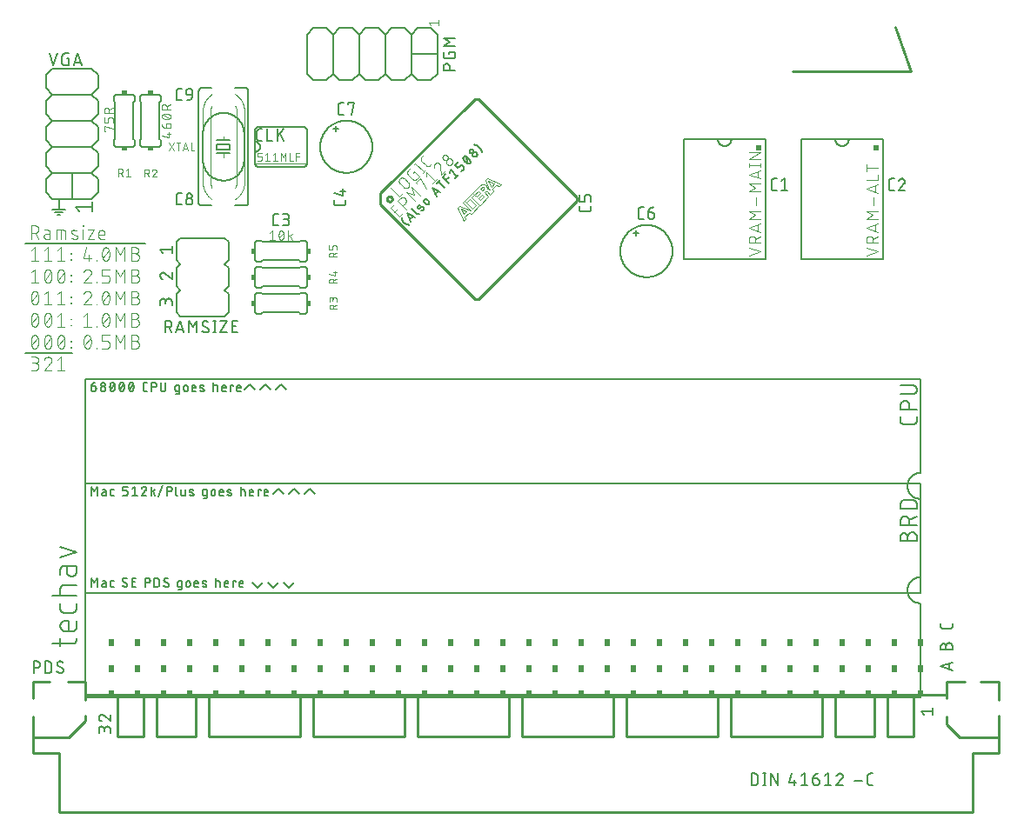
<source format=gbr>
G04 EAGLE Gerber RS-274X export*
G75*
%MOMM*%
%FSLAX34Y34*%
%LPD*%
%INSilkscreen Top*%
%IPPOS*%
%AMOC8*
5,1,8,0,0,1.08239X$1,22.5*%
G01*
%ADD10C,0.203200*%
%ADD11C,0.076200*%
%ADD12C,0.127000*%
%ADD13C,0.152400*%
%ADD14C,0.254000*%
%ADD15C,0.101600*%
%ADD16C,0.050800*%
%ADD17R,0.508000X0.381000*%
%ADD18R,0.381000X0.508000*%
%ADD19C,0.177800*%
%ADD20C,0.602000*%
%ADD21R,0.508000X0.762000*%


D10*
X39285Y72136D02*
X39285Y79925D01*
X31496Y74732D02*
X50969Y74732D01*
X51091Y74734D01*
X51214Y74740D01*
X51336Y74749D01*
X51457Y74763D01*
X51578Y74780D01*
X51699Y74801D01*
X51819Y74826D01*
X51938Y74854D01*
X52056Y74887D01*
X52173Y74923D01*
X52288Y74962D01*
X52403Y75006D01*
X52516Y75052D01*
X52627Y75103D01*
X52737Y75157D01*
X52845Y75214D01*
X52952Y75274D01*
X53056Y75338D01*
X53158Y75406D01*
X53258Y75476D01*
X53356Y75549D01*
X53452Y75626D01*
X53545Y75705D01*
X53635Y75788D01*
X53723Y75873D01*
X53808Y75961D01*
X53891Y76051D01*
X53970Y76144D01*
X54047Y76240D01*
X54120Y76338D01*
X54190Y76438D01*
X54258Y76540D01*
X54322Y76644D01*
X54382Y76751D01*
X54439Y76859D01*
X54493Y76969D01*
X54544Y77080D01*
X54590Y77193D01*
X54634Y77308D01*
X54673Y77423D01*
X54709Y77540D01*
X54742Y77658D01*
X54770Y77777D01*
X54795Y77897D01*
X54816Y78018D01*
X54833Y78139D01*
X54847Y78260D01*
X54856Y78382D01*
X54862Y78505D01*
X54864Y78627D01*
X54864Y79925D01*
X54864Y90823D02*
X54864Y97314D01*
X54864Y90823D02*
X54862Y90701D01*
X54856Y90578D01*
X54847Y90456D01*
X54833Y90335D01*
X54816Y90214D01*
X54795Y90093D01*
X54770Y89973D01*
X54742Y89854D01*
X54709Y89736D01*
X54673Y89619D01*
X54634Y89504D01*
X54590Y89389D01*
X54544Y89276D01*
X54493Y89165D01*
X54439Y89055D01*
X54382Y88947D01*
X54322Y88840D01*
X54258Y88736D01*
X54190Y88634D01*
X54120Y88534D01*
X54047Y88436D01*
X53970Y88340D01*
X53891Y88247D01*
X53808Y88157D01*
X53723Y88069D01*
X53635Y87984D01*
X53545Y87901D01*
X53452Y87822D01*
X53356Y87745D01*
X53258Y87672D01*
X53158Y87602D01*
X53056Y87534D01*
X52952Y87470D01*
X52845Y87410D01*
X52737Y87353D01*
X52627Y87299D01*
X52516Y87248D01*
X52403Y87202D01*
X52288Y87158D01*
X52173Y87119D01*
X52056Y87083D01*
X51938Y87050D01*
X51819Y87022D01*
X51699Y86997D01*
X51578Y86976D01*
X51457Y86959D01*
X51336Y86945D01*
X51214Y86936D01*
X51091Y86930D01*
X50969Y86928D01*
X50969Y86929D02*
X44478Y86929D01*
X44335Y86931D01*
X44192Y86937D01*
X44049Y86947D01*
X43907Y86961D01*
X43765Y86978D01*
X43623Y87000D01*
X43482Y87025D01*
X43342Y87055D01*
X43203Y87088D01*
X43065Y87125D01*
X42928Y87166D01*
X42792Y87210D01*
X42657Y87259D01*
X42524Y87311D01*
X42392Y87366D01*
X42262Y87426D01*
X42133Y87489D01*
X42006Y87555D01*
X41881Y87625D01*
X41759Y87698D01*
X41638Y87775D01*
X41519Y87855D01*
X41403Y87938D01*
X41288Y88024D01*
X41177Y88113D01*
X41067Y88206D01*
X40961Y88301D01*
X40857Y88400D01*
X40756Y88501D01*
X40657Y88605D01*
X40562Y88711D01*
X40469Y88821D01*
X40380Y88932D01*
X40294Y89047D01*
X40211Y89163D01*
X40131Y89282D01*
X40054Y89403D01*
X39981Y89526D01*
X39911Y89650D01*
X39845Y89777D01*
X39782Y89906D01*
X39722Y90036D01*
X39667Y90168D01*
X39615Y90301D01*
X39566Y90436D01*
X39522Y90572D01*
X39481Y90709D01*
X39444Y90847D01*
X39411Y90986D01*
X39381Y91126D01*
X39356Y91267D01*
X39334Y91409D01*
X39317Y91551D01*
X39303Y91693D01*
X39293Y91836D01*
X39287Y91979D01*
X39285Y92122D01*
X39287Y92265D01*
X39293Y92408D01*
X39303Y92551D01*
X39317Y92693D01*
X39334Y92835D01*
X39356Y92977D01*
X39381Y93118D01*
X39411Y93258D01*
X39444Y93397D01*
X39481Y93535D01*
X39522Y93672D01*
X39566Y93808D01*
X39615Y93943D01*
X39667Y94076D01*
X39722Y94208D01*
X39782Y94338D01*
X39845Y94467D01*
X39911Y94594D01*
X39981Y94719D01*
X40054Y94841D01*
X40131Y94962D01*
X40211Y95081D01*
X40294Y95197D01*
X40380Y95312D01*
X40469Y95423D01*
X40562Y95533D01*
X40657Y95639D01*
X40756Y95743D01*
X40857Y95844D01*
X40961Y95943D01*
X41067Y96038D01*
X41177Y96131D01*
X41288Y96220D01*
X41403Y96306D01*
X41519Y96389D01*
X41638Y96469D01*
X41759Y96546D01*
X41882Y96619D01*
X42006Y96689D01*
X42133Y96755D01*
X42262Y96818D01*
X42392Y96878D01*
X42524Y96933D01*
X42657Y96985D01*
X42792Y97034D01*
X42928Y97078D01*
X43065Y97119D01*
X43203Y97156D01*
X43342Y97189D01*
X43482Y97219D01*
X43623Y97244D01*
X43765Y97266D01*
X43907Y97283D01*
X44049Y97297D01*
X44192Y97307D01*
X44335Y97313D01*
X44478Y97315D01*
X44478Y97314D02*
X47075Y97314D01*
X47075Y86929D01*
X54864Y108933D02*
X54864Y114126D01*
X54864Y108933D02*
X54862Y108811D01*
X54856Y108688D01*
X54847Y108566D01*
X54833Y108445D01*
X54816Y108324D01*
X54795Y108203D01*
X54770Y108083D01*
X54742Y107964D01*
X54709Y107846D01*
X54673Y107729D01*
X54634Y107614D01*
X54590Y107499D01*
X54544Y107386D01*
X54493Y107275D01*
X54439Y107165D01*
X54382Y107057D01*
X54322Y106950D01*
X54258Y106846D01*
X54190Y106744D01*
X54120Y106644D01*
X54047Y106546D01*
X53970Y106450D01*
X53891Y106357D01*
X53808Y106267D01*
X53723Y106179D01*
X53635Y106094D01*
X53545Y106011D01*
X53452Y105932D01*
X53356Y105855D01*
X53258Y105782D01*
X53158Y105712D01*
X53056Y105644D01*
X52952Y105580D01*
X52845Y105520D01*
X52737Y105463D01*
X52627Y105409D01*
X52516Y105358D01*
X52403Y105312D01*
X52288Y105268D01*
X52173Y105229D01*
X52056Y105193D01*
X51938Y105160D01*
X51819Y105132D01*
X51699Y105107D01*
X51578Y105086D01*
X51457Y105069D01*
X51336Y105055D01*
X51214Y105046D01*
X51091Y105040D01*
X50969Y105038D01*
X43180Y105038D01*
X43058Y105040D01*
X42935Y105046D01*
X42813Y105055D01*
X42692Y105069D01*
X42571Y105086D01*
X42450Y105107D01*
X42330Y105132D01*
X42211Y105160D01*
X42093Y105193D01*
X41976Y105229D01*
X41861Y105268D01*
X41746Y105312D01*
X41633Y105358D01*
X41522Y105409D01*
X41412Y105463D01*
X41304Y105520D01*
X41197Y105580D01*
X41093Y105644D01*
X40991Y105712D01*
X40891Y105782D01*
X40793Y105855D01*
X40697Y105932D01*
X40604Y106011D01*
X40514Y106094D01*
X40426Y106179D01*
X40341Y106267D01*
X40258Y106357D01*
X40179Y106450D01*
X40102Y106546D01*
X40029Y106644D01*
X39959Y106744D01*
X39891Y106846D01*
X39827Y106950D01*
X39767Y107057D01*
X39710Y107165D01*
X39656Y107275D01*
X39605Y107386D01*
X39559Y107499D01*
X39515Y107614D01*
X39476Y107729D01*
X39440Y107846D01*
X39407Y107964D01*
X39379Y108083D01*
X39354Y108203D01*
X39333Y108324D01*
X39316Y108445D01*
X39302Y108566D01*
X39293Y108688D01*
X39287Y108811D01*
X39285Y108933D01*
X39285Y114126D01*
X31496Y121727D02*
X54864Y121727D01*
X39285Y121727D02*
X39285Y128218D01*
X39287Y128340D01*
X39293Y128463D01*
X39302Y128585D01*
X39316Y128706D01*
X39333Y128827D01*
X39354Y128948D01*
X39379Y129068D01*
X39407Y129187D01*
X39440Y129305D01*
X39476Y129422D01*
X39515Y129537D01*
X39559Y129652D01*
X39605Y129765D01*
X39656Y129876D01*
X39710Y129986D01*
X39767Y130094D01*
X39827Y130201D01*
X39891Y130305D01*
X39959Y130407D01*
X40029Y130507D01*
X40102Y130605D01*
X40179Y130701D01*
X40258Y130794D01*
X40341Y130884D01*
X40426Y130972D01*
X40514Y131057D01*
X40604Y131140D01*
X40697Y131219D01*
X40793Y131296D01*
X40891Y131369D01*
X40991Y131439D01*
X41093Y131507D01*
X41197Y131571D01*
X41304Y131631D01*
X41412Y131688D01*
X41522Y131742D01*
X41633Y131793D01*
X41746Y131839D01*
X41861Y131883D01*
X41976Y131922D01*
X42093Y131958D01*
X42211Y131991D01*
X42330Y132019D01*
X42450Y132044D01*
X42571Y132065D01*
X42692Y132082D01*
X42813Y132096D01*
X42935Y132105D01*
X43058Y132111D01*
X43180Y132113D01*
X43180Y132112D02*
X54864Y132112D01*
X45776Y145010D02*
X45776Y150852D01*
X45776Y145010D02*
X45778Y144877D01*
X45784Y144743D01*
X45794Y144610D01*
X45807Y144478D01*
X45825Y144345D01*
X45846Y144214D01*
X45872Y144083D01*
X45901Y143952D01*
X45934Y143823D01*
X45970Y143695D01*
X46011Y143568D01*
X46055Y143442D01*
X46103Y143317D01*
X46155Y143194D01*
X46210Y143073D01*
X46268Y142953D01*
X46330Y142835D01*
X46396Y142719D01*
X46465Y142605D01*
X46537Y142492D01*
X46613Y142382D01*
X46691Y142275D01*
X46773Y142169D01*
X46858Y142067D01*
X46946Y141966D01*
X47037Y141868D01*
X47131Y141773D01*
X47227Y141681D01*
X47326Y141592D01*
X47428Y141505D01*
X47532Y141422D01*
X47638Y141342D01*
X47747Y141265D01*
X47858Y141191D01*
X47971Y141120D01*
X48087Y141053D01*
X48204Y140989D01*
X48323Y140928D01*
X48443Y140872D01*
X48566Y140818D01*
X48690Y140769D01*
X48815Y140723D01*
X48941Y140680D01*
X49069Y140642D01*
X49198Y140607D01*
X49327Y140576D01*
X49458Y140548D01*
X49589Y140525D01*
X49721Y140506D01*
X49854Y140490D01*
X49987Y140478D01*
X50120Y140470D01*
X50253Y140466D01*
X50387Y140466D01*
X50520Y140470D01*
X50653Y140478D01*
X50786Y140490D01*
X50919Y140506D01*
X51051Y140525D01*
X51182Y140548D01*
X51313Y140576D01*
X51442Y140607D01*
X51571Y140642D01*
X51699Y140680D01*
X51825Y140723D01*
X51950Y140769D01*
X52074Y140818D01*
X52197Y140872D01*
X52317Y140928D01*
X52436Y140989D01*
X52553Y141053D01*
X52669Y141120D01*
X52782Y141191D01*
X52893Y141265D01*
X53002Y141342D01*
X53108Y141422D01*
X53212Y141505D01*
X53314Y141592D01*
X53413Y141681D01*
X53509Y141773D01*
X53603Y141868D01*
X53694Y141966D01*
X53782Y142067D01*
X53867Y142169D01*
X53949Y142275D01*
X54027Y142382D01*
X54103Y142492D01*
X54175Y142605D01*
X54244Y142719D01*
X54310Y142835D01*
X54372Y142953D01*
X54430Y143073D01*
X54485Y143194D01*
X54537Y143317D01*
X54585Y143442D01*
X54629Y143568D01*
X54670Y143695D01*
X54706Y143823D01*
X54739Y143952D01*
X54768Y144083D01*
X54794Y144214D01*
X54815Y144345D01*
X54833Y144478D01*
X54846Y144610D01*
X54856Y144743D01*
X54862Y144877D01*
X54864Y145010D01*
X54864Y150852D01*
X43180Y150852D01*
X43180Y150853D02*
X43058Y150851D01*
X42935Y150845D01*
X42813Y150836D01*
X42692Y150822D01*
X42571Y150805D01*
X42450Y150784D01*
X42330Y150759D01*
X42211Y150731D01*
X42093Y150698D01*
X41976Y150662D01*
X41861Y150623D01*
X41746Y150579D01*
X41633Y150533D01*
X41522Y150482D01*
X41412Y150428D01*
X41304Y150371D01*
X41197Y150311D01*
X41093Y150247D01*
X40991Y150179D01*
X40891Y150109D01*
X40793Y150036D01*
X40697Y149959D01*
X40604Y149880D01*
X40514Y149797D01*
X40426Y149712D01*
X40341Y149624D01*
X40258Y149534D01*
X40179Y149441D01*
X40102Y149345D01*
X40029Y149247D01*
X39959Y149147D01*
X39891Y149045D01*
X39827Y148941D01*
X39767Y148834D01*
X39710Y148726D01*
X39656Y148616D01*
X39605Y148505D01*
X39559Y148392D01*
X39515Y148277D01*
X39476Y148162D01*
X39440Y148045D01*
X39407Y147927D01*
X39379Y147808D01*
X39354Y147688D01*
X39333Y147567D01*
X39316Y147446D01*
X39302Y147325D01*
X39293Y147203D01*
X39287Y147080D01*
X39285Y146958D01*
X39285Y141765D01*
X39285Y158612D02*
X54864Y163805D01*
X39285Y168998D01*
D11*
X399979Y676839D02*
X397891Y679450D01*
X407289Y679450D01*
X407289Y676839D02*
X407289Y682061D01*
D12*
X406400Y648970D02*
X381000Y648970D01*
X38100Y508000D02*
X38100Y497840D01*
X31750Y497840D02*
X44450Y497840D01*
X41910Y495300D02*
X34290Y495300D01*
X36830Y492760D02*
X39370Y492760D01*
D13*
X371406Y490193D02*
X371425Y489997D01*
X371450Y489800D01*
X371479Y489605D01*
X371513Y489410D01*
X371551Y489216D01*
X371594Y489024D01*
X371642Y488832D01*
X371695Y488641D01*
X371752Y488452D01*
X371813Y488264D01*
X371879Y488078D01*
X371949Y487893D01*
X372024Y487710D01*
X372104Y487529D01*
X372187Y487350D01*
X372275Y487173D01*
X372367Y486998D01*
X372463Y486826D01*
X372564Y486656D01*
X372668Y486488D01*
X372777Y486323D01*
X372889Y486160D01*
X373005Y486000D01*
X373125Y485843D01*
X373249Y485689D01*
X373377Y485538D01*
X373508Y485391D01*
X373642Y485246D01*
X373780Y485104D01*
X373780Y485105D02*
X373922Y484967D01*
X374067Y484833D01*
X374214Y484702D01*
X374365Y484574D01*
X374519Y484450D01*
X374676Y484330D01*
X374836Y484214D01*
X374999Y484102D01*
X375164Y483993D01*
X375332Y483889D01*
X375502Y483788D01*
X375674Y483692D01*
X375849Y483600D01*
X376026Y483512D01*
X376205Y483429D01*
X376386Y483349D01*
X376569Y483274D01*
X376754Y483204D01*
X376940Y483138D01*
X377128Y483077D01*
X377317Y483020D01*
X377508Y482967D01*
X377700Y482919D01*
X377892Y482876D01*
X378086Y482838D01*
X378281Y482804D01*
X378476Y482775D01*
X378672Y482750D01*
X378869Y482731D01*
X380625Y485843D02*
X376554Y493985D01*
X384697Y489914D01*
X382661Y490932D02*
X379608Y487879D01*
X386348Y493601D02*
X381259Y498690D01*
X386348Y493601D02*
X386401Y493551D01*
X386457Y493504D01*
X386514Y493459D01*
X386574Y493417D01*
X386636Y493379D01*
X386700Y493344D01*
X386765Y493311D01*
X386832Y493283D01*
X386901Y493257D01*
X386970Y493236D01*
X387041Y493217D01*
X387112Y493203D01*
X387184Y493192D01*
X387257Y493184D01*
X387330Y493180D01*
X387402Y493180D01*
X387475Y493184D01*
X387548Y493192D01*
X387620Y493203D01*
X387691Y493217D01*
X387762Y493236D01*
X387831Y493257D01*
X387900Y493283D01*
X387967Y493311D01*
X388032Y493344D01*
X388096Y493379D01*
X388158Y493417D01*
X388218Y493459D01*
X388275Y493504D01*
X388331Y493551D01*
X388384Y493601D01*
X388921Y498888D02*
X391296Y499906D01*
X388921Y498889D02*
X388857Y498863D01*
X388791Y498841D01*
X388725Y498823D01*
X388657Y498809D01*
X388589Y498798D01*
X388520Y498791D01*
X388451Y498788D01*
X388382Y498789D01*
X388313Y498794D01*
X388245Y498802D01*
X388177Y498814D01*
X388110Y498830D01*
X388044Y498850D01*
X387979Y498873D01*
X387915Y498900D01*
X387853Y498930D01*
X387793Y498964D01*
X387735Y499001D01*
X387678Y499041D01*
X387625Y499085D01*
X387573Y499131D01*
X387525Y499180D01*
X387479Y499232D01*
X387436Y499286D01*
X387396Y499342D01*
X387359Y499400D01*
X387326Y499461D01*
X387296Y499523D01*
X387269Y499587D01*
X387246Y499652D01*
X387227Y499718D01*
X387212Y499786D01*
X387200Y499854D01*
X387192Y499922D01*
X387188Y499991D01*
X387187Y500060D01*
X387191Y500129D01*
X387198Y500198D01*
X387209Y500266D01*
X387224Y500333D01*
X387243Y500400D01*
X387265Y500465D01*
X387291Y500529D01*
X387320Y500592D01*
X387353Y500652D01*
X387389Y500711D01*
X387428Y500768D01*
X387471Y500823D01*
X387516Y500875D01*
X387564Y500924D01*
X387563Y500924D02*
X387665Y501019D01*
X387768Y501113D01*
X387874Y501203D01*
X387982Y501291D01*
X388092Y501376D01*
X388205Y501458D01*
X388319Y501537D01*
X388436Y501613D01*
X388554Y501686D01*
X388674Y501757D01*
X388796Y501824D01*
X388920Y501888D01*
X389045Y501948D01*
X389172Y502006D01*
X389300Y502060D01*
X389430Y502111D01*
X391296Y499906D02*
X391360Y499932D01*
X391426Y499954D01*
X391492Y499972D01*
X391560Y499986D01*
X391628Y499997D01*
X391697Y500004D01*
X391766Y500007D01*
X391835Y500006D01*
X391904Y500001D01*
X391972Y499993D01*
X392040Y499981D01*
X392107Y499965D01*
X392173Y499945D01*
X392238Y499922D01*
X392302Y499895D01*
X392364Y499865D01*
X392424Y499831D01*
X392482Y499794D01*
X392539Y499754D01*
X392592Y499710D01*
X392644Y499664D01*
X392692Y499615D01*
X392738Y499563D01*
X392781Y499509D01*
X392821Y499453D01*
X392858Y499395D01*
X392891Y499334D01*
X392921Y499272D01*
X392948Y499208D01*
X392971Y499143D01*
X392990Y499077D01*
X393005Y499009D01*
X393017Y498941D01*
X393025Y498873D01*
X393029Y498804D01*
X393030Y498735D01*
X393026Y498666D01*
X393019Y498597D01*
X393008Y498529D01*
X392993Y498462D01*
X392974Y498395D01*
X392952Y498330D01*
X392926Y498266D01*
X392897Y498203D01*
X392864Y498143D01*
X392828Y498084D01*
X392789Y498027D01*
X392746Y497972D01*
X392701Y497920D01*
X392653Y497871D01*
X392513Y497738D01*
X392370Y497609D01*
X392225Y497484D01*
X392076Y497361D01*
X391924Y497243D01*
X391770Y497127D01*
X391613Y497016D01*
X391454Y496908D01*
X391292Y496805D01*
X391127Y496705D01*
X390961Y496608D01*
X390792Y496516D01*
X390621Y496428D01*
X390447Y496344D01*
X395034Y502965D02*
X393677Y504322D01*
X393618Y504384D01*
X393561Y504449D01*
X393507Y504516D01*
X393457Y504586D01*
X393409Y504658D01*
X393365Y504732D01*
X393324Y504808D01*
X393287Y504885D01*
X393253Y504965D01*
X393223Y505045D01*
X393196Y505127D01*
X393173Y505210D01*
X393154Y505294D01*
X393139Y505379D01*
X393127Y505464D01*
X393119Y505550D01*
X393115Y505636D01*
X393115Y505722D01*
X393119Y505808D01*
X393127Y505894D01*
X393139Y505979D01*
X393154Y506064D01*
X393173Y506148D01*
X393196Y506231D01*
X393223Y506313D01*
X393253Y506393D01*
X393287Y506473D01*
X393324Y506550D01*
X393365Y506626D01*
X393409Y506700D01*
X393457Y506772D01*
X393507Y506842D01*
X393561Y506909D01*
X393618Y506974D01*
X393677Y507036D01*
X393739Y507095D01*
X393804Y507152D01*
X393871Y507206D01*
X393941Y507256D01*
X394013Y507304D01*
X394087Y507348D01*
X394163Y507389D01*
X394240Y507426D01*
X394320Y507460D01*
X394400Y507490D01*
X394482Y507517D01*
X394565Y507540D01*
X394649Y507559D01*
X394734Y507574D01*
X394819Y507586D01*
X394905Y507594D01*
X394991Y507598D01*
X395077Y507598D01*
X395163Y507594D01*
X395249Y507586D01*
X395334Y507574D01*
X395419Y507559D01*
X395503Y507540D01*
X395586Y507517D01*
X395668Y507490D01*
X395748Y507460D01*
X395828Y507426D01*
X395905Y507389D01*
X395981Y507348D01*
X396055Y507304D01*
X396127Y507256D01*
X396197Y507206D01*
X396264Y507152D01*
X396329Y507095D01*
X396391Y507036D01*
X397748Y505679D01*
X397807Y505617D01*
X397864Y505552D01*
X397918Y505485D01*
X397968Y505415D01*
X398016Y505343D01*
X398060Y505269D01*
X398101Y505193D01*
X398138Y505116D01*
X398172Y505036D01*
X398202Y504956D01*
X398229Y504874D01*
X398252Y504791D01*
X398271Y504707D01*
X398286Y504622D01*
X398298Y504537D01*
X398306Y504451D01*
X398310Y504365D01*
X398310Y504279D01*
X398306Y504193D01*
X398298Y504107D01*
X398286Y504022D01*
X398271Y503937D01*
X398252Y503853D01*
X398229Y503770D01*
X398202Y503688D01*
X398172Y503608D01*
X398138Y503528D01*
X398101Y503451D01*
X398060Y503375D01*
X398016Y503301D01*
X397968Y503229D01*
X397918Y503159D01*
X397864Y503092D01*
X397807Y503027D01*
X397748Y502965D01*
X397686Y502906D01*
X397621Y502849D01*
X397554Y502795D01*
X397484Y502745D01*
X397412Y502697D01*
X397338Y502653D01*
X397262Y502612D01*
X397185Y502575D01*
X397105Y502541D01*
X397025Y502511D01*
X396943Y502484D01*
X396860Y502461D01*
X396776Y502442D01*
X396691Y502427D01*
X396606Y502415D01*
X396520Y502407D01*
X396434Y502403D01*
X396348Y502403D01*
X396262Y502407D01*
X396176Y502415D01*
X396091Y502427D01*
X396006Y502442D01*
X395922Y502461D01*
X395839Y502484D01*
X395757Y502511D01*
X395677Y502541D01*
X395597Y502575D01*
X395520Y502612D01*
X395444Y502653D01*
X395370Y502697D01*
X395298Y502745D01*
X395228Y502795D01*
X395161Y502849D01*
X395096Y502906D01*
X395034Y502965D01*
X405195Y510413D02*
X401124Y518555D01*
X409266Y514484D01*
X407231Y515502D02*
X404177Y512448D01*
X413265Y518483D02*
X407159Y524590D01*
X408855Y526286D02*
X405462Y522893D01*
X411731Y529162D02*
X417838Y523055D01*
X411731Y529162D02*
X414445Y531876D01*
X417159Y529162D02*
X414445Y526448D01*
X418458Y533175D02*
X418797Y536228D01*
X424904Y530121D01*
X423207Y528425D02*
X426600Y531818D01*
X429673Y534891D02*
X431709Y536926D01*
X431768Y536988D01*
X431825Y537053D01*
X431879Y537120D01*
X431929Y537190D01*
X431977Y537262D01*
X432021Y537336D01*
X432062Y537412D01*
X432099Y537489D01*
X432133Y537569D01*
X432163Y537649D01*
X432190Y537731D01*
X432213Y537814D01*
X432232Y537898D01*
X432247Y537983D01*
X432259Y538068D01*
X432267Y538154D01*
X432271Y538240D01*
X432271Y538326D01*
X432267Y538412D01*
X432259Y538498D01*
X432247Y538583D01*
X432232Y538668D01*
X432213Y538752D01*
X432190Y538835D01*
X432163Y538917D01*
X432133Y538997D01*
X432099Y539077D01*
X432062Y539154D01*
X432021Y539230D01*
X431977Y539304D01*
X431929Y539376D01*
X431879Y539446D01*
X431825Y539513D01*
X431768Y539578D01*
X431709Y539640D01*
X431030Y540319D01*
X430968Y540378D01*
X430903Y540435D01*
X430836Y540489D01*
X430766Y540539D01*
X430694Y540587D01*
X430620Y540631D01*
X430544Y540672D01*
X430467Y540709D01*
X430387Y540743D01*
X430307Y540773D01*
X430225Y540800D01*
X430142Y540823D01*
X430058Y540842D01*
X429973Y540857D01*
X429888Y540869D01*
X429802Y540877D01*
X429716Y540881D01*
X429630Y540881D01*
X429544Y540877D01*
X429458Y540869D01*
X429373Y540857D01*
X429288Y540842D01*
X429204Y540823D01*
X429121Y540800D01*
X429039Y540773D01*
X428959Y540743D01*
X428879Y540709D01*
X428802Y540672D01*
X428726Y540631D01*
X428652Y540587D01*
X428580Y540539D01*
X428510Y540489D01*
X428443Y540435D01*
X428378Y540378D01*
X428316Y540319D01*
X426281Y538283D01*
X423567Y540997D01*
X426959Y544390D01*
X431389Y547124D02*
X431446Y546964D01*
X431508Y546805D01*
X431572Y546648D01*
X431641Y546493D01*
X431713Y546339D01*
X431789Y546187D01*
X431869Y546037D01*
X431952Y545888D01*
X432038Y545742D01*
X432128Y545598D01*
X432222Y545456D01*
X432319Y545317D01*
X432419Y545179D01*
X432522Y545045D01*
X432629Y544912D01*
X432738Y544783D01*
X432851Y544655D01*
X432967Y544531D01*
X433086Y544410D01*
X431390Y547124D02*
X431356Y547198D01*
X431325Y547273D01*
X431298Y547350D01*
X431274Y547428D01*
X431254Y547507D01*
X431238Y547587D01*
X431225Y547668D01*
X431216Y547749D01*
X431211Y547830D01*
X431209Y547912D01*
X431211Y547993D01*
X431217Y548075D01*
X431227Y548156D01*
X431240Y548236D01*
X431257Y548316D01*
X431278Y548395D01*
X431302Y548472D01*
X431330Y548549D01*
X431362Y548624D01*
X431397Y548698D01*
X431435Y548770D01*
X431476Y548840D01*
X431521Y548909D01*
X431568Y548975D01*
X431619Y549039D01*
X431673Y549100D01*
X431729Y549159D01*
X431788Y549215D01*
X431849Y549269D01*
X431913Y549320D01*
X431979Y549367D01*
X432048Y549412D01*
X432118Y549453D01*
X432190Y549491D01*
X432264Y549526D01*
X432339Y549558D01*
X432416Y549586D01*
X432493Y549610D01*
X432572Y549631D01*
X432652Y549648D01*
X432732Y549661D01*
X432813Y549671D01*
X432895Y549677D01*
X432976Y549679D01*
X433058Y549677D01*
X433139Y549672D01*
X433220Y549663D01*
X433301Y549650D01*
X433381Y549634D01*
X433460Y549614D01*
X433538Y549590D01*
X433615Y549563D01*
X433690Y549532D01*
X433764Y549498D01*
X433764Y549499D02*
X433924Y549442D01*
X434083Y549380D01*
X434240Y549316D01*
X434395Y549247D01*
X434549Y549175D01*
X434701Y549099D01*
X434851Y549019D01*
X435000Y548936D01*
X435146Y548850D01*
X435290Y548760D01*
X435432Y548666D01*
X435571Y548569D01*
X435709Y548469D01*
X435843Y548366D01*
X435976Y548259D01*
X436105Y548150D01*
X436233Y548037D01*
X436357Y547921D01*
X436478Y547802D01*
X433086Y544410D02*
X433207Y544291D01*
X433331Y544175D01*
X433459Y544062D01*
X433588Y543953D01*
X433721Y543846D01*
X433855Y543743D01*
X433993Y543643D01*
X434132Y543546D01*
X434274Y543452D01*
X434418Y543362D01*
X434564Y543276D01*
X434713Y543193D01*
X434863Y543113D01*
X435015Y543037D01*
X435169Y542965D01*
X435324Y542896D01*
X435481Y542832D01*
X435640Y542770D01*
X435800Y542713D01*
X435800Y542714D02*
X435874Y542680D01*
X435949Y542649D01*
X436026Y542622D01*
X436104Y542598D01*
X436183Y542578D01*
X436263Y542561D01*
X436344Y542549D01*
X436425Y542540D01*
X436506Y542535D01*
X436588Y542533D01*
X436669Y542535D01*
X436751Y542541D01*
X436832Y542551D01*
X436912Y542564D01*
X436992Y542581D01*
X437071Y542602D01*
X437148Y542626D01*
X437225Y542654D01*
X437300Y542686D01*
X437374Y542721D01*
X437446Y542759D01*
X437516Y542800D01*
X437585Y542845D01*
X437651Y542892D01*
X437715Y542943D01*
X437776Y542997D01*
X437835Y543053D01*
X438174Y545088D02*
X438116Y545248D01*
X438055Y545407D01*
X437990Y545564D01*
X437922Y545719D01*
X437850Y545873D01*
X437774Y546025D01*
X437694Y546175D01*
X437611Y546323D01*
X437525Y546469D01*
X437435Y546613D01*
X437341Y546755D01*
X437244Y546895D01*
X437144Y547032D01*
X437041Y547167D01*
X436934Y547299D01*
X436825Y547429D01*
X436712Y547556D01*
X436596Y547680D01*
X436477Y547802D01*
X438174Y545088D02*
X438208Y545014D01*
X438239Y544939D01*
X438266Y544862D01*
X438290Y544784D01*
X438310Y544705D01*
X438327Y544625D01*
X438339Y544544D01*
X438348Y544463D01*
X438353Y544382D01*
X438355Y544300D01*
X438353Y544219D01*
X438347Y544137D01*
X438337Y544056D01*
X438324Y543976D01*
X438307Y543896D01*
X438286Y543817D01*
X438262Y543740D01*
X438234Y543663D01*
X438202Y543588D01*
X438167Y543514D01*
X438129Y543442D01*
X438088Y543372D01*
X438043Y543303D01*
X437996Y543237D01*
X437945Y543173D01*
X437891Y543112D01*
X437835Y543053D01*
X435121Y543053D02*
X434443Y549159D01*
X440909Y549519D02*
X440842Y549588D01*
X440778Y549661D01*
X440717Y549735D01*
X440659Y549813D01*
X440604Y549892D01*
X440552Y549974D01*
X440504Y550058D01*
X440459Y550143D01*
X440417Y550230D01*
X440379Y550319D01*
X440345Y550410D01*
X440315Y550501D01*
X440288Y550594D01*
X440265Y550688D01*
X440245Y550783D01*
X440230Y550878D01*
X440218Y550974D01*
X440210Y551070D01*
X440206Y551167D01*
X440206Y551263D01*
X440210Y551360D01*
X440218Y551456D01*
X440230Y551552D01*
X440245Y551647D01*
X440265Y551742D01*
X440288Y551836D01*
X440315Y551929D01*
X440345Y552020D01*
X440379Y552111D01*
X440417Y552200D01*
X440459Y552287D01*
X440504Y552372D01*
X440552Y552456D01*
X440604Y552538D01*
X440659Y552617D01*
X440717Y552695D01*
X440778Y552769D01*
X440842Y552842D01*
X440909Y552911D01*
X440978Y552978D01*
X441051Y553042D01*
X441125Y553103D01*
X441203Y553161D01*
X441282Y553216D01*
X441364Y553268D01*
X441448Y553316D01*
X441533Y553361D01*
X441620Y553403D01*
X441709Y553441D01*
X441800Y553475D01*
X441891Y553505D01*
X441984Y553532D01*
X442078Y553555D01*
X442173Y553575D01*
X442268Y553590D01*
X442364Y553602D01*
X442460Y553610D01*
X442557Y553614D01*
X442653Y553614D01*
X442750Y553610D01*
X442846Y553602D01*
X442942Y553590D01*
X443037Y553575D01*
X443132Y553555D01*
X443226Y553532D01*
X443319Y553505D01*
X443410Y553475D01*
X443501Y553441D01*
X443590Y553403D01*
X443677Y553361D01*
X443762Y553316D01*
X443846Y553268D01*
X443928Y553216D01*
X444007Y553161D01*
X444085Y553103D01*
X444159Y553042D01*
X444232Y552978D01*
X444301Y552911D01*
X444368Y552842D01*
X444432Y552769D01*
X444493Y552695D01*
X444551Y552617D01*
X444606Y552538D01*
X444658Y552456D01*
X444706Y552372D01*
X444751Y552287D01*
X444793Y552200D01*
X444831Y552111D01*
X444865Y552020D01*
X444895Y551929D01*
X444922Y551836D01*
X444945Y551742D01*
X444965Y551647D01*
X444980Y551552D01*
X444992Y551456D01*
X445000Y551360D01*
X445004Y551263D01*
X445004Y551167D01*
X445000Y551070D01*
X444992Y550974D01*
X444980Y550878D01*
X444965Y550783D01*
X444945Y550688D01*
X444922Y550594D01*
X444895Y550501D01*
X444865Y550410D01*
X444831Y550319D01*
X444793Y550230D01*
X444751Y550143D01*
X444706Y550058D01*
X444658Y549974D01*
X444606Y549892D01*
X444551Y549813D01*
X444493Y549735D01*
X444432Y549661D01*
X444368Y549588D01*
X444301Y549519D01*
X444232Y549452D01*
X444159Y549388D01*
X444085Y549327D01*
X444007Y549269D01*
X443928Y549214D01*
X443846Y549162D01*
X443762Y549114D01*
X443677Y549069D01*
X443590Y549027D01*
X443501Y548989D01*
X443410Y548955D01*
X443319Y548925D01*
X443226Y548898D01*
X443132Y548875D01*
X443037Y548855D01*
X442942Y548840D01*
X442846Y548828D01*
X442750Y548820D01*
X442653Y548816D01*
X442557Y548816D01*
X442460Y548820D01*
X442364Y548828D01*
X442268Y548840D01*
X442173Y548855D01*
X442078Y548875D01*
X441984Y548898D01*
X441891Y548925D01*
X441800Y548955D01*
X441709Y548989D01*
X441620Y549027D01*
X441533Y549069D01*
X441448Y549114D01*
X441364Y549162D01*
X441282Y549214D01*
X441203Y549269D01*
X441125Y549327D01*
X441051Y549388D01*
X440978Y549452D01*
X440909Y549519D01*
X438194Y552911D02*
X438135Y552973D01*
X438078Y553038D01*
X438024Y553105D01*
X437974Y553175D01*
X437926Y553247D01*
X437882Y553321D01*
X437841Y553397D01*
X437804Y553474D01*
X437770Y553554D01*
X437740Y553634D01*
X437713Y553716D01*
X437690Y553799D01*
X437671Y553883D01*
X437656Y553968D01*
X437644Y554053D01*
X437636Y554139D01*
X437632Y554225D01*
X437632Y554311D01*
X437636Y554397D01*
X437644Y554483D01*
X437656Y554568D01*
X437671Y554653D01*
X437690Y554737D01*
X437713Y554820D01*
X437740Y554902D01*
X437770Y554982D01*
X437804Y555062D01*
X437841Y555139D01*
X437882Y555215D01*
X437926Y555289D01*
X437974Y555361D01*
X438024Y555431D01*
X438078Y555498D01*
X438135Y555563D01*
X438194Y555625D01*
X438256Y555684D01*
X438321Y555741D01*
X438388Y555795D01*
X438458Y555845D01*
X438530Y555893D01*
X438604Y555937D01*
X438680Y555978D01*
X438757Y556015D01*
X438837Y556049D01*
X438917Y556079D01*
X438999Y556106D01*
X439082Y556129D01*
X439166Y556148D01*
X439251Y556163D01*
X439336Y556175D01*
X439422Y556183D01*
X439508Y556187D01*
X439594Y556187D01*
X439680Y556183D01*
X439766Y556175D01*
X439851Y556163D01*
X439936Y556148D01*
X440020Y556129D01*
X440103Y556106D01*
X440185Y556079D01*
X440265Y556049D01*
X440345Y556015D01*
X440422Y555978D01*
X440498Y555937D01*
X440572Y555893D01*
X440644Y555845D01*
X440714Y555795D01*
X440781Y555741D01*
X440846Y555684D01*
X440908Y555625D01*
X440968Y555562D01*
X441026Y555496D01*
X441080Y555427D01*
X441131Y555357D01*
X441179Y555284D01*
X441224Y555208D01*
X441265Y555131D01*
X441302Y555052D01*
X441336Y554972D01*
X441366Y554890D01*
X441393Y554807D01*
X441415Y554722D01*
X441434Y554637D01*
X441449Y554551D01*
X441460Y554464D01*
X441467Y554377D01*
X441470Y554290D01*
X441469Y554202D01*
X441464Y554115D01*
X441455Y554028D01*
X441442Y553942D01*
X441425Y553856D01*
X441405Y553771D01*
X441380Y553687D01*
X441352Y553605D01*
X441320Y553524D01*
X441284Y553444D01*
X441245Y553366D01*
X441202Y553290D01*
X441156Y553216D01*
X441106Y553144D01*
X441053Y553074D01*
X440997Y553007D01*
X440938Y552942D01*
X440877Y552881D01*
X440812Y552822D01*
X440745Y552766D01*
X440675Y552713D01*
X440603Y552663D01*
X440529Y552617D01*
X440453Y552574D01*
X440375Y552535D01*
X440295Y552499D01*
X440214Y552467D01*
X440132Y552439D01*
X440048Y552414D01*
X439963Y552394D01*
X439877Y552377D01*
X439791Y552364D01*
X439704Y552355D01*
X439617Y552350D01*
X439529Y552349D01*
X439442Y552352D01*
X439355Y552359D01*
X439268Y552370D01*
X439182Y552385D01*
X439097Y552404D01*
X439012Y552426D01*
X438929Y552453D01*
X438847Y552483D01*
X438766Y552517D01*
X438688Y552554D01*
X438610Y552595D01*
X438535Y552640D01*
X438462Y552688D01*
X438391Y552739D01*
X438323Y552793D01*
X438257Y552851D01*
X438194Y552911D01*
X447075Y558399D02*
X447213Y558257D01*
X447347Y558113D01*
X447478Y557965D01*
X447606Y557814D01*
X447730Y557660D01*
X447850Y557503D01*
X447966Y557343D01*
X448078Y557180D01*
X448187Y557015D01*
X448291Y556847D01*
X448392Y556677D01*
X448488Y556505D01*
X448580Y556330D01*
X448668Y556153D01*
X448751Y555974D01*
X448831Y555793D01*
X448906Y555610D01*
X448976Y555425D01*
X449042Y555239D01*
X449103Y555051D01*
X449160Y554862D01*
X449213Y554671D01*
X449261Y554479D01*
X449304Y554287D01*
X449342Y554093D01*
X449376Y553898D01*
X449405Y553703D01*
X449430Y553507D01*
X449449Y553310D01*
X447074Y558399D02*
X446933Y558537D01*
X446788Y558671D01*
X446640Y558802D01*
X446489Y558930D01*
X446335Y559054D01*
X446178Y559174D01*
X446018Y559290D01*
X445856Y559402D01*
X445691Y559511D01*
X445523Y559615D01*
X445353Y559716D01*
X445180Y559812D01*
X445005Y559904D01*
X444828Y559992D01*
X444649Y560075D01*
X444468Y560155D01*
X444285Y560229D01*
X444101Y560300D01*
X443914Y560366D01*
X443726Y560427D01*
X443537Y560484D01*
X443347Y560537D01*
X443155Y560584D01*
X442962Y560628D01*
X442768Y560666D01*
X442574Y560700D01*
X442378Y560729D01*
X442182Y560754D01*
X441985Y560773D01*
X69342Y138938D02*
X69342Y130302D01*
X72221Y134140D02*
X69342Y138938D01*
X72221Y134140D02*
X75099Y138938D01*
X75099Y130302D01*
X81362Y133660D02*
X83521Y133660D01*
X81362Y133660D02*
X81281Y133658D01*
X81200Y133652D01*
X81119Y133642D01*
X81039Y133629D01*
X80960Y133611D01*
X80882Y133590D01*
X80805Y133565D01*
X80729Y133536D01*
X80654Y133504D01*
X80582Y133468D01*
X80511Y133428D01*
X80442Y133385D01*
X80375Y133339D01*
X80311Y133290D01*
X80249Y133238D01*
X80189Y133182D01*
X80133Y133124D01*
X80079Y133064D01*
X80028Y133000D01*
X79980Y132935D01*
X79936Y132867D01*
X79895Y132797D01*
X79857Y132725D01*
X79823Y132652D01*
X79792Y132576D01*
X79765Y132500D01*
X79742Y132422D01*
X79723Y132343D01*
X79707Y132264D01*
X79695Y132183D01*
X79687Y132103D01*
X79683Y132022D01*
X79683Y131940D01*
X79687Y131859D01*
X79695Y131779D01*
X79707Y131698D01*
X79723Y131619D01*
X79742Y131540D01*
X79765Y131462D01*
X79792Y131386D01*
X79823Y131310D01*
X79857Y131237D01*
X79895Y131165D01*
X79936Y131095D01*
X79980Y131027D01*
X80028Y130962D01*
X80079Y130898D01*
X80133Y130838D01*
X80189Y130780D01*
X80249Y130724D01*
X80311Y130672D01*
X80375Y130623D01*
X80442Y130577D01*
X80511Y130534D01*
X80582Y130494D01*
X80654Y130458D01*
X80729Y130426D01*
X80805Y130397D01*
X80882Y130372D01*
X80960Y130351D01*
X81039Y130333D01*
X81119Y130320D01*
X81200Y130310D01*
X81281Y130304D01*
X81362Y130302D01*
X83521Y130302D01*
X83521Y134620D01*
X83520Y134620D02*
X83518Y134695D01*
X83512Y134770D01*
X83502Y134845D01*
X83489Y134919D01*
X83471Y134992D01*
X83450Y135065D01*
X83424Y135136D01*
X83396Y135205D01*
X83363Y135273D01*
X83327Y135340D01*
X83288Y135404D01*
X83245Y135466D01*
X83199Y135526D01*
X83150Y135583D01*
X83099Y135638D01*
X83044Y135689D01*
X82987Y135738D01*
X82927Y135784D01*
X82865Y135827D01*
X82801Y135866D01*
X82734Y135902D01*
X82666Y135935D01*
X82597Y135963D01*
X82526Y135989D01*
X82453Y136010D01*
X82380Y136028D01*
X82306Y136041D01*
X82231Y136051D01*
X82156Y136057D01*
X82081Y136059D01*
X80162Y136059D01*
X89434Y130302D02*
X91354Y130302D01*
X89434Y130302D02*
X89359Y130304D01*
X89284Y130310D01*
X89209Y130320D01*
X89135Y130333D01*
X89062Y130351D01*
X88989Y130372D01*
X88918Y130398D01*
X88849Y130426D01*
X88781Y130459D01*
X88715Y130495D01*
X88650Y130534D01*
X88588Y130577D01*
X88528Y130623D01*
X88471Y130672D01*
X88416Y130723D01*
X88365Y130778D01*
X88316Y130835D01*
X88270Y130895D01*
X88227Y130957D01*
X88188Y131022D01*
X88152Y131088D01*
X88119Y131156D01*
X88091Y131225D01*
X88065Y131296D01*
X88044Y131369D01*
X88026Y131442D01*
X88013Y131516D01*
X88003Y131591D01*
X87997Y131666D01*
X87995Y131741D01*
X87995Y134620D01*
X87997Y134695D01*
X88003Y134770D01*
X88013Y134845D01*
X88026Y134919D01*
X88044Y134992D01*
X88065Y135065D01*
X88091Y135136D01*
X88119Y135205D01*
X88152Y135273D01*
X88188Y135340D01*
X88227Y135404D01*
X88270Y135466D01*
X88316Y135526D01*
X88365Y135583D01*
X88416Y135638D01*
X88471Y135689D01*
X88528Y135738D01*
X88588Y135784D01*
X88650Y135827D01*
X88715Y135866D01*
X88781Y135902D01*
X88849Y135935D01*
X88918Y135963D01*
X88989Y135989D01*
X89062Y136010D01*
X89135Y136028D01*
X89209Y136041D01*
X89284Y136051D01*
X89359Y136057D01*
X89434Y136059D01*
X91354Y136059D01*
X102571Y130302D02*
X102657Y130304D01*
X102743Y130310D01*
X102829Y130319D01*
X102914Y130333D01*
X102998Y130350D01*
X103082Y130371D01*
X103164Y130396D01*
X103245Y130424D01*
X103325Y130456D01*
X103404Y130492D01*
X103480Y130531D01*
X103555Y130574D01*
X103628Y130619D01*
X103699Y130669D01*
X103767Y130721D01*
X103834Y130776D01*
X103897Y130834D01*
X103958Y130895D01*
X104016Y130958D01*
X104071Y131025D01*
X104124Y131093D01*
X104173Y131164D01*
X104218Y131237D01*
X104261Y131312D01*
X104300Y131388D01*
X104336Y131467D01*
X104368Y131547D01*
X104396Y131628D01*
X104421Y131710D01*
X104442Y131794D01*
X104459Y131878D01*
X104473Y131963D01*
X104482Y132049D01*
X104488Y132135D01*
X104490Y132221D01*
X102571Y130302D02*
X102448Y130304D01*
X102325Y130309D01*
X102202Y130319D01*
X102080Y130332D01*
X101958Y130349D01*
X101836Y130369D01*
X101716Y130393D01*
X101596Y130421D01*
X101477Y130452D01*
X101359Y130487D01*
X101242Y130526D01*
X101126Y130568D01*
X101012Y130614D01*
X100899Y130663D01*
X100788Y130715D01*
X100678Y130771D01*
X100570Y130830D01*
X100464Y130893D01*
X100359Y130958D01*
X100257Y131027D01*
X100157Y131099D01*
X100060Y131174D01*
X99964Y131251D01*
X99871Y131332D01*
X99780Y131415D01*
X99692Y131501D01*
X99932Y137019D02*
X99934Y137105D01*
X99940Y137191D01*
X99949Y137277D01*
X99963Y137362D01*
X99980Y137446D01*
X100001Y137530D01*
X100026Y137612D01*
X100054Y137693D01*
X100086Y137773D01*
X100122Y137852D01*
X100161Y137928D01*
X100204Y138003D01*
X100249Y138076D01*
X100298Y138147D01*
X100351Y138215D01*
X100406Y138282D01*
X100464Y138345D01*
X100525Y138406D01*
X100588Y138464D01*
X100655Y138519D01*
X100723Y138572D01*
X100794Y138621D01*
X100867Y138666D01*
X100942Y138709D01*
X101018Y138748D01*
X101097Y138784D01*
X101177Y138816D01*
X101258Y138844D01*
X101340Y138869D01*
X101424Y138890D01*
X101508Y138907D01*
X101593Y138921D01*
X101679Y138930D01*
X101765Y138936D01*
X101851Y138938D01*
X101967Y138936D01*
X102082Y138931D01*
X102198Y138921D01*
X102313Y138908D01*
X102427Y138892D01*
X102541Y138871D01*
X102655Y138847D01*
X102767Y138819D01*
X102878Y138788D01*
X102989Y138753D01*
X103098Y138715D01*
X103206Y138673D01*
X103312Y138628D01*
X103418Y138579D01*
X103521Y138527D01*
X103623Y138472D01*
X103722Y138413D01*
X103820Y138351D01*
X103916Y138286D01*
X104010Y138218D01*
X100891Y135340D02*
X100817Y135386D01*
X100744Y135436D01*
X100674Y135489D01*
X100606Y135545D01*
X100541Y135604D01*
X100478Y135666D01*
X100419Y135731D01*
X100362Y135798D01*
X100308Y135868D01*
X100258Y135940D01*
X100211Y136014D01*
X100167Y136090D01*
X100127Y136169D01*
X100091Y136249D01*
X100058Y136330D01*
X100029Y136413D01*
X100003Y136498D01*
X99981Y136583D01*
X99964Y136669D01*
X99950Y136756D01*
X99940Y136843D01*
X99934Y136931D01*
X99932Y137019D01*
X103531Y133900D02*
X103605Y133854D01*
X103678Y133804D01*
X103748Y133751D01*
X103816Y133695D01*
X103881Y133636D01*
X103944Y133574D01*
X104003Y133509D01*
X104060Y133442D01*
X104114Y133372D01*
X104164Y133300D01*
X104211Y133226D01*
X104255Y133150D01*
X104295Y133071D01*
X104331Y132991D01*
X104364Y132910D01*
X104393Y132827D01*
X104419Y132742D01*
X104441Y132657D01*
X104458Y132571D01*
X104472Y132484D01*
X104482Y132397D01*
X104488Y132309D01*
X104490Y132221D01*
X103530Y133900D02*
X100891Y135340D01*
X108862Y130302D02*
X112700Y130302D01*
X108862Y130302D02*
X108862Y138938D01*
X112700Y138938D01*
X111741Y135100D02*
X108862Y135100D01*
X121832Y138938D02*
X121832Y130302D01*
X121832Y138938D02*
X124231Y138938D01*
X124328Y138936D01*
X124424Y138930D01*
X124520Y138921D01*
X124616Y138907D01*
X124711Y138890D01*
X124805Y138868D01*
X124898Y138843D01*
X124991Y138815D01*
X125082Y138782D01*
X125171Y138746D01*
X125259Y138706D01*
X125346Y138663D01*
X125431Y138617D01*
X125513Y138567D01*
X125594Y138513D01*
X125672Y138457D01*
X125748Y138397D01*
X125822Y138335D01*
X125893Y138269D01*
X125961Y138201D01*
X126027Y138130D01*
X126089Y138056D01*
X126149Y137980D01*
X126205Y137902D01*
X126259Y137821D01*
X126309Y137738D01*
X126355Y137654D01*
X126398Y137567D01*
X126438Y137479D01*
X126474Y137390D01*
X126507Y137299D01*
X126535Y137206D01*
X126560Y137113D01*
X126582Y137019D01*
X126599Y136924D01*
X126613Y136828D01*
X126622Y136732D01*
X126628Y136636D01*
X126630Y136539D01*
X126628Y136442D01*
X126622Y136346D01*
X126613Y136250D01*
X126599Y136154D01*
X126582Y136059D01*
X126560Y135965D01*
X126535Y135872D01*
X126507Y135779D01*
X126474Y135688D01*
X126438Y135599D01*
X126398Y135511D01*
X126355Y135424D01*
X126309Y135340D01*
X126259Y135257D01*
X126205Y135176D01*
X126149Y135098D01*
X126089Y135022D01*
X126027Y134948D01*
X125961Y134877D01*
X125893Y134809D01*
X125822Y134743D01*
X125748Y134681D01*
X125672Y134621D01*
X125594Y134565D01*
X125513Y134511D01*
X125431Y134461D01*
X125346Y134415D01*
X125259Y134372D01*
X125171Y134332D01*
X125082Y134296D01*
X124991Y134263D01*
X124898Y134235D01*
X124805Y134210D01*
X124711Y134188D01*
X124616Y134171D01*
X124520Y134157D01*
X124424Y134148D01*
X124328Y134142D01*
X124231Y134140D01*
X121832Y134140D01*
X130782Y130302D02*
X130782Y138938D01*
X133180Y138938D01*
X133277Y138936D01*
X133373Y138930D01*
X133469Y138921D01*
X133565Y138907D01*
X133660Y138890D01*
X133754Y138868D01*
X133847Y138843D01*
X133940Y138815D01*
X134031Y138782D01*
X134120Y138746D01*
X134208Y138706D01*
X134295Y138663D01*
X134380Y138617D01*
X134462Y138567D01*
X134543Y138513D01*
X134621Y138457D01*
X134697Y138397D01*
X134771Y138335D01*
X134842Y138269D01*
X134910Y138201D01*
X134976Y138130D01*
X135038Y138056D01*
X135098Y137980D01*
X135154Y137902D01*
X135208Y137821D01*
X135258Y137739D01*
X135304Y137654D01*
X135347Y137567D01*
X135387Y137479D01*
X135423Y137390D01*
X135456Y137299D01*
X135484Y137206D01*
X135509Y137113D01*
X135531Y137019D01*
X135548Y136924D01*
X135562Y136828D01*
X135571Y136732D01*
X135577Y136636D01*
X135579Y136539D01*
X135579Y132701D01*
X135577Y132604D01*
X135571Y132508D01*
X135562Y132412D01*
X135548Y132316D01*
X135531Y132221D01*
X135509Y132127D01*
X135484Y132034D01*
X135456Y131941D01*
X135423Y131850D01*
X135387Y131761D01*
X135347Y131673D01*
X135304Y131586D01*
X135258Y131502D01*
X135208Y131419D01*
X135154Y131338D01*
X135098Y131260D01*
X135038Y131184D01*
X134976Y131110D01*
X134910Y131039D01*
X134842Y130971D01*
X134771Y130905D01*
X134697Y130843D01*
X134621Y130783D01*
X134543Y130727D01*
X134462Y130673D01*
X134380Y130623D01*
X134295Y130577D01*
X134208Y130534D01*
X134120Y130494D01*
X134031Y130458D01*
X133940Y130425D01*
X133847Y130397D01*
X133754Y130372D01*
X133660Y130350D01*
X133565Y130333D01*
X133469Y130319D01*
X133373Y130310D01*
X133277Y130304D01*
X133180Y130302D01*
X130782Y130302D01*
X142804Y130302D02*
X142890Y130304D01*
X142976Y130310D01*
X143062Y130319D01*
X143147Y130333D01*
X143231Y130350D01*
X143315Y130371D01*
X143397Y130396D01*
X143478Y130424D01*
X143558Y130456D01*
X143637Y130492D01*
X143713Y130531D01*
X143788Y130574D01*
X143861Y130619D01*
X143932Y130669D01*
X144000Y130721D01*
X144067Y130776D01*
X144130Y130834D01*
X144191Y130895D01*
X144249Y130958D01*
X144304Y131025D01*
X144357Y131093D01*
X144406Y131164D01*
X144451Y131237D01*
X144494Y131312D01*
X144533Y131388D01*
X144569Y131467D01*
X144601Y131547D01*
X144629Y131628D01*
X144654Y131710D01*
X144675Y131794D01*
X144692Y131878D01*
X144706Y131963D01*
X144715Y132049D01*
X144721Y132135D01*
X144723Y132221D01*
X142804Y130302D02*
X142681Y130304D01*
X142558Y130309D01*
X142435Y130319D01*
X142313Y130332D01*
X142191Y130349D01*
X142069Y130369D01*
X141949Y130393D01*
X141829Y130421D01*
X141710Y130452D01*
X141592Y130487D01*
X141475Y130526D01*
X141359Y130568D01*
X141245Y130614D01*
X141132Y130663D01*
X141021Y130715D01*
X140911Y130771D01*
X140803Y130830D01*
X140697Y130893D01*
X140592Y130958D01*
X140490Y131027D01*
X140390Y131099D01*
X140293Y131174D01*
X140197Y131251D01*
X140104Y131332D01*
X140013Y131415D01*
X139925Y131501D01*
X140165Y137019D02*
X140167Y137105D01*
X140173Y137191D01*
X140182Y137277D01*
X140196Y137362D01*
X140213Y137446D01*
X140234Y137530D01*
X140259Y137612D01*
X140287Y137693D01*
X140319Y137773D01*
X140355Y137852D01*
X140394Y137928D01*
X140437Y138003D01*
X140482Y138076D01*
X140531Y138147D01*
X140584Y138215D01*
X140639Y138282D01*
X140697Y138345D01*
X140758Y138406D01*
X140821Y138464D01*
X140888Y138519D01*
X140956Y138572D01*
X141027Y138621D01*
X141100Y138666D01*
X141175Y138709D01*
X141251Y138748D01*
X141330Y138784D01*
X141410Y138816D01*
X141491Y138844D01*
X141573Y138869D01*
X141657Y138890D01*
X141741Y138907D01*
X141826Y138921D01*
X141912Y138930D01*
X141998Y138936D01*
X142084Y138938D01*
X142200Y138936D01*
X142315Y138931D01*
X142431Y138921D01*
X142546Y138908D01*
X142660Y138892D01*
X142774Y138871D01*
X142888Y138847D01*
X143000Y138819D01*
X143111Y138788D01*
X143222Y138753D01*
X143331Y138715D01*
X143439Y138673D01*
X143545Y138628D01*
X143651Y138579D01*
X143754Y138527D01*
X143856Y138472D01*
X143955Y138413D01*
X144053Y138351D01*
X144149Y138286D01*
X144243Y138218D01*
X141124Y135340D02*
X141050Y135386D01*
X140977Y135436D01*
X140907Y135489D01*
X140839Y135545D01*
X140774Y135604D01*
X140711Y135666D01*
X140652Y135731D01*
X140595Y135798D01*
X140541Y135868D01*
X140491Y135940D01*
X140444Y136014D01*
X140400Y136090D01*
X140360Y136169D01*
X140324Y136249D01*
X140291Y136330D01*
X140262Y136413D01*
X140236Y136498D01*
X140214Y136583D01*
X140197Y136669D01*
X140183Y136756D01*
X140173Y136843D01*
X140167Y136931D01*
X140165Y137019D01*
X143764Y133900D02*
X143838Y133854D01*
X143911Y133804D01*
X143981Y133751D01*
X144049Y133695D01*
X144114Y133636D01*
X144177Y133574D01*
X144236Y133509D01*
X144293Y133442D01*
X144347Y133372D01*
X144397Y133300D01*
X144444Y133226D01*
X144488Y133150D01*
X144528Y133071D01*
X144564Y132991D01*
X144597Y132910D01*
X144626Y132827D01*
X144652Y132742D01*
X144674Y132657D01*
X144691Y132571D01*
X144705Y132484D01*
X144715Y132397D01*
X144721Y132309D01*
X144723Y132221D01*
X143764Y133900D02*
X141125Y135340D01*
X154883Y130302D02*
X157282Y130302D01*
X154883Y130302D02*
X154808Y130304D01*
X154733Y130310D01*
X154658Y130320D01*
X154584Y130333D01*
X154511Y130351D01*
X154438Y130372D01*
X154367Y130398D01*
X154298Y130426D01*
X154230Y130459D01*
X154164Y130495D01*
X154099Y130534D01*
X154037Y130577D01*
X153977Y130623D01*
X153920Y130672D01*
X153865Y130723D01*
X153814Y130778D01*
X153765Y130835D01*
X153719Y130895D01*
X153676Y130957D01*
X153637Y131022D01*
X153601Y131088D01*
X153568Y131156D01*
X153540Y131225D01*
X153514Y131296D01*
X153493Y131369D01*
X153475Y131442D01*
X153462Y131516D01*
X153452Y131591D01*
X153446Y131666D01*
X153444Y131741D01*
X153444Y134620D01*
X153446Y134695D01*
X153452Y134770D01*
X153462Y134845D01*
X153475Y134919D01*
X153493Y134992D01*
X153514Y135065D01*
X153540Y135136D01*
X153568Y135205D01*
X153601Y135273D01*
X153637Y135340D01*
X153676Y135404D01*
X153719Y135466D01*
X153765Y135526D01*
X153814Y135583D01*
X153865Y135638D01*
X153920Y135689D01*
X153977Y135738D01*
X154037Y135784D01*
X154099Y135827D01*
X154164Y135866D01*
X154230Y135902D01*
X154298Y135935D01*
X154367Y135963D01*
X154438Y135989D01*
X154511Y136010D01*
X154584Y136028D01*
X154658Y136041D01*
X154733Y136051D01*
X154808Y136057D01*
X154883Y136059D01*
X157282Y136059D01*
X157282Y128863D01*
X157280Y128788D01*
X157274Y128713D01*
X157264Y128638D01*
X157251Y128564D01*
X157233Y128491D01*
X157212Y128418D01*
X157186Y128347D01*
X157158Y128278D01*
X157125Y128210D01*
X157089Y128144D01*
X157050Y128079D01*
X157007Y128017D01*
X156961Y127957D01*
X156912Y127900D01*
X156861Y127845D01*
X156806Y127794D01*
X156749Y127745D01*
X156689Y127699D01*
X156627Y127656D01*
X156563Y127617D01*
X156496Y127581D01*
X156428Y127548D01*
X156359Y127520D01*
X156288Y127494D01*
X156215Y127473D01*
X156142Y127455D01*
X156068Y127442D01*
X155993Y127432D01*
X155918Y127426D01*
X155843Y127424D01*
X155843Y127423D02*
X153924Y127423D01*
X161741Y132221D02*
X161741Y134140D01*
X161743Y134226D01*
X161749Y134312D01*
X161758Y134398D01*
X161772Y134483D01*
X161789Y134567D01*
X161810Y134651D01*
X161835Y134733D01*
X161863Y134814D01*
X161895Y134894D01*
X161931Y134973D01*
X161970Y135049D01*
X162013Y135124D01*
X162058Y135197D01*
X162107Y135268D01*
X162160Y135336D01*
X162215Y135403D01*
X162273Y135466D01*
X162334Y135527D01*
X162397Y135585D01*
X162464Y135640D01*
X162532Y135693D01*
X162603Y135742D01*
X162676Y135787D01*
X162751Y135830D01*
X162827Y135869D01*
X162906Y135905D01*
X162986Y135937D01*
X163067Y135965D01*
X163149Y135990D01*
X163233Y136011D01*
X163317Y136028D01*
X163402Y136042D01*
X163488Y136051D01*
X163574Y136057D01*
X163660Y136059D01*
X163746Y136057D01*
X163832Y136051D01*
X163918Y136042D01*
X164003Y136028D01*
X164087Y136011D01*
X164171Y135990D01*
X164253Y135965D01*
X164334Y135937D01*
X164414Y135905D01*
X164493Y135869D01*
X164569Y135830D01*
X164644Y135787D01*
X164717Y135742D01*
X164788Y135693D01*
X164856Y135640D01*
X164923Y135585D01*
X164986Y135527D01*
X165047Y135466D01*
X165105Y135403D01*
X165160Y135336D01*
X165213Y135268D01*
X165262Y135197D01*
X165307Y135124D01*
X165350Y135049D01*
X165389Y134973D01*
X165425Y134894D01*
X165457Y134814D01*
X165485Y134733D01*
X165510Y134651D01*
X165531Y134567D01*
X165548Y134483D01*
X165562Y134398D01*
X165571Y134312D01*
X165577Y134226D01*
X165579Y134140D01*
X165579Y132221D01*
X165577Y132135D01*
X165571Y132049D01*
X165562Y131963D01*
X165548Y131878D01*
X165531Y131794D01*
X165510Y131710D01*
X165485Y131628D01*
X165457Y131547D01*
X165425Y131467D01*
X165389Y131388D01*
X165350Y131312D01*
X165307Y131237D01*
X165262Y131164D01*
X165213Y131093D01*
X165160Y131025D01*
X165105Y130958D01*
X165047Y130895D01*
X164986Y130834D01*
X164923Y130776D01*
X164856Y130721D01*
X164788Y130668D01*
X164717Y130619D01*
X164644Y130574D01*
X164569Y130531D01*
X164493Y130492D01*
X164414Y130456D01*
X164334Y130424D01*
X164253Y130396D01*
X164171Y130371D01*
X164087Y130350D01*
X164003Y130333D01*
X163918Y130319D01*
X163832Y130310D01*
X163746Y130304D01*
X163660Y130302D01*
X163574Y130304D01*
X163488Y130310D01*
X163402Y130319D01*
X163317Y130333D01*
X163233Y130350D01*
X163149Y130371D01*
X163067Y130396D01*
X162986Y130424D01*
X162906Y130456D01*
X162827Y130492D01*
X162751Y130531D01*
X162676Y130574D01*
X162603Y130619D01*
X162532Y130668D01*
X162464Y130721D01*
X162397Y130776D01*
X162334Y130834D01*
X162273Y130895D01*
X162215Y130958D01*
X162160Y131025D01*
X162107Y131093D01*
X162058Y131164D01*
X162013Y131237D01*
X161970Y131312D01*
X161931Y131388D01*
X161895Y131467D01*
X161863Y131547D01*
X161835Y131628D01*
X161810Y131710D01*
X161789Y131794D01*
X161772Y131878D01*
X161758Y131963D01*
X161749Y132049D01*
X161743Y132135D01*
X161741Y132221D01*
X171105Y130302D02*
X173504Y130302D01*
X171105Y130302D02*
X171030Y130304D01*
X170955Y130310D01*
X170880Y130320D01*
X170806Y130333D01*
X170733Y130351D01*
X170660Y130372D01*
X170589Y130398D01*
X170520Y130426D01*
X170452Y130459D01*
X170386Y130495D01*
X170321Y130534D01*
X170259Y130577D01*
X170199Y130623D01*
X170142Y130672D01*
X170087Y130723D01*
X170036Y130778D01*
X169987Y130835D01*
X169941Y130895D01*
X169898Y130957D01*
X169859Y131022D01*
X169823Y131088D01*
X169790Y131156D01*
X169762Y131225D01*
X169736Y131296D01*
X169715Y131369D01*
X169697Y131442D01*
X169684Y131516D01*
X169674Y131591D01*
X169668Y131666D01*
X169666Y131741D01*
X169666Y134140D01*
X169668Y134226D01*
X169674Y134312D01*
X169683Y134398D01*
X169697Y134483D01*
X169714Y134567D01*
X169735Y134651D01*
X169760Y134733D01*
X169788Y134814D01*
X169820Y134894D01*
X169856Y134973D01*
X169895Y135049D01*
X169938Y135124D01*
X169983Y135197D01*
X170032Y135268D01*
X170085Y135336D01*
X170140Y135403D01*
X170198Y135466D01*
X170259Y135527D01*
X170322Y135585D01*
X170389Y135640D01*
X170457Y135693D01*
X170528Y135742D01*
X170601Y135787D01*
X170676Y135830D01*
X170752Y135869D01*
X170831Y135905D01*
X170911Y135937D01*
X170992Y135965D01*
X171074Y135990D01*
X171158Y136011D01*
X171242Y136028D01*
X171327Y136042D01*
X171413Y136051D01*
X171499Y136057D01*
X171585Y136059D01*
X171671Y136057D01*
X171757Y136051D01*
X171843Y136042D01*
X171928Y136028D01*
X172012Y136011D01*
X172096Y135990D01*
X172178Y135965D01*
X172259Y135937D01*
X172339Y135905D01*
X172418Y135869D01*
X172494Y135830D01*
X172569Y135787D01*
X172642Y135742D01*
X172713Y135693D01*
X172781Y135640D01*
X172848Y135585D01*
X172911Y135527D01*
X172972Y135466D01*
X173030Y135403D01*
X173085Y135336D01*
X173138Y135268D01*
X173187Y135197D01*
X173232Y135124D01*
X173275Y135049D01*
X173314Y134973D01*
X173350Y134894D01*
X173382Y134814D01*
X173410Y134733D01*
X173435Y134651D01*
X173456Y134567D01*
X173473Y134483D01*
X173487Y134398D01*
X173496Y134312D01*
X173502Y134226D01*
X173504Y134140D01*
X173504Y133181D01*
X169666Y133181D01*
X178310Y133660D02*
X180709Y132701D01*
X178310Y133660D02*
X178247Y133687D01*
X178185Y133718D01*
X178125Y133753D01*
X178067Y133790D01*
X178011Y133831D01*
X177958Y133874D01*
X177907Y133921D01*
X177859Y133970D01*
X177813Y134022D01*
X177771Y134077D01*
X177731Y134134D01*
X177695Y134192D01*
X177662Y134253D01*
X177633Y134316D01*
X177607Y134379D01*
X177584Y134445D01*
X177566Y134511D01*
X177551Y134579D01*
X177539Y134647D01*
X177532Y134715D01*
X177528Y134784D01*
X177529Y134853D01*
X177533Y134922D01*
X177541Y134991D01*
X177552Y135059D01*
X177568Y135126D01*
X177587Y135193D01*
X177609Y135258D01*
X177636Y135322D01*
X177666Y135384D01*
X177699Y135444D01*
X177736Y135503D01*
X177775Y135559D01*
X177818Y135614D01*
X177864Y135665D01*
X177912Y135714D01*
X177964Y135761D01*
X178017Y135804D01*
X178073Y135844D01*
X178132Y135881D01*
X178192Y135915D01*
X178254Y135946D01*
X178317Y135973D01*
X178382Y135996D01*
X178448Y136016D01*
X178515Y136032D01*
X178583Y136045D01*
X178652Y136053D01*
X178721Y136058D01*
X178790Y136059D01*
X178929Y136056D01*
X179068Y136048D01*
X179207Y136037D01*
X179345Y136023D01*
X179483Y136005D01*
X179621Y135984D01*
X179758Y135959D01*
X179894Y135930D01*
X180030Y135898D01*
X180164Y135863D01*
X180298Y135824D01*
X180431Y135782D01*
X180562Y135736D01*
X180692Y135687D01*
X180821Y135635D01*
X180949Y135580D01*
X180709Y132701D02*
X180772Y132674D01*
X180834Y132643D01*
X180894Y132608D01*
X180952Y132571D01*
X181008Y132530D01*
X181061Y132487D01*
X181112Y132440D01*
X181160Y132391D01*
X181206Y132339D01*
X181248Y132284D01*
X181288Y132227D01*
X181324Y132169D01*
X181357Y132108D01*
X181386Y132046D01*
X181412Y131982D01*
X181435Y131916D01*
X181453Y131850D01*
X181468Y131782D01*
X181480Y131714D01*
X181487Y131646D01*
X181491Y131577D01*
X181490Y131508D01*
X181486Y131439D01*
X181478Y131370D01*
X181467Y131302D01*
X181451Y131235D01*
X181432Y131168D01*
X181410Y131103D01*
X181383Y131039D01*
X181353Y130977D01*
X181320Y130917D01*
X181283Y130858D01*
X181244Y130802D01*
X181201Y130747D01*
X181155Y130696D01*
X181107Y130647D01*
X181055Y130600D01*
X181002Y130557D01*
X180946Y130517D01*
X180887Y130480D01*
X180827Y130446D01*
X180765Y130415D01*
X180702Y130388D01*
X180637Y130365D01*
X180571Y130345D01*
X180504Y130329D01*
X180436Y130316D01*
X180367Y130308D01*
X180298Y130303D01*
X180229Y130302D01*
X180230Y130302D02*
X180037Y130307D01*
X179845Y130316D01*
X179653Y130331D01*
X179462Y130349D01*
X179271Y130372D01*
X179080Y130400D01*
X178890Y130432D01*
X178701Y130469D01*
X178513Y130510D01*
X178326Y130556D01*
X178141Y130606D01*
X177956Y130660D01*
X177773Y130719D01*
X177591Y130782D01*
X190697Y130302D02*
X190697Y138938D01*
X190697Y136059D02*
X193096Y136059D01*
X193171Y136057D01*
X193246Y136051D01*
X193321Y136041D01*
X193395Y136028D01*
X193468Y136010D01*
X193541Y135989D01*
X193612Y135963D01*
X193681Y135935D01*
X193749Y135902D01*
X193815Y135866D01*
X193880Y135827D01*
X193942Y135784D01*
X194002Y135738D01*
X194059Y135689D01*
X194114Y135638D01*
X194165Y135583D01*
X194214Y135526D01*
X194260Y135466D01*
X194303Y135404D01*
X194342Y135340D01*
X194378Y135273D01*
X194411Y135205D01*
X194439Y135136D01*
X194465Y135065D01*
X194486Y134992D01*
X194504Y134919D01*
X194517Y134845D01*
X194527Y134770D01*
X194533Y134695D01*
X194535Y134620D01*
X194535Y130302D01*
X200366Y130302D02*
X202765Y130302D01*
X200366Y130302D02*
X200291Y130304D01*
X200216Y130310D01*
X200141Y130320D01*
X200067Y130333D01*
X199994Y130351D01*
X199921Y130372D01*
X199850Y130398D01*
X199781Y130426D01*
X199713Y130459D01*
X199647Y130495D01*
X199582Y130534D01*
X199520Y130577D01*
X199460Y130623D01*
X199403Y130672D01*
X199348Y130723D01*
X199297Y130778D01*
X199248Y130835D01*
X199202Y130895D01*
X199159Y130957D01*
X199120Y131022D01*
X199084Y131088D01*
X199051Y131156D01*
X199023Y131225D01*
X198997Y131296D01*
X198976Y131369D01*
X198958Y131442D01*
X198945Y131516D01*
X198935Y131591D01*
X198929Y131666D01*
X198927Y131741D01*
X198927Y134140D01*
X198929Y134226D01*
X198935Y134312D01*
X198944Y134398D01*
X198958Y134483D01*
X198975Y134567D01*
X198996Y134651D01*
X199021Y134733D01*
X199049Y134814D01*
X199081Y134894D01*
X199117Y134973D01*
X199156Y135049D01*
X199199Y135124D01*
X199244Y135197D01*
X199293Y135268D01*
X199346Y135336D01*
X199401Y135403D01*
X199459Y135466D01*
X199520Y135527D01*
X199583Y135585D01*
X199650Y135640D01*
X199718Y135693D01*
X199789Y135742D01*
X199862Y135787D01*
X199937Y135830D01*
X200013Y135869D01*
X200092Y135905D01*
X200172Y135937D01*
X200253Y135965D01*
X200335Y135990D01*
X200419Y136011D01*
X200503Y136028D01*
X200588Y136042D01*
X200674Y136051D01*
X200760Y136057D01*
X200846Y136059D01*
X200932Y136057D01*
X201018Y136051D01*
X201104Y136042D01*
X201189Y136028D01*
X201273Y136011D01*
X201357Y135990D01*
X201439Y135965D01*
X201520Y135937D01*
X201600Y135905D01*
X201679Y135869D01*
X201755Y135830D01*
X201830Y135787D01*
X201903Y135742D01*
X201974Y135693D01*
X202042Y135640D01*
X202109Y135585D01*
X202172Y135527D01*
X202233Y135466D01*
X202291Y135403D01*
X202346Y135336D01*
X202399Y135268D01*
X202448Y135197D01*
X202493Y135124D01*
X202536Y135049D01*
X202575Y134973D01*
X202611Y134894D01*
X202643Y134814D01*
X202671Y134733D01*
X202696Y134651D01*
X202717Y134567D01*
X202734Y134483D01*
X202748Y134398D01*
X202757Y134312D01*
X202763Y134226D01*
X202765Y134140D01*
X202765Y133181D01*
X198927Y133181D01*
X207233Y130302D02*
X207233Y136059D01*
X210111Y136059D01*
X210111Y135100D01*
X214691Y130302D02*
X217090Y130302D01*
X214691Y130302D02*
X214616Y130304D01*
X214541Y130310D01*
X214466Y130320D01*
X214392Y130333D01*
X214319Y130351D01*
X214246Y130372D01*
X214175Y130398D01*
X214106Y130426D01*
X214038Y130459D01*
X213972Y130495D01*
X213907Y130534D01*
X213845Y130577D01*
X213785Y130623D01*
X213728Y130672D01*
X213673Y130723D01*
X213622Y130778D01*
X213573Y130835D01*
X213527Y130895D01*
X213484Y130957D01*
X213445Y131022D01*
X213409Y131088D01*
X213376Y131156D01*
X213348Y131225D01*
X213322Y131296D01*
X213301Y131369D01*
X213283Y131442D01*
X213270Y131516D01*
X213260Y131591D01*
X213254Y131666D01*
X213252Y131741D01*
X213252Y134140D01*
X213254Y134226D01*
X213260Y134312D01*
X213269Y134398D01*
X213283Y134483D01*
X213300Y134567D01*
X213321Y134651D01*
X213346Y134733D01*
X213374Y134814D01*
X213406Y134894D01*
X213442Y134973D01*
X213481Y135049D01*
X213524Y135124D01*
X213569Y135197D01*
X213618Y135268D01*
X213671Y135336D01*
X213726Y135403D01*
X213784Y135466D01*
X213845Y135527D01*
X213908Y135585D01*
X213975Y135640D01*
X214043Y135693D01*
X214114Y135742D01*
X214187Y135787D01*
X214262Y135830D01*
X214338Y135869D01*
X214417Y135905D01*
X214497Y135937D01*
X214578Y135965D01*
X214660Y135990D01*
X214744Y136011D01*
X214828Y136028D01*
X214913Y136042D01*
X214999Y136051D01*
X215085Y136057D01*
X215171Y136059D01*
X215257Y136057D01*
X215343Y136051D01*
X215429Y136042D01*
X215514Y136028D01*
X215598Y136011D01*
X215682Y135990D01*
X215764Y135965D01*
X215845Y135937D01*
X215925Y135905D01*
X216004Y135869D01*
X216080Y135830D01*
X216155Y135787D01*
X216228Y135742D01*
X216299Y135693D01*
X216367Y135640D01*
X216434Y135585D01*
X216497Y135527D01*
X216558Y135466D01*
X216616Y135403D01*
X216671Y135336D01*
X216724Y135268D01*
X216773Y135197D01*
X216818Y135124D01*
X216861Y135049D01*
X216900Y134973D01*
X216936Y134894D01*
X216968Y134814D01*
X216996Y134733D01*
X217021Y134651D01*
X217042Y134567D01*
X217059Y134483D01*
X217073Y134398D01*
X217082Y134312D01*
X217088Y134226D01*
X217090Y134140D01*
X217090Y133181D01*
X213252Y133181D01*
X226060Y134620D02*
X231140Y129540D01*
X236220Y134620D01*
X241300Y134620D02*
X246380Y129540D01*
X251460Y134620D01*
X256540Y134620D02*
X261620Y129540D01*
X266700Y134620D01*
D14*
X751840Y632460D02*
X867410Y632460D01*
X852170Y675640D01*
D13*
X50800Y533400D02*
X50800Y508000D01*
X54102Y500380D02*
X57714Y495864D01*
X54102Y500380D02*
X70358Y500380D01*
X70358Y495864D02*
X70358Y504896D01*
D15*
X10668Y482092D02*
X10668Y468884D01*
X10668Y482092D02*
X14337Y482092D01*
X14457Y482090D01*
X14577Y482084D01*
X14697Y482074D01*
X14816Y482061D01*
X14935Y482043D01*
X15053Y482022D01*
X15170Y481996D01*
X15287Y481967D01*
X15402Y481934D01*
X15516Y481897D01*
X15629Y481857D01*
X15741Y481813D01*
X15851Y481765D01*
X15960Y481714D01*
X16067Y481659D01*
X16171Y481600D01*
X16274Y481539D01*
X16375Y481474D01*
X16474Y481405D01*
X16571Y481334D01*
X16665Y481259D01*
X16756Y481182D01*
X16845Y481101D01*
X16931Y481017D01*
X17015Y480931D01*
X17096Y480842D01*
X17173Y480751D01*
X17248Y480657D01*
X17319Y480560D01*
X17388Y480461D01*
X17453Y480360D01*
X17514Y480258D01*
X17573Y480153D01*
X17628Y480046D01*
X17679Y479937D01*
X17727Y479827D01*
X17771Y479715D01*
X17811Y479602D01*
X17848Y479488D01*
X17881Y479373D01*
X17910Y479256D01*
X17936Y479139D01*
X17957Y479021D01*
X17975Y478902D01*
X17988Y478783D01*
X17998Y478663D01*
X18004Y478543D01*
X18006Y478423D01*
X18004Y478303D01*
X17998Y478183D01*
X17988Y478063D01*
X17975Y477944D01*
X17957Y477825D01*
X17936Y477707D01*
X17910Y477590D01*
X17881Y477473D01*
X17848Y477358D01*
X17811Y477244D01*
X17771Y477131D01*
X17727Y477019D01*
X17679Y476909D01*
X17628Y476800D01*
X17573Y476693D01*
X17514Y476589D01*
X17453Y476486D01*
X17388Y476385D01*
X17319Y476286D01*
X17248Y476189D01*
X17173Y476095D01*
X17096Y476004D01*
X17015Y475915D01*
X16931Y475829D01*
X16845Y475745D01*
X16756Y475664D01*
X16665Y475587D01*
X16571Y475512D01*
X16474Y475441D01*
X16375Y475372D01*
X16274Y475307D01*
X16172Y475246D01*
X16067Y475187D01*
X15960Y475132D01*
X15851Y475081D01*
X15741Y475033D01*
X15629Y474989D01*
X15516Y474949D01*
X15402Y474912D01*
X15287Y474879D01*
X15170Y474850D01*
X15053Y474824D01*
X14935Y474803D01*
X14816Y474785D01*
X14697Y474772D01*
X14577Y474762D01*
X14457Y474756D01*
X14337Y474754D01*
X10668Y474754D01*
X15071Y474754D02*
X18006Y468884D01*
X25778Y474020D02*
X29080Y474020D01*
X25778Y474020D02*
X25678Y474018D01*
X25579Y474012D01*
X25480Y474003D01*
X25381Y473989D01*
X25283Y473972D01*
X25186Y473951D01*
X25089Y473926D01*
X24994Y473897D01*
X24900Y473865D01*
X24807Y473829D01*
X24715Y473790D01*
X24625Y473747D01*
X24537Y473700D01*
X24451Y473651D01*
X24367Y473598D01*
X24285Y473541D01*
X24205Y473482D01*
X24127Y473419D01*
X24052Y473354D01*
X23980Y473285D01*
X23910Y473214D01*
X23843Y473141D01*
X23779Y473064D01*
X23718Y472986D01*
X23660Y472904D01*
X23606Y472821D01*
X23554Y472736D01*
X23506Y472649D01*
X23461Y472560D01*
X23420Y472469D01*
X23382Y472377D01*
X23348Y472283D01*
X23318Y472189D01*
X23291Y472093D01*
X23268Y471996D01*
X23249Y471898D01*
X23234Y471800D01*
X23222Y471701D01*
X23214Y471601D01*
X23210Y471502D01*
X23210Y471402D01*
X23214Y471303D01*
X23222Y471203D01*
X23234Y471104D01*
X23249Y471006D01*
X23268Y470908D01*
X23291Y470811D01*
X23318Y470715D01*
X23348Y470621D01*
X23382Y470527D01*
X23420Y470435D01*
X23461Y470344D01*
X23506Y470255D01*
X23554Y470168D01*
X23606Y470083D01*
X23660Y470000D01*
X23718Y469918D01*
X23779Y469840D01*
X23843Y469763D01*
X23910Y469690D01*
X23980Y469619D01*
X24052Y469550D01*
X24127Y469485D01*
X24205Y469422D01*
X24285Y469363D01*
X24367Y469306D01*
X24451Y469253D01*
X24537Y469204D01*
X24625Y469157D01*
X24715Y469114D01*
X24807Y469075D01*
X24900Y469039D01*
X24994Y469007D01*
X25089Y468978D01*
X25186Y468953D01*
X25283Y468932D01*
X25381Y468915D01*
X25480Y468901D01*
X25579Y468892D01*
X25678Y468886D01*
X25778Y468884D01*
X29080Y468884D01*
X29080Y475488D01*
X29079Y475488D02*
X29077Y475579D01*
X29071Y475670D01*
X29062Y475760D01*
X29049Y475850D01*
X29032Y475940D01*
X29012Y476028D01*
X28987Y476116D01*
X28960Y476203D01*
X28928Y476288D01*
X28894Y476372D01*
X28855Y476455D01*
X28814Y476536D01*
X28769Y476615D01*
X28721Y476692D01*
X28669Y476767D01*
X28615Y476840D01*
X28558Y476911D01*
X28497Y476979D01*
X28434Y477044D01*
X28369Y477107D01*
X28301Y477168D01*
X28230Y477225D01*
X28157Y477279D01*
X28082Y477331D01*
X28005Y477379D01*
X27926Y477424D01*
X27845Y477465D01*
X27762Y477504D01*
X27678Y477538D01*
X27593Y477570D01*
X27506Y477597D01*
X27418Y477622D01*
X27330Y477642D01*
X27240Y477659D01*
X27150Y477672D01*
X27060Y477681D01*
X26969Y477687D01*
X26878Y477689D01*
X23943Y477689D01*
X35459Y477689D02*
X35459Y468884D01*
X35459Y477689D02*
X42063Y477689D01*
X42154Y477687D01*
X42245Y477681D01*
X42335Y477672D01*
X42425Y477659D01*
X42515Y477642D01*
X42603Y477622D01*
X42691Y477597D01*
X42778Y477570D01*
X42863Y477538D01*
X42947Y477504D01*
X43030Y477465D01*
X43111Y477424D01*
X43190Y477379D01*
X43267Y477331D01*
X43342Y477279D01*
X43415Y477225D01*
X43486Y477168D01*
X43554Y477107D01*
X43619Y477044D01*
X43682Y476979D01*
X43743Y476911D01*
X43800Y476840D01*
X43854Y476767D01*
X43906Y476692D01*
X43954Y476615D01*
X43999Y476536D01*
X44040Y476455D01*
X44079Y476372D01*
X44113Y476288D01*
X44145Y476203D01*
X44172Y476116D01*
X44197Y476028D01*
X44217Y475940D01*
X44234Y475850D01*
X44247Y475760D01*
X44256Y475670D01*
X44262Y475579D01*
X44264Y475488D01*
X44265Y475488D02*
X44265Y468884D01*
X39862Y468884D02*
X39862Y477689D01*
X51256Y474020D02*
X54925Y472553D01*
X51255Y474020D02*
X51176Y474054D01*
X51098Y474092D01*
X51021Y474133D01*
X50947Y474177D01*
X50875Y474225D01*
X50805Y474276D01*
X50738Y474330D01*
X50673Y474387D01*
X50610Y474448D01*
X50551Y474510D01*
X50494Y474576D01*
X50441Y474644D01*
X50390Y474714D01*
X50343Y474787D01*
X50299Y474862D01*
X50259Y474938D01*
X50222Y475017D01*
X50189Y475096D01*
X50159Y475178D01*
X50133Y475260D01*
X50111Y475344D01*
X50093Y475429D01*
X50079Y475514D01*
X50068Y475600D01*
X50062Y475686D01*
X50059Y475773D01*
X50060Y475860D01*
X50066Y475946D01*
X50075Y476032D01*
X50088Y476118D01*
X50105Y476203D01*
X50126Y476287D01*
X50150Y476370D01*
X50179Y476451D01*
X50211Y476532D01*
X50246Y476611D01*
X50286Y476688D01*
X50328Y476763D01*
X50375Y476836D01*
X50424Y476908D01*
X50476Y476976D01*
X50532Y477043D01*
X50591Y477106D01*
X50652Y477167D01*
X50716Y477226D01*
X50783Y477281D01*
X50852Y477333D01*
X50924Y477382D01*
X50997Y477427D01*
X51073Y477469D01*
X51150Y477508D01*
X51229Y477543D01*
X51310Y477575D01*
X51392Y477603D01*
X51475Y477627D01*
X51559Y477647D01*
X51644Y477663D01*
X51730Y477676D01*
X51816Y477684D01*
X51903Y477689D01*
X51989Y477690D01*
X51990Y477689D02*
X52190Y477684D01*
X52390Y477674D01*
X52590Y477659D01*
X52790Y477639D01*
X52989Y477615D01*
X53187Y477585D01*
X53384Y477551D01*
X53581Y477513D01*
X53776Y477469D01*
X53971Y477421D01*
X54164Y477368D01*
X54356Y477311D01*
X54547Y477249D01*
X54736Y477182D01*
X54923Y477111D01*
X55108Y477035D01*
X55292Y476955D01*
X54925Y472553D02*
X55004Y472519D01*
X55082Y472481D01*
X55159Y472440D01*
X55233Y472396D01*
X55305Y472348D01*
X55375Y472297D01*
X55442Y472243D01*
X55507Y472186D01*
X55570Y472125D01*
X55629Y472063D01*
X55686Y471997D01*
X55739Y471929D01*
X55790Y471859D01*
X55837Y471786D01*
X55881Y471711D01*
X55921Y471635D01*
X55958Y471556D01*
X55991Y471477D01*
X56021Y471395D01*
X56047Y471313D01*
X56069Y471229D01*
X56087Y471144D01*
X56101Y471059D01*
X56112Y470973D01*
X56118Y470887D01*
X56121Y470800D01*
X56120Y470713D01*
X56114Y470627D01*
X56105Y470541D01*
X56092Y470455D01*
X56075Y470370D01*
X56054Y470286D01*
X56030Y470203D01*
X56001Y470122D01*
X55969Y470041D01*
X55934Y469962D01*
X55894Y469885D01*
X55852Y469810D01*
X55805Y469737D01*
X55756Y469665D01*
X55704Y469597D01*
X55648Y469530D01*
X55589Y469467D01*
X55528Y469406D01*
X55464Y469347D01*
X55397Y469292D01*
X55328Y469240D01*
X55256Y469191D01*
X55183Y469146D01*
X55107Y469104D01*
X55030Y469065D01*
X54951Y469030D01*
X54870Y468998D01*
X54788Y468970D01*
X54705Y468946D01*
X54621Y468926D01*
X54536Y468910D01*
X54450Y468897D01*
X54364Y468889D01*
X54277Y468884D01*
X54191Y468883D01*
X54191Y468884D02*
X53897Y468892D01*
X53603Y468907D01*
X53309Y468928D01*
X53016Y468957D01*
X52724Y468992D01*
X52433Y469035D01*
X52143Y469084D01*
X51854Y469140D01*
X51566Y469203D01*
X51280Y469272D01*
X50996Y469349D01*
X50714Y469432D01*
X50434Y469522D01*
X50155Y469618D01*
X61198Y468884D02*
X61198Y477689D01*
X60831Y481358D02*
X60831Y482092D01*
X61565Y482092D01*
X61565Y481358D01*
X60831Y481358D01*
X65944Y477689D02*
X71814Y477689D01*
X65944Y468884D01*
X71814Y468884D01*
X78813Y468884D02*
X82482Y468884D01*
X78813Y468884D02*
X78722Y468886D01*
X78631Y468892D01*
X78541Y468901D01*
X78451Y468914D01*
X78361Y468931D01*
X78273Y468951D01*
X78185Y468976D01*
X78098Y469003D01*
X78013Y469035D01*
X77929Y469069D01*
X77846Y469108D01*
X77765Y469149D01*
X77686Y469194D01*
X77609Y469242D01*
X77534Y469294D01*
X77461Y469348D01*
X77390Y469405D01*
X77322Y469466D01*
X77257Y469529D01*
X77194Y469594D01*
X77133Y469662D01*
X77076Y469733D01*
X77022Y469806D01*
X76970Y469881D01*
X76922Y469958D01*
X76877Y470037D01*
X76836Y470118D01*
X76797Y470201D01*
X76763Y470285D01*
X76731Y470370D01*
X76704Y470457D01*
X76679Y470545D01*
X76659Y470633D01*
X76642Y470723D01*
X76629Y470813D01*
X76620Y470903D01*
X76614Y470994D01*
X76612Y471085D01*
X76612Y474754D01*
X76614Y474861D01*
X76620Y474968D01*
X76630Y475075D01*
X76643Y475181D01*
X76661Y475287D01*
X76682Y475392D01*
X76707Y475496D01*
X76736Y475600D01*
X76769Y475702D01*
X76806Y475802D01*
X76846Y475902D01*
X76890Y476000D01*
X76937Y476096D01*
X76988Y476190D01*
X77042Y476283D01*
X77099Y476373D01*
X77160Y476462D01*
X77224Y476548D01*
X77291Y476631D01*
X77361Y476713D01*
X77434Y476791D01*
X77510Y476867D01*
X77588Y476940D01*
X77670Y477010D01*
X77753Y477077D01*
X77839Y477141D01*
X77928Y477202D01*
X78018Y477259D01*
X78111Y477313D01*
X78205Y477364D01*
X78301Y477411D01*
X78399Y477455D01*
X78499Y477495D01*
X78599Y477532D01*
X78701Y477565D01*
X78805Y477594D01*
X78909Y477619D01*
X79014Y477640D01*
X79120Y477658D01*
X79226Y477671D01*
X79333Y477681D01*
X79440Y477687D01*
X79547Y477689D01*
X79654Y477687D01*
X79761Y477681D01*
X79868Y477671D01*
X79974Y477658D01*
X80080Y477640D01*
X80185Y477619D01*
X80289Y477594D01*
X80393Y477565D01*
X80495Y477532D01*
X80595Y477495D01*
X80695Y477455D01*
X80793Y477411D01*
X80889Y477364D01*
X80983Y477313D01*
X81076Y477259D01*
X81166Y477202D01*
X81255Y477141D01*
X81341Y477077D01*
X81424Y477010D01*
X81506Y476940D01*
X81584Y476867D01*
X81660Y476791D01*
X81733Y476713D01*
X81803Y476631D01*
X81870Y476548D01*
X81934Y476462D01*
X81995Y476373D01*
X82052Y476283D01*
X82106Y476190D01*
X82157Y476096D01*
X82204Y476000D01*
X82248Y475902D01*
X82288Y475802D01*
X82325Y475702D01*
X82358Y475600D01*
X82387Y475496D01*
X82412Y475392D01*
X82433Y475287D01*
X82451Y475181D01*
X82464Y475075D01*
X82474Y474968D01*
X82480Y474861D01*
X82482Y474754D01*
X82482Y473287D01*
X76612Y473287D01*
X14337Y460756D02*
X10668Y457821D01*
X14337Y460756D02*
X14337Y447548D01*
X10668Y447548D02*
X18006Y447548D01*
X23470Y457821D02*
X27138Y460756D01*
X27138Y447548D01*
X23470Y447548D02*
X30807Y447548D01*
X36271Y457821D02*
X39940Y460756D01*
X39940Y447548D01*
X36271Y447548D02*
X43609Y447548D01*
X48961Y448649D02*
X48961Y449382D01*
X49695Y449382D01*
X49695Y448649D01*
X48961Y448649D01*
X48961Y454519D02*
X48961Y455253D01*
X49695Y455253D01*
X49695Y454519D01*
X48961Y454519D01*
X61874Y450483D02*
X64809Y460756D01*
X61874Y450483D02*
X69212Y450483D01*
X67011Y453418D02*
X67011Y447548D01*
X74137Y447548D02*
X74137Y448282D01*
X74871Y448282D01*
X74871Y447548D01*
X74137Y447548D01*
X79797Y454152D02*
X79800Y454412D01*
X79809Y454671D01*
X79825Y454931D01*
X79847Y455190D01*
X79874Y455448D01*
X79908Y455706D01*
X79949Y455962D01*
X79995Y456218D01*
X80047Y456473D01*
X80106Y456726D01*
X80170Y456978D01*
X80241Y457228D01*
X80317Y457476D01*
X80399Y457722D01*
X80487Y457967D01*
X80581Y458209D01*
X80681Y458449D01*
X80787Y458687D01*
X80898Y458921D01*
X80897Y458922D02*
X80932Y459017D01*
X80970Y459112D01*
X81012Y459205D01*
X81058Y459296D01*
X81107Y459386D01*
X81159Y459474D01*
X81214Y459559D01*
X81273Y459643D01*
X81335Y459724D01*
X81399Y459803D01*
X81467Y459879D01*
X81538Y459953D01*
X81611Y460024D01*
X81687Y460092D01*
X81765Y460158D01*
X81846Y460220D01*
X81929Y460280D01*
X82014Y460336D01*
X82101Y460389D01*
X82190Y460438D01*
X82281Y460484D01*
X82374Y460527D01*
X82468Y460566D01*
X82564Y460602D01*
X82661Y460634D01*
X82759Y460663D01*
X82858Y460687D01*
X82958Y460708D01*
X83058Y460725D01*
X83159Y460739D01*
X83261Y460748D01*
X83363Y460754D01*
X83465Y460756D01*
X83567Y460754D01*
X83669Y460748D01*
X83771Y460739D01*
X83872Y460725D01*
X83972Y460708D01*
X84072Y460687D01*
X84171Y460663D01*
X84269Y460634D01*
X84366Y460602D01*
X84462Y460566D01*
X84556Y460527D01*
X84649Y460484D01*
X84740Y460438D01*
X84829Y460389D01*
X84916Y460336D01*
X85001Y460280D01*
X85084Y460220D01*
X85165Y460158D01*
X85243Y460092D01*
X85319Y460024D01*
X85392Y459953D01*
X85463Y459879D01*
X85531Y459803D01*
X85595Y459724D01*
X85657Y459643D01*
X85716Y459559D01*
X85771Y459474D01*
X85823Y459386D01*
X85872Y459296D01*
X85918Y459205D01*
X85960Y459112D01*
X85998Y459017D01*
X86033Y458922D01*
X86033Y458921D02*
X86144Y458686D01*
X86250Y458449D01*
X86350Y458209D01*
X86444Y457967D01*
X86532Y457722D01*
X86614Y457476D01*
X86690Y457228D01*
X86761Y456977D01*
X86825Y456726D01*
X86884Y456473D01*
X86936Y456218D01*
X86982Y455962D01*
X87023Y455706D01*
X87057Y455448D01*
X87084Y455190D01*
X87106Y454931D01*
X87122Y454671D01*
X87131Y454412D01*
X87134Y454152D01*
X79797Y454152D02*
X79800Y453892D01*
X79809Y453633D01*
X79825Y453373D01*
X79847Y453114D01*
X79874Y452856D01*
X79908Y452598D01*
X79949Y452342D01*
X79995Y452086D01*
X80047Y451831D01*
X80106Y451578D01*
X80170Y451327D01*
X80241Y451076D01*
X80317Y450828D01*
X80399Y450582D01*
X80487Y450337D01*
X80581Y450095D01*
X80681Y449855D01*
X80787Y449618D01*
X80898Y449383D01*
X80897Y449382D02*
X80932Y449287D01*
X80970Y449192D01*
X81012Y449099D01*
X81058Y449008D01*
X81107Y448918D01*
X81159Y448830D01*
X81214Y448745D01*
X81273Y448661D01*
X81335Y448580D01*
X81399Y448501D01*
X81467Y448425D01*
X81538Y448351D01*
X81611Y448280D01*
X81687Y448212D01*
X81765Y448146D01*
X81846Y448084D01*
X81929Y448024D01*
X82014Y447968D01*
X82101Y447915D01*
X82190Y447866D01*
X82281Y447820D01*
X82374Y447777D01*
X82468Y447738D01*
X82564Y447702D01*
X82661Y447670D01*
X82759Y447641D01*
X82858Y447617D01*
X82958Y447596D01*
X83058Y447579D01*
X83159Y447565D01*
X83261Y447556D01*
X83363Y447550D01*
X83465Y447548D01*
X86034Y449382D02*
X86145Y449617D01*
X86251Y449855D01*
X86351Y450095D01*
X86445Y450337D01*
X86533Y450581D01*
X86615Y450828D01*
X86691Y451076D01*
X86762Y451326D01*
X86826Y451578D01*
X86885Y451831D01*
X86937Y452086D01*
X86983Y452341D01*
X87024Y452598D01*
X87058Y452856D01*
X87085Y453114D01*
X87107Y453373D01*
X87123Y453632D01*
X87132Y453892D01*
X87135Y454152D01*
X86033Y449382D02*
X85998Y449287D01*
X85960Y449192D01*
X85918Y449099D01*
X85872Y449008D01*
X85823Y448918D01*
X85771Y448830D01*
X85716Y448745D01*
X85657Y448661D01*
X85595Y448580D01*
X85531Y448501D01*
X85463Y448425D01*
X85392Y448351D01*
X85319Y448280D01*
X85243Y448212D01*
X85165Y448146D01*
X85084Y448084D01*
X85001Y448024D01*
X84916Y447968D01*
X84829Y447915D01*
X84740Y447866D01*
X84649Y447820D01*
X84556Y447777D01*
X84462Y447738D01*
X84366Y447702D01*
X84269Y447670D01*
X84171Y447641D01*
X84072Y447617D01*
X83972Y447596D01*
X83872Y447579D01*
X83771Y447565D01*
X83669Y447556D01*
X83567Y447550D01*
X83465Y447548D01*
X80530Y450483D02*
X86400Y457821D01*
X93144Y460756D02*
X93144Y447548D01*
X97547Y453418D02*
X93144Y460756D01*
X97547Y453418D02*
X101950Y460756D01*
X101950Y447548D01*
X108566Y454886D02*
X112235Y454886D01*
X112355Y454884D01*
X112475Y454878D01*
X112595Y454868D01*
X112714Y454855D01*
X112833Y454837D01*
X112951Y454816D01*
X113068Y454790D01*
X113185Y454761D01*
X113300Y454728D01*
X113414Y454691D01*
X113527Y454651D01*
X113639Y454607D01*
X113749Y454559D01*
X113858Y454508D01*
X113965Y454453D01*
X114069Y454394D01*
X114172Y454333D01*
X114273Y454268D01*
X114372Y454199D01*
X114469Y454128D01*
X114563Y454053D01*
X114654Y453976D01*
X114743Y453895D01*
X114829Y453811D01*
X114913Y453725D01*
X114994Y453636D01*
X115071Y453545D01*
X115146Y453451D01*
X115217Y453354D01*
X115286Y453255D01*
X115351Y453154D01*
X115412Y453052D01*
X115471Y452947D01*
X115526Y452840D01*
X115577Y452731D01*
X115625Y452621D01*
X115669Y452509D01*
X115709Y452396D01*
X115746Y452282D01*
X115779Y452167D01*
X115808Y452050D01*
X115834Y451933D01*
X115855Y451815D01*
X115873Y451696D01*
X115886Y451577D01*
X115896Y451457D01*
X115902Y451337D01*
X115904Y451217D01*
X115902Y451097D01*
X115896Y450977D01*
X115886Y450857D01*
X115873Y450738D01*
X115855Y450619D01*
X115834Y450501D01*
X115808Y450384D01*
X115779Y450267D01*
X115746Y450152D01*
X115709Y450038D01*
X115669Y449925D01*
X115625Y449813D01*
X115577Y449703D01*
X115526Y449594D01*
X115471Y449487D01*
X115412Y449383D01*
X115351Y449280D01*
X115286Y449179D01*
X115217Y449080D01*
X115146Y448983D01*
X115071Y448889D01*
X114994Y448798D01*
X114913Y448709D01*
X114829Y448623D01*
X114743Y448539D01*
X114654Y448458D01*
X114563Y448381D01*
X114469Y448306D01*
X114372Y448235D01*
X114273Y448166D01*
X114172Y448101D01*
X114070Y448040D01*
X113965Y447981D01*
X113858Y447926D01*
X113749Y447875D01*
X113639Y447827D01*
X113527Y447783D01*
X113414Y447743D01*
X113300Y447706D01*
X113185Y447673D01*
X113068Y447644D01*
X112951Y447618D01*
X112833Y447597D01*
X112714Y447579D01*
X112595Y447566D01*
X112475Y447556D01*
X112355Y447550D01*
X112235Y447548D01*
X108566Y447548D01*
X108566Y460756D01*
X112235Y460756D01*
X112342Y460754D01*
X112449Y460748D01*
X112556Y460738D01*
X112662Y460725D01*
X112768Y460707D01*
X112873Y460686D01*
X112977Y460661D01*
X113081Y460632D01*
X113183Y460599D01*
X113283Y460562D01*
X113383Y460522D01*
X113481Y460478D01*
X113577Y460431D01*
X113671Y460380D01*
X113764Y460326D01*
X113854Y460269D01*
X113943Y460208D01*
X114029Y460144D01*
X114112Y460077D01*
X114194Y460007D01*
X114272Y459934D01*
X114348Y459858D01*
X114421Y459780D01*
X114491Y459698D01*
X114558Y459615D01*
X114622Y459529D01*
X114683Y459440D01*
X114740Y459350D01*
X114794Y459257D01*
X114845Y459163D01*
X114892Y459067D01*
X114936Y458969D01*
X114976Y458869D01*
X115013Y458769D01*
X115046Y458667D01*
X115075Y458563D01*
X115100Y458459D01*
X115121Y458354D01*
X115139Y458248D01*
X115152Y458142D01*
X115162Y458035D01*
X115168Y457928D01*
X115170Y457821D01*
X115168Y457714D01*
X115162Y457607D01*
X115152Y457500D01*
X115139Y457394D01*
X115121Y457288D01*
X115100Y457183D01*
X115075Y457079D01*
X115046Y456975D01*
X115013Y456873D01*
X114976Y456773D01*
X114936Y456673D01*
X114892Y456575D01*
X114845Y456479D01*
X114794Y456385D01*
X114740Y456292D01*
X114683Y456202D01*
X114622Y456113D01*
X114558Y456027D01*
X114491Y455944D01*
X114421Y455862D01*
X114348Y455784D01*
X114272Y455708D01*
X114194Y455635D01*
X114112Y455565D01*
X114029Y455498D01*
X113943Y455434D01*
X113854Y455373D01*
X113764Y455316D01*
X113671Y455262D01*
X113577Y455211D01*
X113481Y455164D01*
X113383Y455120D01*
X113283Y455080D01*
X113183Y455043D01*
X113081Y455010D01*
X112977Y454981D01*
X112873Y454956D01*
X112768Y454935D01*
X112662Y454917D01*
X112556Y454904D01*
X112449Y454894D01*
X112342Y454888D01*
X112235Y454886D01*
X14337Y439420D02*
X10668Y436485D01*
X14337Y439420D02*
X14337Y426212D01*
X10668Y426212D02*
X18006Y426212D01*
X23470Y432816D02*
X23473Y433076D01*
X23482Y433335D01*
X23498Y433595D01*
X23520Y433854D01*
X23547Y434112D01*
X23581Y434370D01*
X23622Y434626D01*
X23668Y434882D01*
X23720Y435137D01*
X23779Y435390D01*
X23843Y435642D01*
X23914Y435892D01*
X23990Y436140D01*
X24072Y436386D01*
X24160Y436631D01*
X24254Y436873D01*
X24354Y437113D01*
X24460Y437351D01*
X24571Y437585D01*
X24570Y437586D02*
X24605Y437681D01*
X24643Y437776D01*
X24685Y437869D01*
X24731Y437960D01*
X24780Y438050D01*
X24832Y438138D01*
X24887Y438223D01*
X24946Y438307D01*
X25008Y438388D01*
X25072Y438467D01*
X25140Y438543D01*
X25211Y438617D01*
X25284Y438688D01*
X25360Y438756D01*
X25438Y438822D01*
X25519Y438884D01*
X25602Y438944D01*
X25687Y439000D01*
X25774Y439053D01*
X25863Y439102D01*
X25954Y439148D01*
X26047Y439191D01*
X26141Y439230D01*
X26237Y439266D01*
X26334Y439298D01*
X26432Y439327D01*
X26531Y439351D01*
X26631Y439372D01*
X26731Y439389D01*
X26832Y439403D01*
X26934Y439412D01*
X27036Y439418D01*
X27138Y439420D01*
X27240Y439418D01*
X27342Y439412D01*
X27444Y439403D01*
X27545Y439389D01*
X27645Y439372D01*
X27745Y439351D01*
X27844Y439327D01*
X27942Y439298D01*
X28039Y439266D01*
X28135Y439230D01*
X28229Y439191D01*
X28322Y439148D01*
X28413Y439102D01*
X28502Y439053D01*
X28589Y439000D01*
X28674Y438944D01*
X28757Y438884D01*
X28838Y438822D01*
X28916Y438756D01*
X28992Y438688D01*
X29065Y438617D01*
X29136Y438543D01*
X29204Y438467D01*
X29268Y438388D01*
X29330Y438307D01*
X29389Y438223D01*
X29444Y438138D01*
X29496Y438050D01*
X29545Y437960D01*
X29591Y437869D01*
X29633Y437776D01*
X29671Y437681D01*
X29706Y437586D01*
X29706Y437585D02*
X29817Y437350D01*
X29923Y437113D01*
X30023Y436873D01*
X30117Y436631D01*
X30205Y436386D01*
X30287Y436140D01*
X30363Y435892D01*
X30434Y435641D01*
X30498Y435390D01*
X30557Y435137D01*
X30609Y434882D01*
X30655Y434626D01*
X30696Y434370D01*
X30730Y434112D01*
X30757Y433854D01*
X30779Y433595D01*
X30795Y433335D01*
X30804Y433076D01*
X30807Y432816D01*
X23470Y432816D02*
X23473Y432556D01*
X23482Y432297D01*
X23498Y432037D01*
X23520Y431778D01*
X23547Y431520D01*
X23581Y431262D01*
X23622Y431006D01*
X23668Y430750D01*
X23720Y430495D01*
X23779Y430242D01*
X23843Y429991D01*
X23914Y429740D01*
X23990Y429492D01*
X24072Y429246D01*
X24160Y429001D01*
X24254Y428759D01*
X24354Y428519D01*
X24460Y428282D01*
X24571Y428047D01*
X24570Y428046D02*
X24605Y427951D01*
X24643Y427856D01*
X24685Y427763D01*
X24731Y427672D01*
X24780Y427582D01*
X24832Y427494D01*
X24887Y427409D01*
X24946Y427325D01*
X25008Y427244D01*
X25072Y427165D01*
X25140Y427089D01*
X25211Y427015D01*
X25284Y426944D01*
X25360Y426876D01*
X25438Y426810D01*
X25519Y426748D01*
X25602Y426688D01*
X25687Y426632D01*
X25774Y426579D01*
X25863Y426530D01*
X25954Y426484D01*
X26047Y426441D01*
X26141Y426402D01*
X26237Y426366D01*
X26334Y426334D01*
X26432Y426305D01*
X26531Y426281D01*
X26631Y426260D01*
X26731Y426243D01*
X26832Y426229D01*
X26934Y426220D01*
X27036Y426214D01*
X27138Y426212D01*
X29707Y428046D02*
X29818Y428281D01*
X29924Y428519D01*
X30024Y428759D01*
X30118Y429001D01*
X30206Y429245D01*
X30288Y429492D01*
X30364Y429740D01*
X30435Y429990D01*
X30499Y430242D01*
X30558Y430495D01*
X30610Y430750D01*
X30656Y431005D01*
X30697Y431262D01*
X30731Y431520D01*
X30758Y431778D01*
X30780Y432037D01*
X30796Y432296D01*
X30805Y432556D01*
X30808Y432816D01*
X29706Y428046D02*
X29671Y427951D01*
X29633Y427856D01*
X29591Y427763D01*
X29545Y427672D01*
X29496Y427582D01*
X29444Y427494D01*
X29389Y427409D01*
X29330Y427325D01*
X29268Y427244D01*
X29204Y427165D01*
X29136Y427089D01*
X29065Y427015D01*
X28992Y426944D01*
X28916Y426876D01*
X28838Y426810D01*
X28757Y426748D01*
X28674Y426688D01*
X28589Y426632D01*
X28502Y426579D01*
X28413Y426530D01*
X28322Y426484D01*
X28229Y426441D01*
X28135Y426402D01*
X28039Y426366D01*
X27942Y426334D01*
X27844Y426305D01*
X27745Y426281D01*
X27645Y426260D01*
X27545Y426243D01*
X27444Y426229D01*
X27342Y426220D01*
X27240Y426214D01*
X27138Y426212D01*
X24203Y429147D02*
X30074Y436485D01*
X36271Y432816D02*
X36274Y433076D01*
X36283Y433335D01*
X36299Y433595D01*
X36321Y433854D01*
X36348Y434112D01*
X36382Y434370D01*
X36423Y434626D01*
X36469Y434882D01*
X36521Y435137D01*
X36580Y435390D01*
X36644Y435642D01*
X36715Y435892D01*
X36791Y436140D01*
X36873Y436386D01*
X36961Y436631D01*
X37055Y436873D01*
X37155Y437113D01*
X37261Y437351D01*
X37372Y437585D01*
X37372Y437586D02*
X37407Y437681D01*
X37445Y437776D01*
X37487Y437869D01*
X37533Y437960D01*
X37582Y438050D01*
X37634Y438138D01*
X37689Y438223D01*
X37748Y438307D01*
X37810Y438388D01*
X37874Y438467D01*
X37942Y438543D01*
X38013Y438617D01*
X38086Y438688D01*
X38162Y438756D01*
X38240Y438822D01*
X38321Y438884D01*
X38404Y438944D01*
X38489Y439000D01*
X38576Y439053D01*
X38665Y439102D01*
X38756Y439148D01*
X38849Y439191D01*
X38943Y439230D01*
X39039Y439266D01*
X39136Y439298D01*
X39234Y439327D01*
X39333Y439351D01*
X39433Y439372D01*
X39533Y439389D01*
X39634Y439403D01*
X39736Y439412D01*
X39838Y439418D01*
X39940Y439420D01*
X40042Y439418D01*
X40144Y439412D01*
X40246Y439403D01*
X40347Y439389D01*
X40447Y439372D01*
X40547Y439351D01*
X40646Y439327D01*
X40744Y439298D01*
X40841Y439266D01*
X40937Y439230D01*
X41031Y439191D01*
X41124Y439148D01*
X41215Y439102D01*
X41304Y439053D01*
X41391Y439000D01*
X41476Y438944D01*
X41559Y438884D01*
X41640Y438822D01*
X41718Y438756D01*
X41794Y438688D01*
X41867Y438617D01*
X41938Y438543D01*
X42006Y438467D01*
X42070Y438388D01*
X42132Y438307D01*
X42191Y438223D01*
X42246Y438138D01*
X42298Y438050D01*
X42347Y437960D01*
X42393Y437869D01*
X42435Y437776D01*
X42473Y437681D01*
X42508Y437586D01*
X42508Y437585D02*
X42619Y437350D01*
X42725Y437113D01*
X42825Y436873D01*
X42919Y436631D01*
X43007Y436386D01*
X43089Y436140D01*
X43165Y435892D01*
X43236Y435641D01*
X43300Y435390D01*
X43359Y435137D01*
X43411Y434882D01*
X43457Y434626D01*
X43498Y434370D01*
X43532Y434112D01*
X43559Y433854D01*
X43581Y433595D01*
X43597Y433335D01*
X43606Y433076D01*
X43609Y432816D01*
X36272Y432816D02*
X36275Y432556D01*
X36284Y432297D01*
X36300Y432037D01*
X36322Y431778D01*
X36349Y431520D01*
X36383Y431262D01*
X36424Y431006D01*
X36470Y430750D01*
X36522Y430495D01*
X36581Y430242D01*
X36645Y429991D01*
X36716Y429740D01*
X36792Y429492D01*
X36874Y429246D01*
X36962Y429001D01*
X37056Y428759D01*
X37156Y428519D01*
X37262Y428282D01*
X37373Y428047D01*
X37372Y428046D02*
X37407Y427951D01*
X37445Y427856D01*
X37487Y427763D01*
X37533Y427672D01*
X37582Y427582D01*
X37634Y427494D01*
X37689Y427409D01*
X37748Y427325D01*
X37810Y427244D01*
X37874Y427165D01*
X37942Y427089D01*
X38013Y427015D01*
X38086Y426944D01*
X38162Y426876D01*
X38240Y426810D01*
X38321Y426748D01*
X38404Y426688D01*
X38489Y426632D01*
X38576Y426579D01*
X38665Y426530D01*
X38756Y426484D01*
X38849Y426441D01*
X38943Y426402D01*
X39039Y426366D01*
X39136Y426334D01*
X39234Y426305D01*
X39333Y426281D01*
X39433Y426260D01*
X39533Y426243D01*
X39634Y426229D01*
X39736Y426220D01*
X39838Y426214D01*
X39940Y426212D01*
X42508Y428046D02*
X42619Y428281D01*
X42725Y428519D01*
X42825Y428759D01*
X42919Y429001D01*
X43007Y429245D01*
X43089Y429492D01*
X43165Y429740D01*
X43236Y429990D01*
X43300Y430242D01*
X43359Y430495D01*
X43411Y430750D01*
X43457Y431005D01*
X43498Y431262D01*
X43532Y431520D01*
X43559Y431778D01*
X43581Y432037D01*
X43597Y432296D01*
X43606Y432556D01*
X43609Y432816D01*
X42508Y428046D02*
X42473Y427951D01*
X42435Y427856D01*
X42393Y427763D01*
X42347Y427672D01*
X42298Y427582D01*
X42246Y427494D01*
X42191Y427409D01*
X42132Y427325D01*
X42070Y427244D01*
X42006Y427165D01*
X41938Y427089D01*
X41867Y427015D01*
X41794Y426944D01*
X41718Y426876D01*
X41640Y426810D01*
X41559Y426748D01*
X41476Y426688D01*
X41391Y426632D01*
X41304Y426579D01*
X41215Y426530D01*
X41124Y426484D01*
X41031Y426441D01*
X40937Y426402D01*
X40841Y426366D01*
X40744Y426334D01*
X40646Y426305D01*
X40547Y426281D01*
X40447Y426260D01*
X40347Y426243D01*
X40246Y426229D01*
X40144Y426220D01*
X40042Y426214D01*
X39940Y426212D01*
X37005Y429147D02*
X42875Y436485D01*
X48961Y428046D02*
X48961Y427313D01*
X48961Y428046D02*
X49695Y428046D01*
X49695Y427313D01*
X48961Y427313D01*
X48961Y433183D02*
X48961Y433917D01*
X49695Y433917D01*
X49695Y433183D01*
X48961Y433183D01*
X65910Y439420D02*
X66023Y439418D01*
X66135Y439412D01*
X66248Y439403D01*
X66360Y439389D01*
X66471Y439372D01*
X66582Y439351D01*
X66692Y439326D01*
X66801Y439298D01*
X66909Y439265D01*
X67016Y439229D01*
X67121Y439190D01*
X67226Y439147D01*
X67328Y439100D01*
X67429Y439050D01*
X67528Y438996D01*
X67626Y438939D01*
X67721Y438879D01*
X67814Y438816D01*
X67905Y438749D01*
X67994Y438679D01*
X68080Y438607D01*
X68164Y438531D01*
X68245Y438453D01*
X68323Y438372D01*
X68399Y438288D01*
X68471Y438202D01*
X68541Y438113D01*
X68608Y438022D01*
X68671Y437929D01*
X68731Y437834D01*
X68788Y437736D01*
X68842Y437637D01*
X68892Y437536D01*
X68939Y437434D01*
X68982Y437329D01*
X69021Y437224D01*
X69057Y437117D01*
X69090Y437009D01*
X69118Y436900D01*
X69143Y436790D01*
X69164Y436679D01*
X69181Y436568D01*
X69195Y436456D01*
X69204Y436343D01*
X69210Y436231D01*
X69212Y436118D01*
X65910Y439420D02*
X65783Y439418D01*
X65656Y439412D01*
X65529Y439403D01*
X65403Y439390D01*
X65277Y439373D01*
X65152Y439352D01*
X65027Y439327D01*
X64904Y439299D01*
X64781Y439267D01*
X64659Y439231D01*
X64538Y439192D01*
X64418Y439149D01*
X64300Y439103D01*
X64183Y439053D01*
X64068Y438999D01*
X63955Y438942D01*
X63843Y438882D01*
X63733Y438819D01*
X63625Y438752D01*
X63519Y438682D01*
X63415Y438609D01*
X63313Y438532D01*
X63214Y438453D01*
X63117Y438371D01*
X63023Y438286D01*
X62931Y438198D01*
X62842Y438108D01*
X62756Y438014D01*
X62672Y437919D01*
X62592Y437821D01*
X62514Y437720D01*
X62439Y437617D01*
X62368Y437512D01*
X62300Y437405D01*
X62235Y437296D01*
X62173Y437185D01*
X62114Y437072D01*
X62059Y436958D01*
X62008Y436842D01*
X61960Y436724D01*
X61915Y436605D01*
X61874Y436485D01*
X68111Y433550D02*
X68193Y433630D01*
X68272Y433713D01*
X68349Y433799D01*
X68423Y433887D01*
X68493Y433978D01*
X68561Y434070D01*
X68626Y434165D01*
X68688Y434262D01*
X68746Y434361D01*
X68802Y434462D01*
X68854Y434564D01*
X68902Y434668D01*
X68947Y434774D01*
X68989Y434881D01*
X69028Y434989D01*
X69062Y435099D01*
X69094Y435209D01*
X69121Y435321D01*
X69145Y435433D01*
X69166Y435546D01*
X69182Y435660D01*
X69195Y435774D01*
X69205Y435888D01*
X69210Y436003D01*
X69212Y436118D01*
X68111Y433550D02*
X61874Y426212D01*
X69212Y426212D01*
X74137Y426212D02*
X74137Y426946D01*
X74871Y426946D01*
X74871Y426212D01*
X74137Y426212D01*
X79796Y426212D02*
X84199Y426212D01*
X84306Y426214D01*
X84413Y426220D01*
X84520Y426230D01*
X84626Y426243D01*
X84732Y426261D01*
X84837Y426282D01*
X84941Y426307D01*
X85045Y426336D01*
X85147Y426369D01*
X85247Y426406D01*
X85347Y426446D01*
X85445Y426490D01*
X85541Y426537D01*
X85635Y426588D01*
X85728Y426642D01*
X85818Y426699D01*
X85907Y426760D01*
X85993Y426824D01*
X86076Y426891D01*
X86158Y426961D01*
X86236Y427034D01*
X86312Y427110D01*
X86385Y427188D01*
X86455Y427270D01*
X86522Y427353D01*
X86586Y427439D01*
X86647Y427528D01*
X86704Y427618D01*
X86758Y427711D01*
X86809Y427805D01*
X86857Y427901D01*
X86900Y427999D01*
X86940Y428099D01*
X86977Y428199D01*
X87010Y428301D01*
X87039Y428405D01*
X87064Y428509D01*
X87085Y428614D01*
X87103Y428720D01*
X87116Y428826D01*
X87126Y428933D01*
X87132Y429040D01*
X87134Y429147D01*
X87134Y430615D01*
X87132Y430722D01*
X87126Y430829D01*
X87116Y430936D01*
X87103Y431042D01*
X87085Y431148D01*
X87064Y431253D01*
X87039Y431357D01*
X87010Y431461D01*
X86977Y431563D01*
X86940Y431663D01*
X86900Y431763D01*
X86856Y431861D01*
X86809Y431957D01*
X86758Y432051D01*
X86704Y432144D01*
X86647Y432234D01*
X86586Y432323D01*
X86522Y432409D01*
X86455Y432492D01*
X86385Y432574D01*
X86312Y432652D01*
X86236Y432728D01*
X86158Y432801D01*
X86076Y432871D01*
X85993Y432938D01*
X85907Y433002D01*
X85818Y433063D01*
X85728Y433120D01*
X85635Y433174D01*
X85541Y433225D01*
X85445Y433272D01*
X85347Y433316D01*
X85247Y433356D01*
X85147Y433393D01*
X85045Y433426D01*
X84941Y433455D01*
X84837Y433480D01*
X84732Y433501D01*
X84626Y433519D01*
X84520Y433532D01*
X84413Y433542D01*
X84306Y433548D01*
X84199Y433550D01*
X79796Y433550D01*
X79796Y439420D01*
X87134Y439420D01*
X93144Y439420D02*
X93144Y426212D01*
X97547Y432082D02*
X93144Y439420D01*
X97547Y432082D02*
X101950Y439420D01*
X101950Y426212D01*
X108566Y433550D02*
X112235Y433550D01*
X112355Y433548D01*
X112475Y433542D01*
X112595Y433532D01*
X112714Y433519D01*
X112833Y433501D01*
X112951Y433480D01*
X113068Y433454D01*
X113185Y433425D01*
X113300Y433392D01*
X113414Y433355D01*
X113527Y433315D01*
X113639Y433271D01*
X113749Y433223D01*
X113858Y433172D01*
X113965Y433117D01*
X114069Y433058D01*
X114172Y432997D01*
X114273Y432932D01*
X114372Y432863D01*
X114469Y432792D01*
X114563Y432717D01*
X114654Y432640D01*
X114743Y432559D01*
X114829Y432475D01*
X114913Y432389D01*
X114994Y432300D01*
X115071Y432209D01*
X115146Y432115D01*
X115217Y432018D01*
X115286Y431919D01*
X115351Y431818D01*
X115412Y431716D01*
X115471Y431611D01*
X115526Y431504D01*
X115577Y431395D01*
X115625Y431285D01*
X115669Y431173D01*
X115709Y431060D01*
X115746Y430946D01*
X115779Y430831D01*
X115808Y430714D01*
X115834Y430597D01*
X115855Y430479D01*
X115873Y430360D01*
X115886Y430241D01*
X115896Y430121D01*
X115902Y430001D01*
X115904Y429881D01*
X115902Y429761D01*
X115896Y429641D01*
X115886Y429521D01*
X115873Y429402D01*
X115855Y429283D01*
X115834Y429165D01*
X115808Y429048D01*
X115779Y428931D01*
X115746Y428816D01*
X115709Y428702D01*
X115669Y428589D01*
X115625Y428477D01*
X115577Y428367D01*
X115526Y428258D01*
X115471Y428151D01*
X115412Y428047D01*
X115351Y427944D01*
X115286Y427843D01*
X115217Y427744D01*
X115146Y427647D01*
X115071Y427553D01*
X114994Y427462D01*
X114913Y427373D01*
X114829Y427287D01*
X114743Y427203D01*
X114654Y427122D01*
X114563Y427045D01*
X114469Y426970D01*
X114372Y426899D01*
X114273Y426830D01*
X114172Y426765D01*
X114070Y426704D01*
X113965Y426645D01*
X113858Y426590D01*
X113749Y426539D01*
X113639Y426491D01*
X113527Y426447D01*
X113414Y426407D01*
X113300Y426370D01*
X113185Y426337D01*
X113068Y426308D01*
X112951Y426282D01*
X112833Y426261D01*
X112714Y426243D01*
X112595Y426230D01*
X112475Y426220D01*
X112355Y426214D01*
X112235Y426212D01*
X108566Y426212D01*
X108566Y439420D01*
X112235Y439420D01*
X112342Y439418D01*
X112449Y439412D01*
X112556Y439402D01*
X112662Y439389D01*
X112768Y439371D01*
X112873Y439350D01*
X112977Y439325D01*
X113081Y439296D01*
X113183Y439263D01*
X113283Y439226D01*
X113383Y439186D01*
X113481Y439142D01*
X113577Y439095D01*
X113671Y439044D01*
X113764Y438990D01*
X113854Y438933D01*
X113943Y438872D01*
X114029Y438808D01*
X114112Y438741D01*
X114194Y438671D01*
X114272Y438598D01*
X114348Y438522D01*
X114421Y438444D01*
X114491Y438362D01*
X114558Y438279D01*
X114622Y438193D01*
X114683Y438104D01*
X114740Y438014D01*
X114794Y437921D01*
X114845Y437827D01*
X114892Y437731D01*
X114936Y437633D01*
X114976Y437533D01*
X115013Y437433D01*
X115046Y437331D01*
X115075Y437227D01*
X115100Y437123D01*
X115121Y437018D01*
X115139Y436912D01*
X115152Y436806D01*
X115162Y436699D01*
X115168Y436592D01*
X115170Y436485D01*
X115168Y436378D01*
X115162Y436271D01*
X115152Y436164D01*
X115139Y436058D01*
X115121Y435952D01*
X115100Y435847D01*
X115075Y435743D01*
X115046Y435639D01*
X115013Y435537D01*
X114976Y435437D01*
X114936Y435337D01*
X114892Y435239D01*
X114845Y435143D01*
X114794Y435049D01*
X114740Y434956D01*
X114683Y434866D01*
X114622Y434777D01*
X114558Y434691D01*
X114491Y434608D01*
X114421Y434526D01*
X114348Y434448D01*
X114272Y434372D01*
X114194Y434299D01*
X114112Y434229D01*
X114029Y434162D01*
X113943Y434098D01*
X113854Y434037D01*
X113764Y433980D01*
X113671Y433926D01*
X113577Y433875D01*
X113481Y433828D01*
X113383Y433784D01*
X113283Y433744D01*
X113183Y433707D01*
X113081Y433674D01*
X112977Y433645D01*
X112873Y433620D01*
X112768Y433599D01*
X112662Y433581D01*
X112556Y433568D01*
X112449Y433558D01*
X112342Y433552D01*
X112235Y433550D01*
X11769Y416249D02*
X11658Y416015D01*
X11552Y415777D01*
X11452Y415537D01*
X11358Y415295D01*
X11270Y415050D01*
X11188Y414804D01*
X11112Y414556D01*
X11041Y414306D01*
X10977Y414054D01*
X10918Y413801D01*
X10866Y413546D01*
X10820Y413290D01*
X10779Y413034D01*
X10745Y412776D01*
X10718Y412518D01*
X10696Y412259D01*
X10680Y411999D01*
X10671Y411740D01*
X10668Y411480D01*
X11769Y416250D02*
X11804Y416345D01*
X11842Y416440D01*
X11884Y416533D01*
X11930Y416624D01*
X11979Y416714D01*
X12031Y416802D01*
X12086Y416887D01*
X12145Y416971D01*
X12207Y417052D01*
X12271Y417131D01*
X12339Y417207D01*
X12410Y417281D01*
X12483Y417352D01*
X12559Y417420D01*
X12637Y417486D01*
X12718Y417548D01*
X12801Y417608D01*
X12886Y417664D01*
X12973Y417717D01*
X13062Y417766D01*
X13153Y417812D01*
X13246Y417855D01*
X13340Y417894D01*
X13436Y417930D01*
X13533Y417962D01*
X13631Y417991D01*
X13730Y418015D01*
X13830Y418036D01*
X13930Y418053D01*
X14031Y418067D01*
X14133Y418076D01*
X14235Y418082D01*
X14337Y418084D01*
X14439Y418082D01*
X14541Y418076D01*
X14643Y418067D01*
X14744Y418053D01*
X14844Y418036D01*
X14944Y418015D01*
X15043Y417991D01*
X15141Y417962D01*
X15238Y417930D01*
X15334Y417894D01*
X15428Y417855D01*
X15521Y417812D01*
X15612Y417766D01*
X15701Y417717D01*
X15788Y417664D01*
X15873Y417608D01*
X15956Y417548D01*
X16037Y417486D01*
X16115Y417420D01*
X16191Y417352D01*
X16264Y417281D01*
X16335Y417207D01*
X16403Y417131D01*
X16467Y417052D01*
X16529Y416971D01*
X16588Y416887D01*
X16643Y416802D01*
X16695Y416714D01*
X16744Y416624D01*
X16790Y416533D01*
X16832Y416440D01*
X16870Y416345D01*
X16905Y416250D01*
X16904Y416249D02*
X17015Y416014D01*
X17121Y415777D01*
X17221Y415537D01*
X17315Y415295D01*
X17403Y415050D01*
X17485Y414804D01*
X17561Y414556D01*
X17632Y414305D01*
X17696Y414054D01*
X17755Y413801D01*
X17807Y413546D01*
X17853Y413290D01*
X17894Y413034D01*
X17928Y412776D01*
X17955Y412518D01*
X17977Y412259D01*
X17993Y411999D01*
X18002Y411740D01*
X18005Y411480D01*
X10668Y411480D02*
X10671Y411220D01*
X10680Y410961D01*
X10696Y410701D01*
X10718Y410442D01*
X10745Y410184D01*
X10779Y409926D01*
X10820Y409670D01*
X10866Y409414D01*
X10918Y409159D01*
X10977Y408906D01*
X11041Y408655D01*
X11112Y408404D01*
X11188Y408156D01*
X11270Y407910D01*
X11358Y407665D01*
X11452Y407423D01*
X11552Y407183D01*
X11658Y406946D01*
X11769Y406711D01*
X11769Y406710D02*
X11804Y406615D01*
X11842Y406520D01*
X11884Y406427D01*
X11930Y406336D01*
X11979Y406246D01*
X12031Y406158D01*
X12086Y406073D01*
X12145Y405989D01*
X12207Y405908D01*
X12271Y405829D01*
X12339Y405753D01*
X12410Y405679D01*
X12483Y405608D01*
X12559Y405540D01*
X12637Y405474D01*
X12718Y405412D01*
X12801Y405352D01*
X12886Y405296D01*
X12973Y405243D01*
X13062Y405194D01*
X13153Y405148D01*
X13246Y405105D01*
X13340Y405066D01*
X13436Y405030D01*
X13533Y404998D01*
X13631Y404969D01*
X13730Y404945D01*
X13830Y404924D01*
X13930Y404907D01*
X14031Y404893D01*
X14133Y404884D01*
X14235Y404878D01*
X14337Y404876D01*
X16905Y406710D02*
X17016Y406945D01*
X17122Y407183D01*
X17222Y407423D01*
X17316Y407665D01*
X17404Y407909D01*
X17486Y408156D01*
X17562Y408404D01*
X17633Y408654D01*
X17697Y408906D01*
X17756Y409159D01*
X17808Y409414D01*
X17854Y409669D01*
X17895Y409926D01*
X17929Y410184D01*
X17956Y410442D01*
X17978Y410701D01*
X17994Y410960D01*
X18003Y411220D01*
X18006Y411480D01*
X16905Y406710D02*
X16870Y406615D01*
X16832Y406520D01*
X16790Y406427D01*
X16744Y406336D01*
X16695Y406246D01*
X16643Y406158D01*
X16588Y406073D01*
X16529Y405989D01*
X16467Y405908D01*
X16403Y405829D01*
X16335Y405753D01*
X16264Y405679D01*
X16191Y405608D01*
X16115Y405540D01*
X16037Y405474D01*
X15956Y405412D01*
X15873Y405352D01*
X15788Y405296D01*
X15701Y405243D01*
X15612Y405194D01*
X15521Y405148D01*
X15428Y405105D01*
X15334Y405066D01*
X15238Y405030D01*
X15141Y404998D01*
X15043Y404969D01*
X14944Y404945D01*
X14844Y404924D01*
X14744Y404907D01*
X14643Y404893D01*
X14541Y404884D01*
X14439Y404878D01*
X14337Y404876D01*
X11402Y407811D02*
X17272Y415149D01*
X23470Y415149D02*
X27138Y418084D01*
X27138Y404876D01*
X23470Y404876D02*
X30807Y404876D01*
X36271Y415149D02*
X39940Y418084D01*
X39940Y404876D01*
X36271Y404876D02*
X43609Y404876D01*
X48961Y405977D02*
X48961Y406710D01*
X49695Y406710D01*
X49695Y405977D01*
X48961Y405977D01*
X48961Y411847D02*
X48961Y412581D01*
X49695Y412581D01*
X49695Y411847D01*
X48961Y411847D01*
X65910Y418084D02*
X66023Y418082D01*
X66135Y418076D01*
X66248Y418067D01*
X66360Y418053D01*
X66471Y418036D01*
X66582Y418015D01*
X66692Y417990D01*
X66801Y417962D01*
X66909Y417929D01*
X67016Y417893D01*
X67121Y417854D01*
X67226Y417811D01*
X67328Y417764D01*
X67429Y417714D01*
X67528Y417660D01*
X67626Y417603D01*
X67721Y417543D01*
X67814Y417480D01*
X67905Y417413D01*
X67994Y417343D01*
X68080Y417271D01*
X68164Y417195D01*
X68245Y417117D01*
X68323Y417036D01*
X68399Y416952D01*
X68471Y416866D01*
X68541Y416777D01*
X68608Y416686D01*
X68671Y416593D01*
X68731Y416498D01*
X68788Y416400D01*
X68842Y416301D01*
X68892Y416200D01*
X68939Y416098D01*
X68982Y415993D01*
X69021Y415888D01*
X69057Y415781D01*
X69090Y415673D01*
X69118Y415564D01*
X69143Y415454D01*
X69164Y415343D01*
X69181Y415232D01*
X69195Y415120D01*
X69204Y415007D01*
X69210Y414895D01*
X69212Y414782D01*
X65910Y418084D02*
X65783Y418082D01*
X65656Y418076D01*
X65529Y418067D01*
X65403Y418054D01*
X65277Y418037D01*
X65152Y418016D01*
X65027Y417991D01*
X64904Y417963D01*
X64781Y417931D01*
X64659Y417895D01*
X64538Y417856D01*
X64418Y417813D01*
X64300Y417767D01*
X64183Y417717D01*
X64068Y417663D01*
X63955Y417606D01*
X63843Y417546D01*
X63733Y417483D01*
X63625Y417416D01*
X63519Y417346D01*
X63415Y417273D01*
X63313Y417196D01*
X63214Y417117D01*
X63117Y417035D01*
X63023Y416950D01*
X62931Y416862D01*
X62842Y416772D01*
X62756Y416678D01*
X62672Y416583D01*
X62592Y416485D01*
X62514Y416384D01*
X62439Y416281D01*
X62368Y416176D01*
X62300Y416069D01*
X62235Y415960D01*
X62173Y415849D01*
X62114Y415736D01*
X62059Y415622D01*
X62008Y415506D01*
X61960Y415388D01*
X61915Y415269D01*
X61874Y415149D01*
X68111Y412214D02*
X68193Y412294D01*
X68272Y412377D01*
X68349Y412463D01*
X68423Y412551D01*
X68493Y412642D01*
X68561Y412734D01*
X68626Y412829D01*
X68688Y412926D01*
X68746Y413025D01*
X68802Y413126D01*
X68854Y413228D01*
X68902Y413332D01*
X68947Y413438D01*
X68989Y413545D01*
X69028Y413653D01*
X69062Y413763D01*
X69094Y413873D01*
X69121Y413985D01*
X69145Y414097D01*
X69166Y414210D01*
X69182Y414324D01*
X69195Y414438D01*
X69205Y414552D01*
X69210Y414667D01*
X69212Y414782D01*
X68111Y412214D02*
X61874Y404876D01*
X69212Y404876D01*
X74137Y404876D02*
X74137Y405610D01*
X74871Y405610D01*
X74871Y404876D01*
X74137Y404876D01*
X79797Y411480D02*
X79800Y411740D01*
X79809Y411999D01*
X79825Y412259D01*
X79847Y412518D01*
X79874Y412776D01*
X79908Y413034D01*
X79949Y413290D01*
X79995Y413546D01*
X80047Y413801D01*
X80106Y414054D01*
X80170Y414306D01*
X80241Y414556D01*
X80317Y414804D01*
X80399Y415050D01*
X80487Y415295D01*
X80581Y415537D01*
X80681Y415777D01*
X80787Y416015D01*
X80898Y416249D01*
X80897Y416250D02*
X80932Y416345D01*
X80970Y416440D01*
X81012Y416533D01*
X81058Y416624D01*
X81107Y416714D01*
X81159Y416802D01*
X81214Y416887D01*
X81273Y416971D01*
X81335Y417052D01*
X81399Y417131D01*
X81467Y417207D01*
X81538Y417281D01*
X81611Y417352D01*
X81687Y417420D01*
X81765Y417486D01*
X81846Y417548D01*
X81929Y417608D01*
X82014Y417664D01*
X82101Y417717D01*
X82190Y417766D01*
X82281Y417812D01*
X82374Y417855D01*
X82468Y417894D01*
X82564Y417930D01*
X82661Y417962D01*
X82759Y417991D01*
X82858Y418015D01*
X82958Y418036D01*
X83058Y418053D01*
X83159Y418067D01*
X83261Y418076D01*
X83363Y418082D01*
X83465Y418084D01*
X83567Y418082D01*
X83669Y418076D01*
X83771Y418067D01*
X83872Y418053D01*
X83972Y418036D01*
X84072Y418015D01*
X84171Y417991D01*
X84269Y417962D01*
X84366Y417930D01*
X84462Y417894D01*
X84556Y417855D01*
X84649Y417812D01*
X84740Y417766D01*
X84829Y417717D01*
X84916Y417664D01*
X85001Y417608D01*
X85084Y417548D01*
X85165Y417486D01*
X85243Y417420D01*
X85319Y417352D01*
X85392Y417281D01*
X85463Y417207D01*
X85531Y417131D01*
X85595Y417052D01*
X85657Y416971D01*
X85716Y416887D01*
X85771Y416802D01*
X85823Y416714D01*
X85872Y416624D01*
X85918Y416533D01*
X85960Y416440D01*
X85998Y416345D01*
X86033Y416250D01*
X86033Y416249D02*
X86144Y416014D01*
X86250Y415777D01*
X86350Y415537D01*
X86444Y415295D01*
X86532Y415050D01*
X86614Y414804D01*
X86690Y414556D01*
X86761Y414305D01*
X86825Y414054D01*
X86884Y413801D01*
X86936Y413546D01*
X86982Y413290D01*
X87023Y413034D01*
X87057Y412776D01*
X87084Y412518D01*
X87106Y412259D01*
X87122Y411999D01*
X87131Y411740D01*
X87134Y411480D01*
X79797Y411480D02*
X79800Y411220D01*
X79809Y410961D01*
X79825Y410701D01*
X79847Y410442D01*
X79874Y410184D01*
X79908Y409926D01*
X79949Y409670D01*
X79995Y409414D01*
X80047Y409159D01*
X80106Y408906D01*
X80170Y408655D01*
X80241Y408404D01*
X80317Y408156D01*
X80399Y407910D01*
X80487Y407665D01*
X80581Y407423D01*
X80681Y407183D01*
X80787Y406946D01*
X80898Y406711D01*
X80897Y406710D02*
X80932Y406615D01*
X80970Y406520D01*
X81012Y406427D01*
X81058Y406336D01*
X81107Y406246D01*
X81159Y406158D01*
X81214Y406073D01*
X81273Y405989D01*
X81335Y405908D01*
X81399Y405829D01*
X81467Y405753D01*
X81538Y405679D01*
X81611Y405608D01*
X81687Y405540D01*
X81765Y405474D01*
X81846Y405412D01*
X81929Y405352D01*
X82014Y405296D01*
X82101Y405243D01*
X82190Y405194D01*
X82281Y405148D01*
X82374Y405105D01*
X82468Y405066D01*
X82564Y405030D01*
X82661Y404998D01*
X82759Y404969D01*
X82858Y404945D01*
X82958Y404924D01*
X83058Y404907D01*
X83159Y404893D01*
X83261Y404884D01*
X83363Y404878D01*
X83465Y404876D01*
X86034Y406710D02*
X86145Y406945D01*
X86251Y407183D01*
X86351Y407423D01*
X86445Y407665D01*
X86533Y407909D01*
X86615Y408156D01*
X86691Y408404D01*
X86762Y408654D01*
X86826Y408906D01*
X86885Y409159D01*
X86937Y409414D01*
X86983Y409669D01*
X87024Y409926D01*
X87058Y410184D01*
X87085Y410442D01*
X87107Y410701D01*
X87123Y410960D01*
X87132Y411220D01*
X87135Y411480D01*
X86033Y406710D02*
X85998Y406615D01*
X85960Y406520D01*
X85918Y406427D01*
X85872Y406336D01*
X85823Y406246D01*
X85771Y406158D01*
X85716Y406073D01*
X85657Y405989D01*
X85595Y405908D01*
X85531Y405829D01*
X85463Y405753D01*
X85392Y405679D01*
X85319Y405608D01*
X85243Y405540D01*
X85165Y405474D01*
X85084Y405412D01*
X85001Y405352D01*
X84916Y405296D01*
X84829Y405243D01*
X84740Y405194D01*
X84649Y405148D01*
X84556Y405105D01*
X84462Y405066D01*
X84366Y405030D01*
X84269Y404998D01*
X84171Y404969D01*
X84072Y404945D01*
X83972Y404924D01*
X83872Y404907D01*
X83771Y404893D01*
X83669Y404884D01*
X83567Y404878D01*
X83465Y404876D01*
X80530Y407811D02*
X86400Y415149D01*
X93144Y418084D02*
X93144Y404876D01*
X97547Y410746D02*
X93144Y418084D01*
X97547Y410746D02*
X101950Y418084D01*
X101950Y404876D01*
X108566Y412214D02*
X112235Y412214D01*
X112355Y412212D01*
X112475Y412206D01*
X112595Y412196D01*
X112714Y412183D01*
X112833Y412165D01*
X112951Y412144D01*
X113068Y412118D01*
X113185Y412089D01*
X113300Y412056D01*
X113414Y412019D01*
X113527Y411979D01*
X113639Y411935D01*
X113749Y411887D01*
X113858Y411836D01*
X113965Y411781D01*
X114069Y411722D01*
X114172Y411661D01*
X114273Y411596D01*
X114372Y411527D01*
X114469Y411456D01*
X114563Y411381D01*
X114654Y411304D01*
X114743Y411223D01*
X114829Y411139D01*
X114913Y411053D01*
X114994Y410964D01*
X115071Y410873D01*
X115146Y410779D01*
X115217Y410682D01*
X115286Y410583D01*
X115351Y410482D01*
X115412Y410380D01*
X115471Y410275D01*
X115526Y410168D01*
X115577Y410059D01*
X115625Y409949D01*
X115669Y409837D01*
X115709Y409724D01*
X115746Y409610D01*
X115779Y409495D01*
X115808Y409378D01*
X115834Y409261D01*
X115855Y409143D01*
X115873Y409024D01*
X115886Y408905D01*
X115896Y408785D01*
X115902Y408665D01*
X115904Y408545D01*
X115902Y408425D01*
X115896Y408305D01*
X115886Y408185D01*
X115873Y408066D01*
X115855Y407947D01*
X115834Y407829D01*
X115808Y407712D01*
X115779Y407595D01*
X115746Y407480D01*
X115709Y407366D01*
X115669Y407253D01*
X115625Y407141D01*
X115577Y407031D01*
X115526Y406922D01*
X115471Y406815D01*
X115412Y406711D01*
X115351Y406608D01*
X115286Y406507D01*
X115217Y406408D01*
X115146Y406311D01*
X115071Y406217D01*
X114994Y406126D01*
X114913Y406037D01*
X114829Y405951D01*
X114743Y405867D01*
X114654Y405786D01*
X114563Y405709D01*
X114469Y405634D01*
X114372Y405563D01*
X114273Y405494D01*
X114172Y405429D01*
X114070Y405368D01*
X113965Y405309D01*
X113858Y405254D01*
X113749Y405203D01*
X113639Y405155D01*
X113527Y405111D01*
X113414Y405071D01*
X113300Y405034D01*
X113185Y405001D01*
X113068Y404972D01*
X112951Y404946D01*
X112833Y404925D01*
X112714Y404907D01*
X112595Y404894D01*
X112475Y404884D01*
X112355Y404878D01*
X112235Y404876D01*
X108566Y404876D01*
X108566Y418084D01*
X112235Y418084D01*
X112342Y418082D01*
X112449Y418076D01*
X112556Y418066D01*
X112662Y418053D01*
X112768Y418035D01*
X112873Y418014D01*
X112977Y417989D01*
X113081Y417960D01*
X113183Y417927D01*
X113283Y417890D01*
X113383Y417850D01*
X113481Y417806D01*
X113577Y417759D01*
X113671Y417708D01*
X113764Y417654D01*
X113854Y417597D01*
X113943Y417536D01*
X114029Y417472D01*
X114112Y417405D01*
X114194Y417335D01*
X114272Y417262D01*
X114348Y417186D01*
X114421Y417108D01*
X114491Y417026D01*
X114558Y416943D01*
X114622Y416857D01*
X114683Y416768D01*
X114740Y416678D01*
X114794Y416585D01*
X114845Y416491D01*
X114892Y416395D01*
X114936Y416297D01*
X114976Y416197D01*
X115013Y416097D01*
X115046Y415995D01*
X115075Y415891D01*
X115100Y415787D01*
X115121Y415682D01*
X115139Y415576D01*
X115152Y415470D01*
X115162Y415363D01*
X115168Y415256D01*
X115170Y415149D01*
X115168Y415042D01*
X115162Y414935D01*
X115152Y414828D01*
X115139Y414722D01*
X115121Y414616D01*
X115100Y414511D01*
X115075Y414407D01*
X115046Y414303D01*
X115013Y414201D01*
X114976Y414101D01*
X114936Y414001D01*
X114892Y413903D01*
X114845Y413807D01*
X114794Y413713D01*
X114740Y413620D01*
X114683Y413530D01*
X114622Y413441D01*
X114558Y413355D01*
X114491Y413272D01*
X114421Y413190D01*
X114348Y413112D01*
X114272Y413036D01*
X114194Y412963D01*
X114112Y412893D01*
X114029Y412826D01*
X113943Y412762D01*
X113854Y412701D01*
X113764Y412644D01*
X113671Y412590D01*
X113577Y412539D01*
X113481Y412492D01*
X113383Y412448D01*
X113283Y412408D01*
X113183Y412371D01*
X113081Y412338D01*
X112977Y412309D01*
X112873Y412284D01*
X112768Y412263D01*
X112662Y412245D01*
X112556Y412232D01*
X112449Y412222D01*
X112342Y412216D01*
X112235Y412214D01*
X11769Y394913D02*
X11658Y394679D01*
X11552Y394441D01*
X11452Y394201D01*
X11358Y393959D01*
X11270Y393714D01*
X11188Y393468D01*
X11112Y393220D01*
X11041Y392970D01*
X10977Y392718D01*
X10918Y392465D01*
X10866Y392210D01*
X10820Y391954D01*
X10779Y391698D01*
X10745Y391440D01*
X10718Y391182D01*
X10696Y390923D01*
X10680Y390663D01*
X10671Y390404D01*
X10668Y390144D01*
X11769Y394914D02*
X11804Y395009D01*
X11842Y395104D01*
X11884Y395197D01*
X11930Y395288D01*
X11979Y395378D01*
X12031Y395466D01*
X12086Y395551D01*
X12145Y395635D01*
X12207Y395716D01*
X12271Y395795D01*
X12339Y395871D01*
X12410Y395945D01*
X12483Y396016D01*
X12559Y396084D01*
X12637Y396150D01*
X12718Y396212D01*
X12801Y396272D01*
X12886Y396328D01*
X12973Y396381D01*
X13062Y396430D01*
X13153Y396476D01*
X13246Y396519D01*
X13340Y396558D01*
X13436Y396594D01*
X13533Y396626D01*
X13631Y396655D01*
X13730Y396679D01*
X13830Y396700D01*
X13930Y396717D01*
X14031Y396731D01*
X14133Y396740D01*
X14235Y396746D01*
X14337Y396748D01*
X14439Y396746D01*
X14541Y396740D01*
X14643Y396731D01*
X14744Y396717D01*
X14844Y396700D01*
X14944Y396679D01*
X15043Y396655D01*
X15141Y396626D01*
X15238Y396594D01*
X15334Y396558D01*
X15428Y396519D01*
X15521Y396476D01*
X15612Y396430D01*
X15701Y396381D01*
X15788Y396328D01*
X15873Y396272D01*
X15956Y396212D01*
X16037Y396150D01*
X16115Y396084D01*
X16191Y396016D01*
X16264Y395945D01*
X16335Y395871D01*
X16403Y395795D01*
X16467Y395716D01*
X16529Y395635D01*
X16588Y395551D01*
X16643Y395466D01*
X16695Y395378D01*
X16744Y395288D01*
X16790Y395197D01*
X16832Y395104D01*
X16870Y395009D01*
X16905Y394914D01*
X16904Y394913D02*
X17015Y394678D01*
X17121Y394441D01*
X17221Y394201D01*
X17315Y393959D01*
X17403Y393714D01*
X17485Y393468D01*
X17561Y393220D01*
X17632Y392969D01*
X17696Y392718D01*
X17755Y392465D01*
X17807Y392210D01*
X17853Y391954D01*
X17894Y391698D01*
X17928Y391440D01*
X17955Y391182D01*
X17977Y390923D01*
X17993Y390663D01*
X18002Y390404D01*
X18005Y390144D01*
X10668Y390144D02*
X10671Y389884D01*
X10680Y389625D01*
X10696Y389365D01*
X10718Y389106D01*
X10745Y388848D01*
X10779Y388590D01*
X10820Y388334D01*
X10866Y388078D01*
X10918Y387823D01*
X10977Y387570D01*
X11041Y387319D01*
X11112Y387068D01*
X11188Y386820D01*
X11270Y386574D01*
X11358Y386329D01*
X11452Y386087D01*
X11552Y385847D01*
X11658Y385610D01*
X11769Y385375D01*
X11769Y385374D02*
X11804Y385279D01*
X11842Y385184D01*
X11884Y385091D01*
X11930Y385000D01*
X11979Y384910D01*
X12031Y384822D01*
X12086Y384737D01*
X12145Y384653D01*
X12207Y384572D01*
X12271Y384493D01*
X12339Y384417D01*
X12410Y384343D01*
X12483Y384272D01*
X12559Y384204D01*
X12637Y384138D01*
X12718Y384076D01*
X12801Y384016D01*
X12886Y383960D01*
X12973Y383907D01*
X13062Y383858D01*
X13153Y383812D01*
X13246Y383769D01*
X13340Y383730D01*
X13436Y383694D01*
X13533Y383662D01*
X13631Y383633D01*
X13730Y383609D01*
X13830Y383588D01*
X13930Y383571D01*
X14031Y383557D01*
X14133Y383548D01*
X14235Y383542D01*
X14337Y383540D01*
X16905Y385374D02*
X17016Y385609D01*
X17122Y385847D01*
X17222Y386087D01*
X17316Y386329D01*
X17404Y386573D01*
X17486Y386820D01*
X17562Y387068D01*
X17633Y387318D01*
X17697Y387570D01*
X17756Y387823D01*
X17808Y388078D01*
X17854Y388333D01*
X17895Y388590D01*
X17929Y388848D01*
X17956Y389106D01*
X17978Y389365D01*
X17994Y389624D01*
X18003Y389884D01*
X18006Y390144D01*
X16905Y385374D02*
X16870Y385279D01*
X16832Y385184D01*
X16790Y385091D01*
X16744Y385000D01*
X16695Y384910D01*
X16643Y384822D01*
X16588Y384737D01*
X16529Y384653D01*
X16467Y384572D01*
X16403Y384493D01*
X16335Y384417D01*
X16264Y384343D01*
X16191Y384272D01*
X16115Y384204D01*
X16037Y384138D01*
X15956Y384076D01*
X15873Y384016D01*
X15788Y383960D01*
X15701Y383907D01*
X15612Y383858D01*
X15521Y383812D01*
X15428Y383769D01*
X15334Y383730D01*
X15238Y383694D01*
X15141Y383662D01*
X15043Y383633D01*
X14944Y383609D01*
X14844Y383588D01*
X14744Y383571D01*
X14643Y383557D01*
X14541Y383548D01*
X14439Y383542D01*
X14337Y383540D01*
X11402Y386475D02*
X17272Y393813D01*
X23470Y390144D02*
X23473Y390404D01*
X23482Y390663D01*
X23498Y390923D01*
X23520Y391182D01*
X23547Y391440D01*
X23581Y391698D01*
X23622Y391954D01*
X23668Y392210D01*
X23720Y392465D01*
X23779Y392718D01*
X23843Y392970D01*
X23914Y393220D01*
X23990Y393468D01*
X24072Y393714D01*
X24160Y393959D01*
X24254Y394201D01*
X24354Y394441D01*
X24460Y394679D01*
X24571Y394913D01*
X24570Y394914D02*
X24605Y395009D01*
X24643Y395104D01*
X24685Y395197D01*
X24731Y395288D01*
X24780Y395378D01*
X24832Y395466D01*
X24887Y395551D01*
X24946Y395635D01*
X25008Y395716D01*
X25072Y395795D01*
X25140Y395871D01*
X25211Y395945D01*
X25284Y396016D01*
X25360Y396084D01*
X25438Y396150D01*
X25519Y396212D01*
X25602Y396272D01*
X25687Y396328D01*
X25774Y396381D01*
X25863Y396430D01*
X25954Y396476D01*
X26047Y396519D01*
X26141Y396558D01*
X26237Y396594D01*
X26334Y396626D01*
X26432Y396655D01*
X26531Y396679D01*
X26631Y396700D01*
X26731Y396717D01*
X26832Y396731D01*
X26934Y396740D01*
X27036Y396746D01*
X27138Y396748D01*
X27240Y396746D01*
X27342Y396740D01*
X27444Y396731D01*
X27545Y396717D01*
X27645Y396700D01*
X27745Y396679D01*
X27844Y396655D01*
X27942Y396626D01*
X28039Y396594D01*
X28135Y396558D01*
X28229Y396519D01*
X28322Y396476D01*
X28413Y396430D01*
X28502Y396381D01*
X28589Y396328D01*
X28674Y396272D01*
X28757Y396212D01*
X28838Y396150D01*
X28916Y396084D01*
X28992Y396016D01*
X29065Y395945D01*
X29136Y395871D01*
X29204Y395795D01*
X29268Y395716D01*
X29330Y395635D01*
X29389Y395551D01*
X29444Y395466D01*
X29496Y395378D01*
X29545Y395288D01*
X29591Y395197D01*
X29633Y395104D01*
X29671Y395009D01*
X29706Y394914D01*
X29706Y394913D02*
X29817Y394678D01*
X29923Y394441D01*
X30023Y394201D01*
X30117Y393959D01*
X30205Y393714D01*
X30287Y393468D01*
X30363Y393220D01*
X30434Y392969D01*
X30498Y392718D01*
X30557Y392465D01*
X30609Y392210D01*
X30655Y391954D01*
X30696Y391698D01*
X30730Y391440D01*
X30757Y391182D01*
X30779Y390923D01*
X30795Y390663D01*
X30804Y390404D01*
X30807Y390144D01*
X23470Y390144D02*
X23473Y389884D01*
X23482Y389625D01*
X23498Y389365D01*
X23520Y389106D01*
X23547Y388848D01*
X23581Y388590D01*
X23622Y388334D01*
X23668Y388078D01*
X23720Y387823D01*
X23779Y387570D01*
X23843Y387319D01*
X23914Y387068D01*
X23990Y386820D01*
X24072Y386574D01*
X24160Y386329D01*
X24254Y386087D01*
X24354Y385847D01*
X24460Y385610D01*
X24571Y385375D01*
X24570Y385374D02*
X24605Y385279D01*
X24643Y385184D01*
X24685Y385091D01*
X24731Y385000D01*
X24780Y384910D01*
X24832Y384822D01*
X24887Y384737D01*
X24946Y384653D01*
X25008Y384572D01*
X25072Y384493D01*
X25140Y384417D01*
X25211Y384343D01*
X25284Y384272D01*
X25360Y384204D01*
X25438Y384138D01*
X25519Y384076D01*
X25602Y384016D01*
X25687Y383960D01*
X25774Y383907D01*
X25863Y383858D01*
X25954Y383812D01*
X26047Y383769D01*
X26141Y383730D01*
X26237Y383694D01*
X26334Y383662D01*
X26432Y383633D01*
X26531Y383609D01*
X26631Y383588D01*
X26731Y383571D01*
X26832Y383557D01*
X26934Y383548D01*
X27036Y383542D01*
X27138Y383540D01*
X29707Y385374D02*
X29818Y385609D01*
X29924Y385847D01*
X30024Y386087D01*
X30118Y386329D01*
X30206Y386573D01*
X30288Y386820D01*
X30364Y387068D01*
X30435Y387318D01*
X30499Y387570D01*
X30558Y387823D01*
X30610Y388078D01*
X30656Y388333D01*
X30697Y388590D01*
X30731Y388848D01*
X30758Y389106D01*
X30780Y389365D01*
X30796Y389624D01*
X30805Y389884D01*
X30808Y390144D01*
X29706Y385374D02*
X29671Y385279D01*
X29633Y385184D01*
X29591Y385091D01*
X29545Y385000D01*
X29496Y384910D01*
X29444Y384822D01*
X29389Y384737D01*
X29330Y384653D01*
X29268Y384572D01*
X29204Y384493D01*
X29136Y384417D01*
X29065Y384343D01*
X28992Y384272D01*
X28916Y384204D01*
X28838Y384138D01*
X28757Y384076D01*
X28674Y384016D01*
X28589Y383960D01*
X28502Y383907D01*
X28413Y383858D01*
X28322Y383812D01*
X28229Y383769D01*
X28135Y383730D01*
X28039Y383694D01*
X27942Y383662D01*
X27844Y383633D01*
X27745Y383609D01*
X27645Y383588D01*
X27545Y383571D01*
X27444Y383557D01*
X27342Y383548D01*
X27240Y383542D01*
X27138Y383540D01*
X24203Y386475D02*
X30074Y393813D01*
X36271Y393813D02*
X39940Y396748D01*
X39940Y383540D01*
X36271Y383540D02*
X43609Y383540D01*
X48961Y384641D02*
X48961Y385374D01*
X49695Y385374D01*
X49695Y384641D01*
X48961Y384641D01*
X48961Y390511D02*
X48961Y391245D01*
X49695Y391245D01*
X49695Y390511D01*
X48961Y390511D01*
X61874Y393813D02*
X65543Y396748D01*
X65543Y383540D01*
X61874Y383540D02*
X69212Y383540D01*
X74137Y383540D02*
X74137Y384274D01*
X74871Y384274D01*
X74871Y383540D01*
X74137Y383540D01*
X79797Y390144D02*
X79800Y390404D01*
X79809Y390663D01*
X79825Y390923D01*
X79847Y391182D01*
X79874Y391440D01*
X79908Y391698D01*
X79949Y391954D01*
X79995Y392210D01*
X80047Y392465D01*
X80106Y392718D01*
X80170Y392970D01*
X80241Y393220D01*
X80317Y393468D01*
X80399Y393714D01*
X80487Y393959D01*
X80581Y394201D01*
X80681Y394441D01*
X80787Y394679D01*
X80898Y394913D01*
X80897Y394914D02*
X80932Y395009D01*
X80970Y395104D01*
X81012Y395197D01*
X81058Y395288D01*
X81107Y395378D01*
X81159Y395466D01*
X81214Y395551D01*
X81273Y395635D01*
X81335Y395716D01*
X81399Y395795D01*
X81467Y395871D01*
X81538Y395945D01*
X81611Y396016D01*
X81687Y396084D01*
X81765Y396150D01*
X81846Y396212D01*
X81929Y396272D01*
X82014Y396328D01*
X82101Y396381D01*
X82190Y396430D01*
X82281Y396476D01*
X82374Y396519D01*
X82468Y396558D01*
X82564Y396594D01*
X82661Y396626D01*
X82759Y396655D01*
X82858Y396679D01*
X82958Y396700D01*
X83058Y396717D01*
X83159Y396731D01*
X83261Y396740D01*
X83363Y396746D01*
X83465Y396748D01*
X83567Y396746D01*
X83669Y396740D01*
X83771Y396731D01*
X83872Y396717D01*
X83972Y396700D01*
X84072Y396679D01*
X84171Y396655D01*
X84269Y396626D01*
X84366Y396594D01*
X84462Y396558D01*
X84556Y396519D01*
X84649Y396476D01*
X84740Y396430D01*
X84829Y396381D01*
X84916Y396328D01*
X85001Y396272D01*
X85084Y396212D01*
X85165Y396150D01*
X85243Y396084D01*
X85319Y396016D01*
X85392Y395945D01*
X85463Y395871D01*
X85531Y395795D01*
X85595Y395716D01*
X85657Y395635D01*
X85716Y395551D01*
X85771Y395466D01*
X85823Y395378D01*
X85872Y395288D01*
X85918Y395197D01*
X85960Y395104D01*
X85998Y395009D01*
X86033Y394914D01*
X86033Y394913D02*
X86144Y394678D01*
X86250Y394441D01*
X86350Y394201D01*
X86444Y393959D01*
X86532Y393714D01*
X86614Y393468D01*
X86690Y393220D01*
X86761Y392969D01*
X86825Y392718D01*
X86884Y392465D01*
X86936Y392210D01*
X86982Y391954D01*
X87023Y391698D01*
X87057Y391440D01*
X87084Y391182D01*
X87106Y390923D01*
X87122Y390663D01*
X87131Y390404D01*
X87134Y390144D01*
X79797Y390144D02*
X79800Y389884D01*
X79809Y389625D01*
X79825Y389365D01*
X79847Y389106D01*
X79874Y388848D01*
X79908Y388590D01*
X79949Y388334D01*
X79995Y388078D01*
X80047Y387823D01*
X80106Y387570D01*
X80170Y387319D01*
X80241Y387068D01*
X80317Y386820D01*
X80399Y386574D01*
X80487Y386329D01*
X80581Y386087D01*
X80681Y385847D01*
X80787Y385610D01*
X80898Y385375D01*
X80897Y385374D02*
X80932Y385279D01*
X80970Y385184D01*
X81012Y385091D01*
X81058Y385000D01*
X81107Y384910D01*
X81159Y384822D01*
X81214Y384737D01*
X81273Y384653D01*
X81335Y384572D01*
X81399Y384493D01*
X81467Y384417D01*
X81538Y384343D01*
X81611Y384272D01*
X81687Y384204D01*
X81765Y384138D01*
X81846Y384076D01*
X81929Y384016D01*
X82014Y383960D01*
X82101Y383907D01*
X82190Y383858D01*
X82281Y383812D01*
X82374Y383769D01*
X82468Y383730D01*
X82564Y383694D01*
X82661Y383662D01*
X82759Y383633D01*
X82858Y383609D01*
X82958Y383588D01*
X83058Y383571D01*
X83159Y383557D01*
X83261Y383548D01*
X83363Y383542D01*
X83465Y383540D01*
X86034Y385374D02*
X86145Y385609D01*
X86251Y385847D01*
X86351Y386087D01*
X86445Y386329D01*
X86533Y386573D01*
X86615Y386820D01*
X86691Y387068D01*
X86762Y387318D01*
X86826Y387570D01*
X86885Y387823D01*
X86937Y388078D01*
X86983Y388333D01*
X87024Y388590D01*
X87058Y388848D01*
X87085Y389106D01*
X87107Y389365D01*
X87123Y389624D01*
X87132Y389884D01*
X87135Y390144D01*
X86033Y385374D02*
X85998Y385279D01*
X85960Y385184D01*
X85918Y385091D01*
X85872Y385000D01*
X85823Y384910D01*
X85771Y384822D01*
X85716Y384737D01*
X85657Y384653D01*
X85595Y384572D01*
X85531Y384493D01*
X85463Y384417D01*
X85392Y384343D01*
X85319Y384272D01*
X85243Y384204D01*
X85165Y384138D01*
X85084Y384076D01*
X85001Y384016D01*
X84916Y383960D01*
X84829Y383907D01*
X84740Y383858D01*
X84649Y383812D01*
X84556Y383769D01*
X84462Y383730D01*
X84366Y383694D01*
X84269Y383662D01*
X84171Y383633D01*
X84072Y383609D01*
X83972Y383588D01*
X83872Y383571D01*
X83771Y383557D01*
X83669Y383548D01*
X83567Y383542D01*
X83465Y383540D01*
X80530Y386475D02*
X86400Y393813D01*
X93144Y396748D02*
X93144Y383540D01*
X97547Y389410D02*
X93144Y396748D01*
X97547Y389410D02*
X101950Y396748D01*
X101950Y383540D01*
X108566Y390878D02*
X112235Y390878D01*
X112355Y390876D01*
X112475Y390870D01*
X112595Y390860D01*
X112714Y390847D01*
X112833Y390829D01*
X112951Y390808D01*
X113068Y390782D01*
X113185Y390753D01*
X113300Y390720D01*
X113414Y390683D01*
X113527Y390643D01*
X113639Y390599D01*
X113749Y390551D01*
X113858Y390500D01*
X113965Y390445D01*
X114069Y390386D01*
X114172Y390325D01*
X114273Y390260D01*
X114372Y390191D01*
X114469Y390120D01*
X114563Y390045D01*
X114654Y389968D01*
X114743Y389887D01*
X114829Y389803D01*
X114913Y389717D01*
X114994Y389628D01*
X115071Y389537D01*
X115146Y389443D01*
X115217Y389346D01*
X115286Y389247D01*
X115351Y389146D01*
X115412Y389044D01*
X115471Y388939D01*
X115526Y388832D01*
X115577Y388723D01*
X115625Y388613D01*
X115669Y388501D01*
X115709Y388388D01*
X115746Y388274D01*
X115779Y388159D01*
X115808Y388042D01*
X115834Y387925D01*
X115855Y387807D01*
X115873Y387688D01*
X115886Y387569D01*
X115896Y387449D01*
X115902Y387329D01*
X115904Y387209D01*
X115902Y387089D01*
X115896Y386969D01*
X115886Y386849D01*
X115873Y386730D01*
X115855Y386611D01*
X115834Y386493D01*
X115808Y386376D01*
X115779Y386259D01*
X115746Y386144D01*
X115709Y386030D01*
X115669Y385917D01*
X115625Y385805D01*
X115577Y385695D01*
X115526Y385586D01*
X115471Y385479D01*
X115412Y385375D01*
X115351Y385272D01*
X115286Y385171D01*
X115217Y385072D01*
X115146Y384975D01*
X115071Y384881D01*
X114994Y384790D01*
X114913Y384701D01*
X114829Y384615D01*
X114743Y384531D01*
X114654Y384450D01*
X114563Y384373D01*
X114469Y384298D01*
X114372Y384227D01*
X114273Y384158D01*
X114172Y384093D01*
X114070Y384032D01*
X113965Y383973D01*
X113858Y383918D01*
X113749Y383867D01*
X113639Y383819D01*
X113527Y383775D01*
X113414Y383735D01*
X113300Y383698D01*
X113185Y383665D01*
X113068Y383636D01*
X112951Y383610D01*
X112833Y383589D01*
X112714Y383571D01*
X112595Y383558D01*
X112475Y383548D01*
X112355Y383542D01*
X112235Y383540D01*
X108566Y383540D01*
X108566Y396748D01*
X112235Y396748D01*
X112342Y396746D01*
X112449Y396740D01*
X112556Y396730D01*
X112662Y396717D01*
X112768Y396699D01*
X112873Y396678D01*
X112977Y396653D01*
X113081Y396624D01*
X113183Y396591D01*
X113283Y396554D01*
X113383Y396514D01*
X113481Y396470D01*
X113577Y396423D01*
X113671Y396372D01*
X113764Y396318D01*
X113854Y396261D01*
X113943Y396200D01*
X114029Y396136D01*
X114112Y396069D01*
X114194Y395999D01*
X114272Y395926D01*
X114348Y395850D01*
X114421Y395772D01*
X114491Y395690D01*
X114558Y395607D01*
X114622Y395521D01*
X114683Y395432D01*
X114740Y395342D01*
X114794Y395249D01*
X114845Y395155D01*
X114892Y395059D01*
X114936Y394961D01*
X114976Y394861D01*
X115013Y394761D01*
X115046Y394659D01*
X115075Y394555D01*
X115100Y394451D01*
X115121Y394346D01*
X115139Y394240D01*
X115152Y394134D01*
X115162Y394027D01*
X115168Y393920D01*
X115170Y393813D01*
X115168Y393706D01*
X115162Y393599D01*
X115152Y393492D01*
X115139Y393386D01*
X115121Y393280D01*
X115100Y393175D01*
X115075Y393071D01*
X115046Y392967D01*
X115013Y392865D01*
X114976Y392765D01*
X114936Y392665D01*
X114892Y392567D01*
X114845Y392471D01*
X114794Y392377D01*
X114740Y392284D01*
X114683Y392194D01*
X114622Y392105D01*
X114558Y392019D01*
X114491Y391936D01*
X114421Y391854D01*
X114348Y391776D01*
X114272Y391700D01*
X114194Y391627D01*
X114112Y391557D01*
X114029Y391490D01*
X113943Y391426D01*
X113854Y391365D01*
X113764Y391308D01*
X113671Y391254D01*
X113577Y391203D01*
X113481Y391156D01*
X113383Y391112D01*
X113283Y391072D01*
X113183Y391035D01*
X113081Y391002D01*
X112977Y390973D01*
X112873Y390948D01*
X112768Y390927D01*
X112662Y390909D01*
X112556Y390896D01*
X112449Y390886D01*
X112342Y390880D01*
X112235Y390878D01*
X11769Y373577D02*
X11658Y373343D01*
X11552Y373105D01*
X11452Y372865D01*
X11358Y372623D01*
X11270Y372378D01*
X11188Y372132D01*
X11112Y371884D01*
X11041Y371634D01*
X10977Y371382D01*
X10918Y371129D01*
X10866Y370874D01*
X10820Y370618D01*
X10779Y370362D01*
X10745Y370104D01*
X10718Y369846D01*
X10696Y369587D01*
X10680Y369327D01*
X10671Y369068D01*
X10668Y368808D01*
X11769Y373578D02*
X11804Y373673D01*
X11842Y373768D01*
X11884Y373861D01*
X11930Y373952D01*
X11979Y374042D01*
X12031Y374130D01*
X12086Y374215D01*
X12145Y374299D01*
X12207Y374380D01*
X12271Y374459D01*
X12339Y374535D01*
X12410Y374609D01*
X12483Y374680D01*
X12559Y374748D01*
X12637Y374814D01*
X12718Y374876D01*
X12801Y374936D01*
X12886Y374992D01*
X12973Y375045D01*
X13062Y375094D01*
X13153Y375140D01*
X13246Y375183D01*
X13340Y375222D01*
X13436Y375258D01*
X13533Y375290D01*
X13631Y375319D01*
X13730Y375343D01*
X13830Y375364D01*
X13930Y375381D01*
X14031Y375395D01*
X14133Y375404D01*
X14235Y375410D01*
X14337Y375412D01*
X14439Y375410D01*
X14541Y375404D01*
X14643Y375395D01*
X14744Y375381D01*
X14844Y375364D01*
X14944Y375343D01*
X15043Y375319D01*
X15141Y375290D01*
X15238Y375258D01*
X15334Y375222D01*
X15428Y375183D01*
X15521Y375140D01*
X15612Y375094D01*
X15701Y375045D01*
X15788Y374992D01*
X15873Y374936D01*
X15956Y374876D01*
X16037Y374814D01*
X16115Y374748D01*
X16191Y374680D01*
X16264Y374609D01*
X16335Y374535D01*
X16403Y374459D01*
X16467Y374380D01*
X16529Y374299D01*
X16588Y374215D01*
X16643Y374130D01*
X16695Y374042D01*
X16744Y373952D01*
X16790Y373861D01*
X16832Y373768D01*
X16870Y373673D01*
X16905Y373578D01*
X16904Y373577D02*
X17015Y373342D01*
X17121Y373105D01*
X17221Y372865D01*
X17315Y372623D01*
X17403Y372378D01*
X17485Y372132D01*
X17561Y371884D01*
X17632Y371633D01*
X17696Y371382D01*
X17755Y371129D01*
X17807Y370874D01*
X17853Y370618D01*
X17894Y370362D01*
X17928Y370104D01*
X17955Y369846D01*
X17977Y369587D01*
X17993Y369327D01*
X18002Y369068D01*
X18005Y368808D01*
X10668Y368808D02*
X10671Y368548D01*
X10680Y368289D01*
X10696Y368029D01*
X10718Y367770D01*
X10745Y367512D01*
X10779Y367254D01*
X10820Y366998D01*
X10866Y366742D01*
X10918Y366487D01*
X10977Y366234D01*
X11041Y365983D01*
X11112Y365732D01*
X11188Y365484D01*
X11270Y365238D01*
X11358Y364993D01*
X11452Y364751D01*
X11552Y364511D01*
X11658Y364274D01*
X11769Y364039D01*
X11769Y364038D02*
X11804Y363943D01*
X11842Y363848D01*
X11884Y363755D01*
X11930Y363664D01*
X11979Y363574D01*
X12031Y363486D01*
X12086Y363401D01*
X12145Y363317D01*
X12207Y363236D01*
X12271Y363157D01*
X12339Y363081D01*
X12410Y363007D01*
X12483Y362936D01*
X12559Y362868D01*
X12637Y362802D01*
X12718Y362740D01*
X12801Y362680D01*
X12886Y362624D01*
X12973Y362571D01*
X13062Y362522D01*
X13153Y362476D01*
X13246Y362433D01*
X13340Y362394D01*
X13436Y362358D01*
X13533Y362326D01*
X13631Y362297D01*
X13730Y362273D01*
X13830Y362252D01*
X13930Y362235D01*
X14031Y362221D01*
X14133Y362212D01*
X14235Y362206D01*
X14337Y362204D01*
X16905Y364038D02*
X17016Y364273D01*
X17122Y364511D01*
X17222Y364751D01*
X17316Y364993D01*
X17404Y365237D01*
X17486Y365484D01*
X17562Y365732D01*
X17633Y365982D01*
X17697Y366234D01*
X17756Y366487D01*
X17808Y366742D01*
X17854Y366997D01*
X17895Y367254D01*
X17929Y367512D01*
X17956Y367770D01*
X17978Y368029D01*
X17994Y368288D01*
X18003Y368548D01*
X18006Y368808D01*
X16905Y364038D02*
X16870Y363943D01*
X16832Y363848D01*
X16790Y363755D01*
X16744Y363664D01*
X16695Y363574D01*
X16643Y363486D01*
X16588Y363401D01*
X16529Y363317D01*
X16467Y363236D01*
X16403Y363157D01*
X16335Y363081D01*
X16264Y363007D01*
X16191Y362936D01*
X16115Y362868D01*
X16037Y362802D01*
X15956Y362740D01*
X15873Y362680D01*
X15788Y362624D01*
X15701Y362571D01*
X15612Y362522D01*
X15521Y362476D01*
X15428Y362433D01*
X15334Y362394D01*
X15238Y362358D01*
X15141Y362326D01*
X15043Y362297D01*
X14944Y362273D01*
X14844Y362252D01*
X14744Y362235D01*
X14643Y362221D01*
X14541Y362212D01*
X14439Y362206D01*
X14337Y362204D01*
X11402Y365139D02*
X17272Y372477D01*
X23470Y368808D02*
X23473Y369068D01*
X23482Y369327D01*
X23498Y369587D01*
X23520Y369846D01*
X23547Y370104D01*
X23581Y370362D01*
X23622Y370618D01*
X23668Y370874D01*
X23720Y371129D01*
X23779Y371382D01*
X23843Y371634D01*
X23914Y371884D01*
X23990Y372132D01*
X24072Y372378D01*
X24160Y372623D01*
X24254Y372865D01*
X24354Y373105D01*
X24460Y373343D01*
X24571Y373577D01*
X24570Y373578D02*
X24605Y373673D01*
X24643Y373768D01*
X24685Y373861D01*
X24731Y373952D01*
X24780Y374042D01*
X24832Y374130D01*
X24887Y374215D01*
X24946Y374299D01*
X25008Y374380D01*
X25072Y374459D01*
X25140Y374535D01*
X25211Y374609D01*
X25284Y374680D01*
X25360Y374748D01*
X25438Y374814D01*
X25519Y374876D01*
X25602Y374936D01*
X25687Y374992D01*
X25774Y375045D01*
X25863Y375094D01*
X25954Y375140D01*
X26047Y375183D01*
X26141Y375222D01*
X26237Y375258D01*
X26334Y375290D01*
X26432Y375319D01*
X26531Y375343D01*
X26631Y375364D01*
X26731Y375381D01*
X26832Y375395D01*
X26934Y375404D01*
X27036Y375410D01*
X27138Y375412D01*
X27240Y375410D01*
X27342Y375404D01*
X27444Y375395D01*
X27545Y375381D01*
X27645Y375364D01*
X27745Y375343D01*
X27844Y375319D01*
X27942Y375290D01*
X28039Y375258D01*
X28135Y375222D01*
X28229Y375183D01*
X28322Y375140D01*
X28413Y375094D01*
X28502Y375045D01*
X28589Y374992D01*
X28674Y374936D01*
X28757Y374876D01*
X28838Y374814D01*
X28916Y374748D01*
X28992Y374680D01*
X29065Y374609D01*
X29136Y374535D01*
X29204Y374459D01*
X29268Y374380D01*
X29330Y374299D01*
X29389Y374215D01*
X29444Y374130D01*
X29496Y374042D01*
X29545Y373952D01*
X29591Y373861D01*
X29633Y373768D01*
X29671Y373673D01*
X29706Y373578D01*
X29706Y373577D02*
X29817Y373342D01*
X29923Y373105D01*
X30023Y372865D01*
X30117Y372623D01*
X30205Y372378D01*
X30287Y372132D01*
X30363Y371884D01*
X30434Y371633D01*
X30498Y371382D01*
X30557Y371129D01*
X30609Y370874D01*
X30655Y370618D01*
X30696Y370362D01*
X30730Y370104D01*
X30757Y369846D01*
X30779Y369587D01*
X30795Y369327D01*
X30804Y369068D01*
X30807Y368808D01*
X23470Y368808D02*
X23473Y368548D01*
X23482Y368289D01*
X23498Y368029D01*
X23520Y367770D01*
X23547Y367512D01*
X23581Y367254D01*
X23622Y366998D01*
X23668Y366742D01*
X23720Y366487D01*
X23779Y366234D01*
X23843Y365983D01*
X23914Y365732D01*
X23990Y365484D01*
X24072Y365238D01*
X24160Y364993D01*
X24254Y364751D01*
X24354Y364511D01*
X24460Y364274D01*
X24571Y364039D01*
X24570Y364038D02*
X24605Y363943D01*
X24643Y363848D01*
X24685Y363755D01*
X24731Y363664D01*
X24780Y363574D01*
X24832Y363486D01*
X24887Y363401D01*
X24946Y363317D01*
X25008Y363236D01*
X25072Y363157D01*
X25140Y363081D01*
X25211Y363007D01*
X25284Y362936D01*
X25360Y362868D01*
X25438Y362802D01*
X25519Y362740D01*
X25602Y362680D01*
X25687Y362624D01*
X25774Y362571D01*
X25863Y362522D01*
X25954Y362476D01*
X26047Y362433D01*
X26141Y362394D01*
X26237Y362358D01*
X26334Y362326D01*
X26432Y362297D01*
X26531Y362273D01*
X26631Y362252D01*
X26731Y362235D01*
X26832Y362221D01*
X26934Y362212D01*
X27036Y362206D01*
X27138Y362204D01*
X29707Y364038D02*
X29818Y364273D01*
X29924Y364511D01*
X30024Y364751D01*
X30118Y364993D01*
X30206Y365237D01*
X30288Y365484D01*
X30364Y365732D01*
X30435Y365982D01*
X30499Y366234D01*
X30558Y366487D01*
X30610Y366742D01*
X30656Y366997D01*
X30697Y367254D01*
X30731Y367512D01*
X30758Y367770D01*
X30780Y368029D01*
X30796Y368288D01*
X30805Y368548D01*
X30808Y368808D01*
X29706Y364038D02*
X29671Y363943D01*
X29633Y363848D01*
X29591Y363755D01*
X29545Y363664D01*
X29496Y363574D01*
X29444Y363486D01*
X29389Y363401D01*
X29330Y363317D01*
X29268Y363236D01*
X29204Y363157D01*
X29136Y363081D01*
X29065Y363007D01*
X28992Y362936D01*
X28916Y362868D01*
X28838Y362802D01*
X28757Y362740D01*
X28674Y362680D01*
X28589Y362624D01*
X28502Y362571D01*
X28413Y362522D01*
X28322Y362476D01*
X28229Y362433D01*
X28135Y362394D01*
X28039Y362358D01*
X27942Y362326D01*
X27844Y362297D01*
X27745Y362273D01*
X27645Y362252D01*
X27545Y362235D01*
X27444Y362221D01*
X27342Y362212D01*
X27240Y362206D01*
X27138Y362204D01*
X24203Y365139D02*
X30074Y372477D01*
X36271Y368808D02*
X36274Y369068D01*
X36283Y369327D01*
X36299Y369587D01*
X36321Y369846D01*
X36348Y370104D01*
X36382Y370362D01*
X36423Y370618D01*
X36469Y370874D01*
X36521Y371129D01*
X36580Y371382D01*
X36644Y371634D01*
X36715Y371884D01*
X36791Y372132D01*
X36873Y372378D01*
X36961Y372623D01*
X37055Y372865D01*
X37155Y373105D01*
X37261Y373343D01*
X37372Y373577D01*
X37372Y373578D02*
X37407Y373673D01*
X37445Y373768D01*
X37487Y373861D01*
X37533Y373952D01*
X37582Y374042D01*
X37634Y374130D01*
X37689Y374215D01*
X37748Y374299D01*
X37810Y374380D01*
X37874Y374459D01*
X37942Y374535D01*
X38013Y374609D01*
X38086Y374680D01*
X38162Y374748D01*
X38240Y374814D01*
X38321Y374876D01*
X38404Y374936D01*
X38489Y374992D01*
X38576Y375045D01*
X38665Y375094D01*
X38756Y375140D01*
X38849Y375183D01*
X38943Y375222D01*
X39039Y375258D01*
X39136Y375290D01*
X39234Y375319D01*
X39333Y375343D01*
X39433Y375364D01*
X39533Y375381D01*
X39634Y375395D01*
X39736Y375404D01*
X39838Y375410D01*
X39940Y375412D01*
X40042Y375410D01*
X40144Y375404D01*
X40246Y375395D01*
X40347Y375381D01*
X40447Y375364D01*
X40547Y375343D01*
X40646Y375319D01*
X40744Y375290D01*
X40841Y375258D01*
X40937Y375222D01*
X41031Y375183D01*
X41124Y375140D01*
X41215Y375094D01*
X41304Y375045D01*
X41391Y374992D01*
X41476Y374936D01*
X41559Y374876D01*
X41640Y374814D01*
X41718Y374748D01*
X41794Y374680D01*
X41867Y374609D01*
X41938Y374535D01*
X42006Y374459D01*
X42070Y374380D01*
X42132Y374299D01*
X42191Y374215D01*
X42246Y374130D01*
X42298Y374042D01*
X42347Y373952D01*
X42393Y373861D01*
X42435Y373768D01*
X42473Y373673D01*
X42508Y373578D01*
X42508Y373577D02*
X42619Y373342D01*
X42725Y373105D01*
X42825Y372865D01*
X42919Y372623D01*
X43007Y372378D01*
X43089Y372132D01*
X43165Y371884D01*
X43236Y371633D01*
X43300Y371382D01*
X43359Y371129D01*
X43411Y370874D01*
X43457Y370618D01*
X43498Y370362D01*
X43532Y370104D01*
X43559Y369846D01*
X43581Y369587D01*
X43597Y369327D01*
X43606Y369068D01*
X43609Y368808D01*
X36272Y368808D02*
X36275Y368548D01*
X36284Y368289D01*
X36300Y368029D01*
X36322Y367770D01*
X36349Y367512D01*
X36383Y367254D01*
X36424Y366998D01*
X36470Y366742D01*
X36522Y366487D01*
X36581Y366234D01*
X36645Y365983D01*
X36716Y365732D01*
X36792Y365484D01*
X36874Y365238D01*
X36962Y364993D01*
X37056Y364751D01*
X37156Y364511D01*
X37262Y364274D01*
X37373Y364039D01*
X37372Y364038D02*
X37407Y363943D01*
X37445Y363848D01*
X37487Y363755D01*
X37533Y363664D01*
X37582Y363574D01*
X37634Y363486D01*
X37689Y363401D01*
X37748Y363317D01*
X37810Y363236D01*
X37874Y363157D01*
X37942Y363081D01*
X38013Y363007D01*
X38086Y362936D01*
X38162Y362868D01*
X38240Y362802D01*
X38321Y362740D01*
X38404Y362680D01*
X38489Y362624D01*
X38576Y362571D01*
X38665Y362522D01*
X38756Y362476D01*
X38849Y362433D01*
X38943Y362394D01*
X39039Y362358D01*
X39136Y362326D01*
X39234Y362297D01*
X39333Y362273D01*
X39433Y362252D01*
X39533Y362235D01*
X39634Y362221D01*
X39736Y362212D01*
X39838Y362206D01*
X39940Y362204D01*
X42508Y364038D02*
X42619Y364273D01*
X42725Y364511D01*
X42825Y364751D01*
X42919Y364993D01*
X43007Y365237D01*
X43089Y365484D01*
X43165Y365732D01*
X43236Y365982D01*
X43300Y366234D01*
X43359Y366487D01*
X43411Y366742D01*
X43457Y366997D01*
X43498Y367254D01*
X43532Y367512D01*
X43559Y367770D01*
X43581Y368029D01*
X43597Y368288D01*
X43606Y368548D01*
X43609Y368808D01*
X42508Y364038D02*
X42473Y363943D01*
X42435Y363848D01*
X42393Y363755D01*
X42347Y363664D01*
X42298Y363574D01*
X42246Y363486D01*
X42191Y363401D01*
X42132Y363317D01*
X42070Y363236D01*
X42006Y363157D01*
X41938Y363081D01*
X41867Y363007D01*
X41794Y362936D01*
X41718Y362868D01*
X41640Y362802D01*
X41559Y362740D01*
X41476Y362680D01*
X41391Y362624D01*
X41304Y362571D01*
X41215Y362522D01*
X41124Y362476D01*
X41031Y362433D01*
X40937Y362394D01*
X40841Y362358D01*
X40744Y362326D01*
X40646Y362297D01*
X40547Y362273D01*
X40447Y362252D01*
X40347Y362235D01*
X40246Y362221D01*
X40144Y362212D01*
X40042Y362206D01*
X39940Y362204D01*
X37005Y365139D02*
X42875Y372477D01*
X48961Y364038D02*
X48961Y363305D01*
X48961Y364038D02*
X49695Y364038D01*
X49695Y363305D01*
X48961Y363305D01*
X48961Y369175D02*
X48961Y369909D01*
X49695Y369909D01*
X49695Y369175D01*
X48961Y369175D01*
X61875Y368808D02*
X61878Y369068D01*
X61887Y369327D01*
X61903Y369587D01*
X61925Y369846D01*
X61952Y370104D01*
X61986Y370362D01*
X62027Y370618D01*
X62073Y370874D01*
X62125Y371129D01*
X62184Y371382D01*
X62248Y371634D01*
X62319Y371884D01*
X62395Y372132D01*
X62477Y372378D01*
X62565Y372623D01*
X62659Y372865D01*
X62759Y373105D01*
X62865Y373343D01*
X62976Y373577D01*
X62975Y373578D02*
X63010Y373673D01*
X63048Y373768D01*
X63090Y373861D01*
X63136Y373952D01*
X63185Y374042D01*
X63237Y374130D01*
X63292Y374215D01*
X63351Y374299D01*
X63413Y374380D01*
X63477Y374459D01*
X63545Y374535D01*
X63616Y374609D01*
X63689Y374680D01*
X63765Y374748D01*
X63843Y374814D01*
X63924Y374876D01*
X64007Y374936D01*
X64092Y374992D01*
X64179Y375045D01*
X64268Y375094D01*
X64359Y375140D01*
X64452Y375183D01*
X64546Y375222D01*
X64642Y375258D01*
X64739Y375290D01*
X64837Y375319D01*
X64936Y375343D01*
X65036Y375364D01*
X65136Y375381D01*
X65237Y375395D01*
X65339Y375404D01*
X65441Y375410D01*
X65543Y375412D01*
X65645Y375410D01*
X65747Y375404D01*
X65849Y375395D01*
X65950Y375381D01*
X66050Y375364D01*
X66150Y375343D01*
X66249Y375319D01*
X66347Y375290D01*
X66444Y375258D01*
X66540Y375222D01*
X66634Y375183D01*
X66727Y375140D01*
X66818Y375094D01*
X66907Y375045D01*
X66994Y374992D01*
X67079Y374936D01*
X67162Y374876D01*
X67243Y374814D01*
X67321Y374748D01*
X67397Y374680D01*
X67470Y374609D01*
X67541Y374535D01*
X67609Y374459D01*
X67673Y374380D01*
X67735Y374299D01*
X67794Y374215D01*
X67849Y374130D01*
X67901Y374042D01*
X67950Y373952D01*
X67996Y373861D01*
X68038Y373768D01*
X68076Y373673D01*
X68111Y373578D01*
X68111Y373577D02*
X68222Y373342D01*
X68328Y373105D01*
X68428Y372865D01*
X68522Y372623D01*
X68610Y372378D01*
X68692Y372132D01*
X68768Y371884D01*
X68839Y371633D01*
X68903Y371382D01*
X68962Y371129D01*
X69014Y370874D01*
X69060Y370618D01*
X69101Y370362D01*
X69135Y370104D01*
X69162Y369846D01*
X69184Y369587D01*
X69200Y369327D01*
X69209Y369068D01*
X69212Y368808D01*
X61875Y368808D02*
X61878Y368548D01*
X61887Y368289D01*
X61903Y368029D01*
X61925Y367770D01*
X61952Y367512D01*
X61986Y367254D01*
X62027Y366998D01*
X62073Y366742D01*
X62125Y366487D01*
X62184Y366234D01*
X62248Y365983D01*
X62319Y365732D01*
X62395Y365484D01*
X62477Y365238D01*
X62565Y364993D01*
X62659Y364751D01*
X62759Y364511D01*
X62865Y364274D01*
X62976Y364039D01*
X62975Y364038D02*
X63010Y363943D01*
X63048Y363848D01*
X63090Y363755D01*
X63136Y363664D01*
X63185Y363574D01*
X63237Y363486D01*
X63292Y363401D01*
X63351Y363317D01*
X63413Y363236D01*
X63477Y363157D01*
X63545Y363081D01*
X63616Y363007D01*
X63689Y362936D01*
X63765Y362868D01*
X63843Y362802D01*
X63924Y362740D01*
X64007Y362680D01*
X64092Y362624D01*
X64179Y362571D01*
X64268Y362522D01*
X64359Y362476D01*
X64452Y362433D01*
X64546Y362394D01*
X64642Y362358D01*
X64739Y362326D01*
X64837Y362297D01*
X64936Y362273D01*
X65036Y362252D01*
X65136Y362235D01*
X65237Y362221D01*
X65339Y362212D01*
X65441Y362206D01*
X65543Y362204D01*
X68112Y364038D02*
X68223Y364273D01*
X68329Y364511D01*
X68429Y364751D01*
X68523Y364993D01*
X68611Y365237D01*
X68693Y365484D01*
X68769Y365732D01*
X68840Y365982D01*
X68904Y366234D01*
X68963Y366487D01*
X69015Y366742D01*
X69061Y366997D01*
X69102Y367254D01*
X69136Y367512D01*
X69163Y367770D01*
X69185Y368029D01*
X69201Y368288D01*
X69210Y368548D01*
X69213Y368808D01*
X68111Y364038D02*
X68076Y363943D01*
X68038Y363848D01*
X67996Y363755D01*
X67950Y363664D01*
X67901Y363574D01*
X67849Y363486D01*
X67794Y363401D01*
X67735Y363317D01*
X67673Y363236D01*
X67609Y363157D01*
X67541Y363081D01*
X67470Y363007D01*
X67397Y362936D01*
X67321Y362868D01*
X67243Y362802D01*
X67162Y362740D01*
X67079Y362680D01*
X66994Y362624D01*
X66907Y362571D01*
X66818Y362522D01*
X66727Y362476D01*
X66634Y362433D01*
X66540Y362394D01*
X66444Y362358D01*
X66347Y362326D01*
X66249Y362297D01*
X66150Y362273D01*
X66050Y362252D01*
X65950Y362235D01*
X65849Y362221D01*
X65747Y362212D01*
X65645Y362206D01*
X65543Y362204D01*
X62608Y365139D02*
X68478Y372477D01*
X74137Y362938D02*
X74137Y362204D01*
X74137Y362938D02*
X74871Y362938D01*
X74871Y362204D01*
X74137Y362204D01*
X79796Y362204D02*
X84199Y362204D01*
X84306Y362206D01*
X84413Y362212D01*
X84520Y362222D01*
X84626Y362235D01*
X84732Y362253D01*
X84837Y362274D01*
X84941Y362299D01*
X85045Y362328D01*
X85147Y362361D01*
X85247Y362398D01*
X85347Y362438D01*
X85445Y362482D01*
X85541Y362529D01*
X85635Y362580D01*
X85728Y362634D01*
X85818Y362691D01*
X85907Y362752D01*
X85993Y362816D01*
X86076Y362883D01*
X86158Y362953D01*
X86236Y363026D01*
X86312Y363102D01*
X86385Y363180D01*
X86455Y363262D01*
X86522Y363345D01*
X86586Y363431D01*
X86647Y363520D01*
X86704Y363610D01*
X86758Y363703D01*
X86809Y363797D01*
X86857Y363893D01*
X86900Y363991D01*
X86940Y364091D01*
X86977Y364191D01*
X87010Y364293D01*
X87039Y364397D01*
X87064Y364501D01*
X87085Y364606D01*
X87103Y364712D01*
X87116Y364818D01*
X87126Y364925D01*
X87132Y365032D01*
X87134Y365139D01*
X87134Y366607D01*
X87132Y366714D01*
X87126Y366821D01*
X87116Y366928D01*
X87103Y367034D01*
X87085Y367140D01*
X87064Y367245D01*
X87039Y367349D01*
X87010Y367453D01*
X86977Y367555D01*
X86940Y367655D01*
X86900Y367755D01*
X86856Y367853D01*
X86809Y367949D01*
X86758Y368043D01*
X86704Y368136D01*
X86647Y368226D01*
X86586Y368315D01*
X86522Y368401D01*
X86455Y368484D01*
X86385Y368566D01*
X86312Y368644D01*
X86236Y368720D01*
X86158Y368793D01*
X86076Y368863D01*
X85993Y368930D01*
X85907Y368994D01*
X85818Y369055D01*
X85728Y369112D01*
X85635Y369166D01*
X85541Y369217D01*
X85445Y369264D01*
X85347Y369308D01*
X85247Y369348D01*
X85147Y369385D01*
X85045Y369418D01*
X84941Y369447D01*
X84837Y369472D01*
X84732Y369493D01*
X84626Y369511D01*
X84520Y369524D01*
X84413Y369534D01*
X84306Y369540D01*
X84199Y369542D01*
X79796Y369542D01*
X79796Y375412D01*
X87134Y375412D01*
X93144Y375412D02*
X93144Y362204D01*
X97547Y368074D02*
X93144Y375412D01*
X97547Y368074D02*
X101950Y375412D01*
X101950Y362204D01*
X108566Y369542D02*
X112235Y369542D01*
X112355Y369540D01*
X112475Y369534D01*
X112595Y369524D01*
X112714Y369511D01*
X112833Y369493D01*
X112951Y369472D01*
X113068Y369446D01*
X113185Y369417D01*
X113300Y369384D01*
X113414Y369347D01*
X113527Y369307D01*
X113639Y369263D01*
X113749Y369215D01*
X113858Y369164D01*
X113965Y369109D01*
X114069Y369050D01*
X114172Y368989D01*
X114273Y368924D01*
X114372Y368855D01*
X114469Y368784D01*
X114563Y368709D01*
X114654Y368632D01*
X114743Y368551D01*
X114829Y368467D01*
X114913Y368381D01*
X114994Y368292D01*
X115071Y368201D01*
X115146Y368107D01*
X115217Y368010D01*
X115286Y367911D01*
X115351Y367810D01*
X115412Y367708D01*
X115471Y367603D01*
X115526Y367496D01*
X115577Y367387D01*
X115625Y367277D01*
X115669Y367165D01*
X115709Y367052D01*
X115746Y366938D01*
X115779Y366823D01*
X115808Y366706D01*
X115834Y366589D01*
X115855Y366471D01*
X115873Y366352D01*
X115886Y366233D01*
X115896Y366113D01*
X115902Y365993D01*
X115904Y365873D01*
X115902Y365753D01*
X115896Y365633D01*
X115886Y365513D01*
X115873Y365394D01*
X115855Y365275D01*
X115834Y365157D01*
X115808Y365040D01*
X115779Y364923D01*
X115746Y364808D01*
X115709Y364694D01*
X115669Y364581D01*
X115625Y364469D01*
X115577Y364359D01*
X115526Y364250D01*
X115471Y364143D01*
X115412Y364039D01*
X115351Y363936D01*
X115286Y363835D01*
X115217Y363736D01*
X115146Y363639D01*
X115071Y363545D01*
X114994Y363454D01*
X114913Y363365D01*
X114829Y363279D01*
X114743Y363195D01*
X114654Y363114D01*
X114563Y363037D01*
X114469Y362962D01*
X114372Y362891D01*
X114273Y362822D01*
X114172Y362757D01*
X114070Y362696D01*
X113965Y362637D01*
X113858Y362582D01*
X113749Y362531D01*
X113639Y362483D01*
X113527Y362439D01*
X113414Y362399D01*
X113300Y362362D01*
X113185Y362329D01*
X113068Y362300D01*
X112951Y362274D01*
X112833Y362253D01*
X112714Y362235D01*
X112595Y362222D01*
X112475Y362212D01*
X112355Y362206D01*
X112235Y362204D01*
X108566Y362204D01*
X108566Y375412D01*
X112235Y375412D01*
X112342Y375410D01*
X112449Y375404D01*
X112556Y375394D01*
X112662Y375381D01*
X112768Y375363D01*
X112873Y375342D01*
X112977Y375317D01*
X113081Y375288D01*
X113183Y375255D01*
X113283Y375218D01*
X113383Y375178D01*
X113481Y375134D01*
X113577Y375087D01*
X113671Y375036D01*
X113764Y374982D01*
X113854Y374925D01*
X113943Y374864D01*
X114029Y374800D01*
X114112Y374733D01*
X114194Y374663D01*
X114272Y374590D01*
X114348Y374514D01*
X114421Y374436D01*
X114491Y374354D01*
X114558Y374271D01*
X114622Y374185D01*
X114683Y374096D01*
X114740Y374006D01*
X114794Y373913D01*
X114845Y373819D01*
X114892Y373723D01*
X114936Y373625D01*
X114976Y373525D01*
X115013Y373425D01*
X115046Y373323D01*
X115075Y373219D01*
X115100Y373115D01*
X115121Y373010D01*
X115139Y372904D01*
X115152Y372798D01*
X115162Y372691D01*
X115168Y372584D01*
X115170Y372477D01*
X115168Y372370D01*
X115162Y372263D01*
X115152Y372156D01*
X115139Y372050D01*
X115121Y371944D01*
X115100Y371839D01*
X115075Y371735D01*
X115046Y371631D01*
X115013Y371529D01*
X114976Y371429D01*
X114936Y371329D01*
X114892Y371231D01*
X114845Y371135D01*
X114794Y371041D01*
X114740Y370948D01*
X114683Y370858D01*
X114622Y370769D01*
X114558Y370683D01*
X114491Y370600D01*
X114421Y370518D01*
X114348Y370440D01*
X114272Y370364D01*
X114194Y370291D01*
X114112Y370221D01*
X114029Y370154D01*
X113943Y370090D01*
X113854Y370029D01*
X113764Y369972D01*
X113671Y369918D01*
X113577Y369867D01*
X113481Y369820D01*
X113383Y369776D01*
X113283Y369736D01*
X113183Y369699D01*
X113081Y369666D01*
X112977Y369637D01*
X112873Y369612D01*
X112768Y369591D01*
X112662Y369573D01*
X112556Y369560D01*
X112449Y369550D01*
X112342Y369544D01*
X112235Y369542D01*
X14337Y340868D02*
X10668Y340868D01*
X14337Y340868D02*
X14457Y340870D01*
X14577Y340876D01*
X14697Y340886D01*
X14816Y340899D01*
X14935Y340917D01*
X15053Y340938D01*
X15170Y340964D01*
X15287Y340993D01*
X15402Y341026D01*
X15516Y341063D01*
X15629Y341103D01*
X15741Y341147D01*
X15851Y341195D01*
X15960Y341246D01*
X16067Y341301D01*
X16172Y341360D01*
X16274Y341421D01*
X16375Y341486D01*
X16474Y341555D01*
X16571Y341626D01*
X16665Y341701D01*
X16756Y341778D01*
X16845Y341859D01*
X16931Y341943D01*
X17015Y342029D01*
X17096Y342118D01*
X17173Y342209D01*
X17248Y342303D01*
X17319Y342400D01*
X17388Y342499D01*
X17453Y342600D01*
X17514Y342703D01*
X17573Y342807D01*
X17628Y342914D01*
X17679Y343023D01*
X17727Y343133D01*
X17771Y343245D01*
X17811Y343358D01*
X17848Y343472D01*
X17881Y343587D01*
X17910Y343704D01*
X17936Y343821D01*
X17957Y343939D01*
X17975Y344058D01*
X17988Y344177D01*
X17998Y344297D01*
X18004Y344417D01*
X18006Y344537D01*
X18004Y344657D01*
X17998Y344777D01*
X17988Y344897D01*
X17975Y345016D01*
X17957Y345135D01*
X17936Y345253D01*
X17910Y345370D01*
X17881Y345487D01*
X17848Y345602D01*
X17811Y345716D01*
X17771Y345829D01*
X17727Y345941D01*
X17679Y346051D01*
X17628Y346160D01*
X17573Y346267D01*
X17514Y346372D01*
X17453Y346474D01*
X17388Y346575D01*
X17319Y346674D01*
X17248Y346771D01*
X17173Y346865D01*
X17096Y346956D01*
X17015Y347045D01*
X16931Y347131D01*
X16845Y347215D01*
X16756Y347296D01*
X16665Y347373D01*
X16571Y347448D01*
X16474Y347519D01*
X16375Y347588D01*
X16274Y347653D01*
X16171Y347714D01*
X16067Y347773D01*
X15960Y347828D01*
X15851Y347879D01*
X15741Y347927D01*
X15629Y347971D01*
X15516Y348011D01*
X15402Y348048D01*
X15287Y348081D01*
X15170Y348110D01*
X15053Y348136D01*
X14935Y348157D01*
X14816Y348175D01*
X14697Y348188D01*
X14577Y348198D01*
X14457Y348204D01*
X14337Y348206D01*
X15071Y354076D02*
X10668Y354076D01*
X15071Y354076D02*
X15178Y354074D01*
X15285Y354068D01*
X15392Y354058D01*
X15498Y354045D01*
X15604Y354027D01*
X15709Y354006D01*
X15813Y353981D01*
X15917Y353952D01*
X16019Y353919D01*
X16119Y353882D01*
X16219Y353842D01*
X16317Y353798D01*
X16413Y353751D01*
X16507Y353700D01*
X16600Y353646D01*
X16690Y353589D01*
X16779Y353528D01*
X16865Y353464D01*
X16948Y353397D01*
X17030Y353327D01*
X17108Y353254D01*
X17184Y353178D01*
X17257Y353100D01*
X17327Y353018D01*
X17394Y352935D01*
X17458Y352849D01*
X17519Y352760D01*
X17576Y352670D01*
X17630Y352577D01*
X17681Y352483D01*
X17728Y352387D01*
X17772Y352289D01*
X17812Y352189D01*
X17849Y352089D01*
X17882Y351987D01*
X17911Y351883D01*
X17936Y351779D01*
X17957Y351674D01*
X17975Y351568D01*
X17988Y351462D01*
X17998Y351355D01*
X18004Y351248D01*
X18006Y351141D01*
X18004Y351034D01*
X17998Y350927D01*
X17988Y350820D01*
X17975Y350714D01*
X17957Y350608D01*
X17936Y350503D01*
X17911Y350399D01*
X17882Y350295D01*
X17849Y350193D01*
X17812Y350093D01*
X17772Y349993D01*
X17728Y349895D01*
X17681Y349799D01*
X17630Y349705D01*
X17576Y349612D01*
X17519Y349522D01*
X17458Y349433D01*
X17394Y349347D01*
X17327Y349264D01*
X17257Y349182D01*
X17184Y349104D01*
X17108Y349028D01*
X17030Y348955D01*
X16948Y348885D01*
X16865Y348818D01*
X16779Y348754D01*
X16690Y348693D01*
X16600Y348636D01*
X16507Y348582D01*
X16413Y348531D01*
X16317Y348484D01*
X16219Y348440D01*
X16119Y348400D01*
X16019Y348363D01*
X15917Y348330D01*
X15813Y348301D01*
X15709Y348276D01*
X15604Y348255D01*
X15498Y348237D01*
X15392Y348224D01*
X15285Y348214D01*
X15178Y348208D01*
X15071Y348206D01*
X12136Y348206D01*
X27505Y354076D02*
X27618Y354074D01*
X27730Y354068D01*
X27843Y354059D01*
X27955Y354045D01*
X28066Y354028D01*
X28177Y354007D01*
X28287Y353982D01*
X28396Y353954D01*
X28504Y353921D01*
X28611Y353885D01*
X28716Y353846D01*
X28821Y353803D01*
X28923Y353756D01*
X29024Y353706D01*
X29123Y353652D01*
X29221Y353595D01*
X29316Y353535D01*
X29409Y353472D01*
X29500Y353405D01*
X29589Y353335D01*
X29675Y353263D01*
X29759Y353187D01*
X29840Y353109D01*
X29918Y353028D01*
X29994Y352944D01*
X30066Y352858D01*
X30136Y352769D01*
X30203Y352678D01*
X30266Y352585D01*
X30326Y352490D01*
X30383Y352392D01*
X30437Y352293D01*
X30487Y352192D01*
X30534Y352090D01*
X30577Y351985D01*
X30616Y351880D01*
X30652Y351773D01*
X30685Y351665D01*
X30713Y351556D01*
X30738Y351446D01*
X30759Y351335D01*
X30776Y351224D01*
X30790Y351112D01*
X30799Y350999D01*
X30805Y350887D01*
X30807Y350774D01*
X27505Y354076D02*
X27378Y354074D01*
X27251Y354068D01*
X27124Y354059D01*
X26998Y354046D01*
X26872Y354029D01*
X26747Y354008D01*
X26622Y353983D01*
X26499Y353955D01*
X26376Y353923D01*
X26254Y353887D01*
X26133Y353848D01*
X26013Y353805D01*
X25895Y353759D01*
X25778Y353709D01*
X25663Y353655D01*
X25550Y353598D01*
X25438Y353538D01*
X25328Y353475D01*
X25220Y353408D01*
X25114Y353338D01*
X25010Y353265D01*
X24908Y353188D01*
X24809Y353109D01*
X24712Y353027D01*
X24618Y352942D01*
X24526Y352854D01*
X24437Y352764D01*
X24351Y352670D01*
X24267Y352575D01*
X24187Y352477D01*
X24109Y352376D01*
X24034Y352273D01*
X23963Y352168D01*
X23895Y352061D01*
X23830Y351952D01*
X23768Y351841D01*
X23709Y351728D01*
X23654Y351614D01*
X23603Y351498D01*
X23555Y351380D01*
X23510Y351261D01*
X23469Y351141D01*
X29707Y348206D02*
X29789Y348286D01*
X29868Y348369D01*
X29945Y348455D01*
X30019Y348543D01*
X30089Y348634D01*
X30157Y348726D01*
X30222Y348821D01*
X30284Y348918D01*
X30342Y349017D01*
X30398Y349118D01*
X30450Y349220D01*
X30498Y349324D01*
X30543Y349430D01*
X30585Y349537D01*
X30624Y349645D01*
X30658Y349755D01*
X30690Y349865D01*
X30717Y349977D01*
X30741Y350089D01*
X30762Y350202D01*
X30778Y350316D01*
X30791Y350430D01*
X30801Y350544D01*
X30806Y350659D01*
X30808Y350774D01*
X29707Y348206D02*
X23470Y340868D01*
X30807Y340868D01*
X36271Y351141D02*
X39940Y354076D01*
X39940Y340868D01*
X36271Y340868D02*
X43609Y340868D01*
D13*
X69342Y227838D02*
X69342Y219202D01*
X72221Y223040D02*
X69342Y227838D01*
X72221Y223040D02*
X75099Y227838D01*
X75099Y219202D01*
X81362Y222560D02*
X83521Y222560D01*
X81362Y222560D02*
X81281Y222558D01*
X81200Y222552D01*
X81119Y222542D01*
X81039Y222529D01*
X80960Y222511D01*
X80882Y222490D01*
X80805Y222465D01*
X80729Y222436D01*
X80654Y222404D01*
X80582Y222368D01*
X80511Y222328D01*
X80442Y222285D01*
X80375Y222239D01*
X80311Y222190D01*
X80249Y222138D01*
X80189Y222082D01*
X80133Y222024D01*
X80079Y221964D01*
X80028Y221900D01*
X79980Y221835D01*
X79936Y221767D01*
X79895Y221697D01*
X79857Y221625D01*
X79823Y221552D01*
X79792Y221476D01*
X79765Y221400D01*
X79742Y221322D01*
X79723Y221243D01*
X79707Y221164D01*
X79695Y221083D01*
X79687Y221003D01*
X79683Y220922D01*
X79683Y220840D01*
X79687Y220759D01*
X79695Y220679D01*
X79707Y220598D01*
X79723Y220519D01*
X79742Y220440D01*
X79765Y220362D01*
X79792Y220286D01*
X79823Y220210D01*
X79857Y220137D01*
X79895Y220065D01*
X79936Y219995D01*
X79980Y219927D01*
X80028Y219862D01*
X80079Y219798D01*
X80133Y219738D01*
X80189Y219680D01*
X80249Y219624D01*
X80311Y219572D01*
X80375Y219523D01*
X80442Y219477D01*
X80511Y219434D01*
X80582Y219394D01*
X80654Y219358D01*
X80729Y219326D01*
X80805Y219297D01*
X80882Y219272D01*
X80960Y219251D01*
X81039Y219233D01*
X81119Y219220D01*
X81200Y219210D01*
X81281Y219204D01*
X81362Y219202D01*
X83521Y219202D01*
X83521Y223520D01*
X83520Y223520D02*
X83518Y223595D01*
X83512Y223670D01*
X83502Y223745D01*
X83489Y223819D01*
X83471Y223892D01*
X83450Y223965D01*
X83424Y224036D01*
X83396Y224105D01*
X83363Y224173D01*
X83327Y224240D01*
X83288Y224304D01*
X83245Y224366D01*
X83199Y224426D01*
X83150Y224483D01*
X83099Y224538D01*
X83044Y224589D01*
X82987Y224638D01*
X82927Y224684D01*
X82865Y224727D01*
X82801Y224766D01*
X82734Y224802D01*
X82666Y224835D01*
X82597Y224863D01*
X82526Y224889D01*
X82453Y224910D01*
X82380Y224928D01*
X82306Y224941D01*
X82231Y224951D01*
X82156Y224957D01*
X82081Y224959D01*
X80162Y224959D01*
X89434Y219202D02*
X91354Y219202D01*
X89434Y219202D02*
X89359Y219204D01*
X89284Y219210D01*
X89209Y219220D01*
X89135Y219233D01*
X89062Y219251D01*
X88989Y219272D01*
X88918Y219298D01*
X88849Y219326D01*
X88781Y219359D01*
X88715Y219395D01*
X88650Y219434D01*
X88588Y219477D01*
X88528Y219523D01*
X88471Y219572D01*
X88416Y219623D01*
X88365Y219678D01*
X88316Y219735D01*
X88270Y219795D01*
X88227Y219857D01*
X88188Y219922D01*
X88152Y219988D01*
X88119Y220056D01*
X88091Y220125D01*
X88065Y220196D01*
X88044Y220269D01*
X88026Y220342D01*
X88013Y220416D01*
X88003Y220491D01*
X87997Y220566D01*
X87995Y220641D01*
X87995Y223520D01*
X87997Y223595D01*
X88003Y223670D01*
X88013Y223745D01*
X88026Y223819D01*
X88044Y223892D01*
X88065Y223965D01*
X88091Y224036D01*
X88119Y224105D01*
X88152Y224173D01*
X88188Y224240D01*
X88227Y224304D01*
X88270Y224366D01*
X88316Y224426D01*
X88365Y224483D01*
X88416Y224538D01*
X88471Y224589D01*
X88528Y224638D01*
X88588Y224684D01*
X88650Y224727D01*
X88715Y224766D01*
X88781Y224802D01*
X88849Y224835D01*
X88918Y224863D01*
X88989Y224889D01*
X89062Y224910D01*
X89135Y224928D01*
X89209Y224941D01*
X89284Y224951D01*
X89359Y224957D01*
X89434Y224959D01*
X91354Y224959D01*
X99997Y219202D02*
X102876Y219202D01*
X102962Y219204D01*
X103048Y219210D01*
X103134Y219219D01*
X103219Y219233D01*
X103303Y219250D01*
X103387Y219271D01*
X103469Y219296D01*
X103550Y219324D01*
X103630Y219356D01*
X103709Y219392D01*
X103785Y219431D01*
X103860Y219474D01*
X103933Y219519D01*
X104004Y219569D01*
X104072Y219621D01*
X104139Y219676D01*
X104202Y219734D01*
X104263Y219795D01*
X104321Y219858D01*
X104376Y219925D01*
X104429Y219993D01*
X104478Y220064D01*
X104523Y220137D01*
X104566Y220212D01*
X104605Y220288D01*
X104641Y220367D01*
X104673Y220447D01*
X104701Y220528D01*
X104726Y220611D01*
X104747Y220694D01*
X104764Y220778D01*
X104778Y220863D01*
X104787Y220949D01*
X104793Y221035D01*
X104795Y221121D01*
X104795Y222081D01*
X104793Y222167D01*
X104787Y222253D01*
X104778Y222339D01*
X104764Y222424D01*
X104747Y222508D01*
X104726Y222592D01*
X104701Y222674D01*
X104673Y222755D01*
X104641Y222835D01*
X104605Y222914D01*
X104566Y222990D01*
X104523Y223065D01*
X104478Y223138D01*
X104429Y223209D01*
X104376Y223277D01*
X104321Y223344D01*
X104263Y223407D01*
X104202Y223468D01*
X104139Y223526D01*
X104072Y223581D01*
X104004Y223634D01*
X103933Y223683D01*
X103860Y223728D01*
X103785Y223771D01*
X103709Y223810D01*
X103630Y223846D01*
X103550Y223878D01*
X103469Y223906D01*
X103387Y223931D01*
X103303Y223952D01*
X103219Y223969D01*
X103134Y223983D01*
X103048Y223992D01*
X102962Y223998D01*
X102876Y224000D01*
X99997Y224000D01*
X99997Y227838D01*
X104795Y227838D01*
X109141Y225919D02*
X111540Y227838D01*
X111540Y219202D01*
X109141Y219202D02*
X113939Y219202D01*
X120924Y227838D02*
X121016Y227836D01*
X121107Y227830D01*
X121198Y227821D01*
X121289Y227807D01*
X121379Y227790D01*
X121468Y227768D01*
X121556Y227743D01*
X121643Y227715D01*
X121729Y227682D01*
X121813Y227646D01*
X121896Y227607D01*
X121977Y227564D01*
X122056Y227517D01*
X122133Y227468D01*
X122208Y227415D01*
X122280Y227359D01*
X122350Y227300D01*
X122418Y227238D01*
X122483Y227173D01*
X122545Y227105D01*
X122604Y227035D01*
X122660Y226963D01*
X122713Y226888D01*
X122762Y226811D01*
X122809Y226732D01*
X122852Y226651D01*
X122891Y226568D01*
X122927Y226484D01*
X122960Y226398D01*
X122988Y226311D01*
X123013Y226223D01*
X123035Y226134D01*
X123052Y226044D01*
X123066Y225953D01*
X123075Y225862D01*
X123081Y225771D01*
X123083Y225679D01*
X120924Y227838D02*
X120821Y227836D01*
X120719Y227830D01*
X120617Y227821D01*
X120515Y227808D01*
X120414Y227791D01*
X120313Y227770D01*
X120214Y227746D01*
X120115Y227717D01*
X120018Y227686D01*
X119921Y227650D01*
X119826Y227612D01*
X119733Y227569D01*
X119641Y227523D01*
X119551Y227474D01*
X119463Y227422D01*
X119376Y227366D01*
X119292Y227307D01*
X119211Y227246D01*
X119131Y227181D01*
X119054Y227113D01*
X118979Y227042D01*
X118908Y226969D01*
X118839Y226893D01*
X118772Y226815D01*
X118709Y226734D01*
X118649Y226651D01*
X118592Y226566D01*
X118538Y226479D01*
X118487Y226389D01*
X118440Y226298D01*
X118396Y226206D01*
X118355Y226111D01*
X118318Y226016D01*
X118285Y225919D01*
X122363Y224000D02*
X122430Y224066D01*
X122494Y224135D01*
X122555Y224206D01*
X122613Y224280D01*
X122668Y224356D01*
X122720Y224434D01*
X122769Y224514D01*
X122815Y224596D01*
X122857Y224680D01*
X122896Y224766D01*
X122931Y224853D01*
X122962Y224941D01*
X122990Y225031D01*
X123015Y225121D01*
X123036Y225213D01*
X123053Y225305D01*
X123066Y225398D01*
X123075Y225491D01*
X123081Y225585D01*
X123083Y225679D01*
X122363Y224000D02*
X118285Y219202D01*
X123083Y219202D01*
X127760Y219202D02*
X127760Y227838D01*
X131598Y224959D02*
X127760Y222081D01*
X129439Y223280D02*
X131598Y219202D01*
X134919Y218242D02*
X138757Y228798D01*
X143168Y227838D02*
X143168Y219202D01*
X143168Y227838D02*
X145567Y227838D01*
X145664Y227836D01*
X145760Y227830D01*
X145856Y227821D01*
X145952Y227807D01*
X146047Y227790D01*
X146141Y227768D01*
X146234Y227743D01*
X146327Y227715D01*
X146418Y227682D01*
X146507Y227646D01*
X146595Y227606D01*
X146682Y227563D01*
X146767Y227517D01*
X146849Y227467D01*
X146930Y227413D01*
X147008Y227357D01*
X147084Y227297D01*
X147158Y227235D01*
X147229Y227169D01*
X147297Y227101D01*
X147363Y227030D01*
X147425Y226956D01*
X147485Y226880D01*
X147541Y226802D01*
X147595Y226721D01*
X147645Y226638D01*
X147691Y226554D01*
X147734Y226467D01*
X147774Y226379D01*
X147810Y226290D01*
X147843Y226199D01*
X147871Y226106D01*
X147896Y226013D01*
X147918Y225919D01*
X147935Y225824D01*
X147949Y225728D01*
X147958Y225632D01*
X147964Y225536D01*
X147966Y225439D01*
X147964Y225342D01*
X147958Y225246D01*
X147949Y225150D01*
X147935Y225054D01*
X147918Y224959D01*
X147896Y224865D01*
X147871Y224772D01*
X147843Y224679D01*
X147810Y224588D01*
X147774Y224499D01*
X147734Y224411D01*
X147691Y224324D01*
X147645Y224240D01*
X147595Y224157D01*
X147541Y224076D01*
X147485Y223998D01*
X147425Y223922D01*
X147363Y223848D01*
X147297Y223777D01*
X147229Y223709D01*
X147158Y223643D01*
X147084Y223581D01*
X147008Y223521D01*
X146930Y223465D01*
X146849Y223411D01*
X146767Y223361D01*
X146682Y223315D01*
X146595Y223272D01*
X146507Y223232D01*
X146418Y223196D01*
X146327Y223163D01*
X146234Y223135D01*
X146141Y223110D01*
X146047Y223088D01*
X145952Y223071D01*
X145856Y223057D01*
X145760Y223048D01*
X145664Y223042D01*
X145567Y223040D01*
X143168Y223040D01*
X151722Y220641D02*
X151722Y227838D01*
X151722Y220641D02*
X151724Y220566D01*
X151730Y220491D01*
X151740Y220416D01*
X151753Y220342D01*
X151771Y220269D01*
X151792Y220196D01*
X151818Y220125D01*
X151846Y220056D01*
X151879Y219988D01*
X151915Y219922D01*
X151954Y219857D01*
X151997Y219795D01*
X152043Y219735D01*
X152092Y219678D01*
X152143Y219623D01*
X152198Y219572D01*
X152255Y219523D01*
X152315Y219477D01*
X152377Y219434D01*
X152442Y219395D01*
X152508Y219359D01*
X152576Y219326D01*
X152645Y219298D01*
X152716Y219272D01*
X152789Y219251D01*
X152862Y219233D01*
X152936Y219220D01*
X153011Y219210D01*
X153086Y219204D01*
X153161Y219202D01*
X156864Y220641D02*
X156864Y224959D01*
X156865Y220641D02*
X156867Y220566D01*
X156873Y220491D01*
X156883Y220416D01*
X156896Y220342D01*
X156914Y220269D01*
X156935Y220196D01*
X156961Y220125D01*
X156989Y220056D01*
X157022Y219988D01*
X157058Y219922D01*
X157097Y219857D01*
X157140Y219795D01*
X157186Y219735D01*
X157235Y219678D01*
X157286Y219623D01*
X157341Y219572D01*
X157398Y219523D01*
X157458Y219477D01*
X157520Y219434D01*
X157585Y219395D01*
X157651Y219359D01*
X157719Y219326D01*
X157788Y219298D01*
X157859Y219272D01*
X157932Y219251D01*
X158005Y219233D01*
X158079Y219220D01*
X158154Y219210D01*
X158229Y219204D01*
X158304Y219202D01*
X160703Y219202D01*
X160703Y224959D01*
X165814Y222560D02*
X168213Y221601D01*
X165814Y222560D02*
X165751Y222587D01*
X165689Y222618D01*
X165629Y222653D01*
X165571Y222690D01*
X165515Y222731D01*
X165462Y222774D01*
X165411Y222821D01*
X165363Y222870D01*
X165317Y222922D01*
X165275Y222977D01*
X165235Y223034D01*
X165199Y223092D01*
X165166Y223153D01*
X165137Y223216D01*
X165111Y223279D01*
X165088Y223345D01*
X165070Y223411D01*
X165055Y223479D01*
X165043Y223547D01*
X165036Y223615D01*
X165032Y223684D01*
X165033Y223753D01*
X165037Y223822D01*
X165045Y223891D01*
X165056Y223959D01*
X165072Y224026D01*
X165091Y224093D01*
X165113Y224158D01*
X165140Y224222D01*
X165170Y224284D01*
X165203Y224344D01*
X165240Y224403D01*
X165279Y224459D01*
X165322Y224514D01*
X165368Y224565D01*
X165416Y224614D01*
X165468Y224661D01*
X165521Y224704D01*
X165577Y224744D01*
X165636Y224781D01*
X165696Y224815D01*
X165758Y224846D01*
X165821Y224873D01*
X165886Y224896D01*
X165952Y224916D01*
X166019Y224932D01*
X166087Y224945D01*
X166156Y224953D01*
X166225Y224958D01*
X166294Y224959D01*
X166433Y224956D01*
X166572Y224948D01*
X166711Y224937D01*
X166849Y224923D01*
X166987Y224905D01*
X167125Y224884D01*
X167262Y224859D01*
X167398Y224830D01*
X167534Y224798D01*
X167668Y224763D01*
X167802Y224724D01*
X167935Y224682D01*
X168066Y224636D01*
X168196Y224587D01*
X168325Y224535D01*
X168453Y224480D01*
X168213Y221601D02*
X168276Y221574D01*
X168338Y221543D01*
X168398Y221508D01*
X168456Y221471D01*
X168512Y221430D01*
X168565Y221387D01*
X168616Y221340D01*
X168664Y221291D01*
X168710Y221239D01*
X168752Y221184D01*
X168792Y221127D01*
X168828Y221069D01*
X168861Y221008D01*
X168890Y220946D01*
X168916Y220882D01*
X168939Y220816D01*
X168957Y220750D01*
X168972Y220682D01*
X168984Y220614D01*
X168991Y220546D01*
X168995Y220477D01*
X168994Y220408D01*
X168990Y220339D01*
X168982Y220270D01*
X168971Y220202D01*
X168955Y220135D01*
X168936Y220068D01*
X168914Y220003D01*
X168887Y219939D01*
X168857Y219877D01*
X168824Y219817D01*
X168787Y219758D01*
X168748Y219702D01*
X168705Y219647D01*
X168659Y219596D01*
X168611Y219547D01*
X168559Y219500D01*
X168506Y219457D01*
X168450Y219417D01*
X168391Y219380D01*
X168331Y219346D01*
X168269Y219315D01*
X168206Y219288D01*
X168141Y219265D01*
X168075Y219245D01*
X168008Y219229D01*
X167940Y219216D01*
X167871Y219208D01*
X167802Y219203D01*
X167733Y219202D01*
X167540Y219207D01*
X167348Y219216D01*
X167156Y219231D01*
X166965Y219249D01*
X166774Y219272D01*
X166583Y219300D01*
X166393Y219332D01*
X166204Y219369D01*
X166016Y219410D01*
X165829Y219456D01*
X165644Y219506D01*
X165459Y219560D01*
X165276Y219619D01*
X165094Y219682D01*
X179267Y219202D02*
X181666Y219202D01*
X179267Y219202D02*
X179192Y219204D01*
X179117Y219210D01*
X179042Y219220D01*
X178968Y219233D01*
X178895Y219251D01*
X178822Y219272D01*
X178751Y219298D01*
X178682Y219326D01*
X178614Y219359D01*
X178548Y219395D01*
X178483Y219434D01*
X178421Y219477D01*
X178361Y219523D01*
X178304Y219572D01*
X178249Y219623D01*
X178198Y219678D01*
X178149Y219735D01*
X178103Y219795D01*
X178060Y219857D01*
X178021Y219922D01*
X177985Y219988D01*
X177952Y220056D01*
X177924Y220125D01*
X177898Y220196D01*
X177877Y220269D01*
X177859Y220342D01*
X177846Y220416D01*
X177836Y220491D01*
X177830Y220566D01*
X177828Y220641D01*
X177828Y223520D01*
X177830Y223595D01*
X177836Y223670D01*
X177846Y223745D01*
X177859Y223819D01*
X177877Y223892D01*
X177898Y223965D01*
X177924Y224036D01*
X177952Y224105D01*
X177985Y224173D01*
X178021Y224240D01*
X178060Y224304D01*
X178103Y224366D01*
X178149Y224426D01*
X178198Y224483D01*
X178249Y224538D01*
X178304Y224589D01*
X178361Y224638D01*
X178421Y224684D01*
X178483Y224727D01*
X178548Y224766D01*
X178614Y224802D01*
X178682Y224835D01*
X178751Y224863D01*
X178822Y224889D01*
X178895Y224910D01*
X178968Y224928D01*
X179042Y224941D01*
X179117Y224951D01*
X179192Y224957D01*
X179267Y224959D01*
X181666Y224959D01*
X181666Y217763D01*
X181664Y217688D01*
X181658Y217613D01*
X181648Y217538D01*
X181635Y217464D01*
X181617Y217391D01*
X181596Y217318D01*
X181570Y217247D01*
X181542Y217178D01*
X181509Y217110D01*
X181473Y217044D01*
X181434Y216979D01*
X181391Y216917D01*
X181345Y216857D01*
X181296Y216800D01*
X181245Y216745D01*
X181190Y216694D01*
X181133Y216645D01*
X181073Y216599D01*
X181011Y216556D01*
X180947Y216517D01*
X180880Y216481D01*
X180812Y216448D01*
X180743Y216420D01*
X180672Y216394D01*
X180599Y216373D01*
X180526Y216355D01*
X180452Y216342D01*
X180377Y216332D01*
X180302Y216326D01*
X180227Y216324D01*
X180227Y216323D02*
X178308Y216323D01*
X186125Y221121D02*
X186125Y223040D01*
X186127Y223126D01*
X186133Y223212D01*
X186142Y223298D01*
X186156Y223383D01*
X186173Y223467D01*
X186194Y223551D01*
X186219Y223633D01*
X186247Y223714D01*
X186279Y223794D01*
X186315Y223873D01*
X186354Y223949D01*
X186397Y224024D01*
X186442Y224097D01*
X186491Y224168D01*
X186544Y224236D01*
X186599Y224303D01*
X186657Y224366D01*
X186718Y224427D01*
X186781Y224485D01*
X186848Y224540D01*
X186916Y224593D01*
X186987Y224642D01*
X187060Y224687D01*
X187135Y224730D01*
X187211Y224769D01*
X187290Y224805D01*
X187370Y224837D01*
X187451Y224865D01*
X187533Y224890D01*
X187617Y224911D01*
X187701Y224928D01*
X187786Y224942D01*
X187872Y224951D01*
X187958Y224957D01*
X188044Y224959D01*
X188130Y224957D01*
X188216Y224951D01*
X188302Y224942D01*
X188387Y224928D01*
X188471Y224911D01*
X188555Y224890D01*
X188637Y224865D01*
X188718Y224837D01*
X188798Y224805D01*
X188877Y224769D01*
X188953Y224730D01*
X189028Y224687D01*
X189101Y224642D01*
X189172Y224593D01*
X189240Y224540D01*
X189307Y224485D01*
X189370Y224427D01*
X189431Y224366D01*
X189489Y224303D01*
X189544Y224236D01*
X189597Y224168D01*
X189646Y224097D01*
X189691Y224024D01*
X189734Y223949D01*
X189773Y223873D01*
X189809Y223794D01*
X189841Y223714D01*
X189869Y223633D01*
X189894Y223551D01*
X189915Y223467D01*
X189932Y223383D01*
X189946Y223298D01*
X189955Y223212D01*
X189961Y223126D01*
X189963Y223040D01*
X189963Y221121D01*
X189961Y221035D01*
X189955Y220949D01*
X189946Y220863D01*
X189932Y220778D01*
X189915Y220694D01*
X189894Y220610D01*
X189869Y220528D01*
X189841Y220447D01*
X189809Y220367D01*
X189773Y220288D01*
X189734Y220212D01*
X189691Y220137D01*
X189646Y220064D01*
X189597Y219993D01*
X189544Y219925D01*
X189489Y219858D01*
X189431Y219795D01*
X189370Y219734D01*
X189307Y219676D01*
X189240Y219621D01*
X189172Y219568D01*
X189101Y219519D01*
X189028Y219474D01*
X188953Y219431D01*
X188877Y219392D01*
X188798Y219356D01*
X188718Y219324D01*
X188637Y219296D01*
X188555Y219271D01*
X188471Y219250D01*
X188387Y219233D01*
X188302Y219219D01*
X188216Y219210D01*
X188130Y219204D01*
X188044Y219202D01*
X187958Y219204D01*
X187872Y219210D01*
X187786Y219219D01*
X187701Y219233D01*
X187617Y219250D01*
X187533Y219271D01*
X187451Y219296D01*
X187370Y219324D01*
X187290Y219356D01*
X187211Y219392D01*
X187135Y219431D01*
X187060Y219474D01*
X186987Y219519D01*
X186916Y219568D01*
X186848Y219621D01*
X186781Y219676D01*
X186718Y219734D01*
X186657Y219795D01*
X186599Y219858D01*
X186544Y219925D01*
X186491Y219993D01*
X186442Y220064D01*
X186397Y220137D01*
X186354Y220212D01*
X186315Y220288D01*
X186279Y220367D01*
X186247Y220447D01*
X186219Y220528D01*
X186194Y220610D01*
X186173Y220694D01*
X186156Y220778D01*
X186142Y220863D01*
X186133Y220949D01*
X186127Y221035D01*
X186125Y221121D01*
X195489Y219202D02*
X197888Y219202D01*
X195489Y219202D02*
X195414Y219204D01*
X195339Y219210D01*
X195264Y219220D01*
X195190Y219233D01*
X195117Y219251D01*
X195044Y219272D01*
X194973Y219298D01*
X194904Y219326D01*
X194836Y219359D01*
X194770Y219395D01*
X194705Y219434D01*
X194643Y219477D01*
X194583Y219523D01*
X194526Y219572D01*
X194471Y219623D01*
X194420Y219678D01*
X194371Y219735D01*
X194325Y219795D01*
X194282Y219857D01*
X194243Y219922D01*
X194207Y219988D01*
X194174Y220056D01*
X194146Y220125D01*
X194120Y220196D01*
X194099Y220269D01*
X194081Y220342D01*
X194068Y220416D01*
X194058Y220491D01*
X194052Y220566D01*
X194050Y220641D01*
X194050Y223040D01*
X194052Y223126D01*
X194058Y223212D01*
X194067Y223298D01*
X194081Y223383D01*
X194098Y223467D01*
X194119Y223551D01*
X194144Y223633D01*
X194172Y223714D01*
X194204Y223794D01*
X194240Y223873D01*
X194279Y223949D01*
X194322Y224024D01*
X194367Y224097D01*
X194416Y224168D01*
X194469Y224236D01*
X194524Y224303D01*
X194582Y224366D01*
X194643Y224427D01*
X194706Y224485D01*
X194773Y224540D01*
X194841Y224593D01*
X194912Y224642D01*
X194985Y224687D01*
X195060Y224730D01*
X195136Y224769D01*
X195215Y224805D01*
X195295Y224837D01*
X195376Y224865D01*
X195458Y224890D01*
X195542Y224911D01*
X195626Y224928D01*
X195711Y224942D01*
X195797Y224951D01*
X195883Y224957D01*
X195969Y224959D01*
X196055Y224957D01*
X196141Y224951D01*
X196227Y224942D01*
X196312Y224928D01*
X196396Y224911D01*
X196480Y224890D01*
X196562Y224865D01*
X196643Y224837D01*
X196723Y224805D01*
X196802Y224769D01*
X196878Y224730D01*
X196953Y224687D01*
X197026Y224642D01*
X197097Y224593D01*
X197165Y224540D01*
X197232Y224485D01*
X197295Y224427D01*
X197356Y224366D01*
X197414Y224303D01*
X197469Y224236D01*
X197522Y224168D01*
X197571Y224097D01*
X197616Y224024D01*
X197659Y223949D01*
X197698Y223873D01*
X197734Y223794D01*
X197766Y223714D01*
X197794Y223633D01*
X197819Y223551D01*
X197840Y223467D01*
X197857Y223383D01*
X197871Y223298D01*
X197880Y223212D01*
X197886Y223126D01*
X197888Y223040D01*
X197888Y222081D01*
X194050Y222081D01*
X202694Y222560D02*
X205093Y221601D01*
X202694Y222560D02*
X202631Y222587D01*
X202569Y222618D01*
X202509Y222653D01*
X202451Y222690D01*
X202395Y222731D01*
X202342Y222774D01*
X202291Y222821D01*
X202243Y222870D01*
X202197Y222922D01*
X202155Y222977D01*
X202115Y223034D01*
X202079Y223092D01*
X202046Y223153D01*
X202017Y223216D01*
X201991Y223279D01*
X201968Y223345D01*
X201950Y223411D01*
X201935Y223479D01*
X201923Y223547D01*
X201916Y223615D01*
X201912Y223684D01*
X201913Y223753D01*
X201917Y223822D01*
X201925Y223891D01*
X201936Y223959D01*
X201952Y224026D01*
X201971Y224093D01*
X201993Y224158D01*
X202020Y224222D01*
X202050Y224284D01*
X202083Y224344D01*
X202120Y224403D01*
X202159Y224459D01*
X202202Y224514D01*
X202248Y224565D01*
X202296Y224614D01*
X202348Y224661D01*
X202401Y224704D01*
X202457Y224744D01*
X202516Y224781D01*
X202576Y224815D01*
X202638Y224846D01*
X202701Y224873D01*
X202766Y224896D01*
X202832Y224916D01*
X202899Y224932D01*
X202967Y224945D01*
X203036Y224953D01*
X203105Y224958D01*
X203174Y224959D01*
X203313Y224956D01*
X203452Y224948D01*
X203591Y224937D01*
X203729Y224923D01*
X203867Y224905D01*
X204005Y224884D01*
X204142Y224859D01*
X204278Y224830D01*
X204414Y224798D01*
X204548Y224763D01*
X204682Y224724D01*
X204815Y224682D01*
X204946Y224636D01*
X205076Y224587D01*
X205205Y224535D01*
X205333Y224480D01*
X205093Y221601D02*
X205156Y221574D01*
X205218Y221543D01*
X205278Y221508D01*
X205336Y221471D01*
X205392Y221430D01*
X205445Y221387D01*
X205496Y221340D01*
X205544Y221291D01*
X205590Y221239D01*
X205632Y221184D01*
X205672Y221127D01*
X205708Y221069D01*
X205741Y221008D01*
X205770Y220946D01*
X205796Y220882D01*
X205819Y220816D01*
X205837Y220750D01*
X205852Y220682D01*
X205864Y220614D01*
X205871Y220546D01*
X205875Y220477D01*
X205874Y220408D01*
X205870Y220339D01*
X205862Y220270D01*
X205851Y220202D01*
X205835Y220135D01*
X205816Y220068D01*
X205794Y220003D01*
X205767Y219939D01*
X205737Y219877D01*
X205704Y219817D01*
X205667Y219758D01*
X205628Y219702D01*
X205585Y219647D01*
X205539Y219596D01*
X205491Y219547D01*
X205439Y219500D01*
X205386Y219457D01*
X205330Y219417D01*
X205271Y219380D01*
X205211Y219346D01*
X205149Y219315D01*
X205086Y219288D01*
X205021Y219265D01*
X204955Y219245D01*
X204888Y219229D01*
X204820Y219216D01*
X204751Y219208D01*
X204682Y219203D01*
X204613Y219202D01*
X204614Y219202D02*
X204421Y219207D01*
X204229Y219216D01*
X204037Y219231D01*
X203846Y219249D01*
X203655Y219272D01*
X203464Y219300D01*
X203274Y219332D01*
X203085Y219369D01*
X202897Y219410D01*
X202710Y219456D01*
X202525Y219506D01*
X202340Y219560D01*
X202157Y219619D01*
X201975Y219682D01*
X215081Y219202D02*
X215081Y227838D01*
X215081Y224959D02*
X217480Y224959D01*
X217555Y224957D01*
X217630Y224951D01*
X217705Y224941D01*
X217779Y224928D01*
X217852Y224910D01*
X217925Y224889D01*
X217996Y224863D01*
X218065Y224835D01*
X218133Y224802D01*
X218199Y224766D01*
X218264Y224727D01*
X218326Y224684D01*
X218386Y224638D01*
X218443Y224589D01*
X218498Y224538D01*
X218549Y224483D01*
X218598Y224426D01*
X218644Y224366D01*
X218687Y224304D01*
X218726Y224240D01*
X218762Y224173D01*
X218795Y224105D01*
X218823Y224036D01*
X218849Y223965D01*
X218870Y223892D01*
X218888Y223819D01*
X218901Y223745D01*
X218911Y223670D01*
X218917Y223595D01*
X218919Y223520D01*
X218919Y219202D01*
X224750Y219202D02*
X227149Y219202D01*
X224750Y219202D02*
X224675Y219204D01*
X224600Y219210D01*
X224525Y219220D01*
X224451Y219233D01*
X224378Y219251D01*
X224305Y219272D01*
X224234Y219298D01*
X224165Y219326D01*
X224097Y219359D01*
X224031Y219395D01*
X223966Y219434D01*
X223904Y219477D01*
X223844Y219523D01*
X223787Y219572D01*
X223732Y219623D01*
X223681Y219678D01*
X223632Y219735D01*
X223586Y219795D01*
X223543Y219857D01*
X223504Y219922D01*
X223468Y219988D01*
X223435Y220056D01*
X223407Y220125D01*
X223381Y220196D01*
X223360Y220269D01*
X223342Y220342D01*
X223329Y220416D01*
X223319Y220491D01*
X223313Y220566D01*
X223311Y220641D01*
X223310Y220641D02*
X223310Y223040D01*
X223311Y223040D02*
X223313Y223126D01*
X223319Y223212D01*
X223328Y223298D01*
X223342Y223383D01*
X223359Y223467D01*
X223380Y223551D01*
X223405Y223633D01*
X223433Y223714D01*
X223465Y223794D01*
X223501Y223873D01*
X223540Y223949D01*
X223583Y224024D01*
X223628Y224097D01*
X223677Y224168D01*
X223730Y224236D01*
X223785Y224303D01*
X223843Y224366D01*
X223904Y224427D01*
X223967Y224485D01*
X224034Y224540D01*
X224102Y224593D01*
X224173Y224642D01*
X224246Y224687D01*
X224321Y224730D01*
X224397Y224769D01*
X224476Y224805D01*
X224556Y224837D01*
X224637Y224865D01*
X224719Y224890D01*
X224803Y224911D01*
X224887Y224928D01*
X224972Y224942D01*
X225058Y224951D01*
X225144Y224957D01*
X225230Y224959D01*
X225316Y224957D01*
X225402Y224951D01*
X225488Y224942D01*
X225573Y224928D01*
X225657Y224911D01*
X225741Y224890D01*
X225823Y224865D01*
X225904Y224837D01*
X225984Y224805D01*
X226063Y224769D01*
X226139Y224730D01*
X226214Y224687D01*
X226287Y224642D01*
X226358Y224593D01*
X226426Y224540D01*
X226493Y224485D01*
X226556Y224427D01*
X226617Y224366D01*
X226675Y224303D01*
X226730Y224236D01*
X226783Y224168D01*
X226832Y224097D01*
X226877Y224024D01*
X226920Y223949D01*
X226959Y223873D01*
X226995Y223794D01*
X227027Y223714D01*
X227055Y223633D01*
X227080Y223551D01*
X227101Y223467D01*
X227118Y223383D01*
X227132Y223298D01*
X227141Y223212D01*
X227147Y223126D01*
X227149Y223040D01*
X227149Y222081D01*
X223310Y222081D01*
X231616Y219202D02*
X231616Y224959D01*
X234495Y224959D01*
X234495Y224000D01*
X239075Y219202D02*
X241474Y219202D01*
X239075Y219202D02*
X239000Y219204D01*
X238925Y219210D01*
X238850Y219220D01*
X238776Y219233D01*
X238703Y219251D01*
X238630Y219272D01*
X238559Y219298D01*
X238490Y219326D01*
X238422Y219359D01*
X238356Y219395D01*
X238291Y219434D01*
X238229Y219477D01*
X238169Y219523D01*
X238112Y219572D01*
X238057Y219623D01*
X238006Y219678D01*
X237957Y219735D01*
X237911Y219795D01*
X237868Y219857D01*
X237829Y219922D01*
X237793Y219988D01*
X237760Y220056D01*
X237732Y220125D01*
X237706Y220196D01*
X237685Y220269D01*
X237667Y220342D01*
X237654Y220416D01*
X237644Y220491D01*
X237638Y220566D01*
X237636Y220641D01*
X237636Y223040D01*
X237638Y223126D01*
X237644Y223212D01*
X237653Y223298D01*
X237667Y223383D01*
X237684Y223467D01*
X237705Y223551D01*
X237730Y223633D01*
X237758Y223714D01*
X237790Y223794D01*
X237826Y223873D01*
X237865Y223949D01*
X237908Y224024D01*
X237953Y224097D01*
X238002Y224168D01*
X238055Y224236D01*
X238110Y224303D01*
X238168Y224366D01*
X238229Y224427D01*
X238292Y224485D01*
X238359Y224540D01*
X238427Y224593D01*
X238498Y224642D01*
X238571Y224687D01*
X238646Y224730D01*
X238722Y224769D01*
X238801Y224805D01*
X238881Y224837D01*
X238962Y224865D01*
X239044Y224890D01*
X239128Y224911D01*
X239212Y224928D01*
X239297Y224942D01*
X239383Y224951D01*
X239469Y224957D01*
X239555Y224959D01*
X239641Y224957D01*
X239727Y224951D01*
X239813Y224942D01*
X239898Y224928D01*
X239982Y224911D01*
X240066Y224890D01*
X240148Y224865D01*
X240229Y224837D01*
X240309Y224805D01*
X240388Y224769D01*
X240464Y224730D01*
X240539Y224687D01*
X240612Y224642D01*
X240683Y224593D01*
X240751Y224540D01*
X240818Y224485D01*
X240881Y224427D01*
X240942Y224366D01*
X241000Y224303D01*
X241055Y224236D01*
X241108Y224168D01*
X241157Y224097D01*
X241202Y224024D01*
X241245Y223949D01*
X241284Y223873D01*
X241320Y223794D01*
X241352Y223714D01*
X241380Y223633D01*
X241405Y223551D01*
X241426Y223467D01*
X241443Y223383D01*
X241457Y223298D01*
X241466Y223212D01*
X241472Y223126D01*
X241474Y223040D01*
X241474Y222081D01*
X237636Y222081D01*
X121920Y464820D02*
X5080Y464820D01*
X5080Y358140D02*
X50800Y358140D01*
X281940Y226060D02*
X287020Y220980D01*
X281940Y226060D02*
X276860Y220980D01*
X271780Y220980D02*
X266700Y226060D01*
X261620Y220980D01*
X256540Y220980D02*
X251460Y226060D01*
X246380Y220980D01*
X72221Y325600D02*
X69342Y325600D01*
X72221Y325600D02*
X72307Y325598D01*
X72393Y325592D01*
X72479Y325583D01*
X72564Y325569D01*
X72648Y325552D01*
X72732Y325531D01*
X72814Y325506D01*
X72895Y325478D01*
X72975Y325446D01*
X73054Y325410D01*
X73130Y325371D01*
X73205Y325328D01*
X73278Y325283D01*
X73349Y325234D01*
X73417Y325181D01*
X73484Y325126D01*
X73547Y325068D01*
X73608Y325007D01*
X73666Y324944D01*
X73721Y324877D01*
X73774Y324809D01*
X73823Y324738D01*
X73868Y324665D01*
X73911Y324590D01*
X73950Y324514D01*
X73986Y324435D01*
X74018Y324355D01*
X74046Y324274D01*
X74071Y324192D01*
X74092Y324108D01*
X74109Y324024D01*
X74123Y323939D01*
X74132Y323853D01*
X74138Y323767D01*
X74140Y323681D01*
X74140Y323201D01*
X74138Y323104D01*
X74132Y323008D01*
X74123Y322912D01*
X74109Y322816D01*
X74092Y322721D01*
X74070Y322627D01*
X74045Y322534D01*
X74017Y322441D01*
X73984Y322350D01*
X73948Y322261D01*
X73908Y322173D01*
X73865Y322086D01*
X73819Y322002D01*
X73769Y321919D01*
X73715Y321838D01*
X73659Y321760D01*
X73599Y321684D01*
X73537Y321610D01*
X73471Y321539D01*
X73403Y321471D01*
X73332Y321405D01*
X73258Y321343D01*
X73182Y321283D01*
X73104Y321227D01*
X73023Y321173D01*
X72940Y321123D01*
X72856Y321077D01*
X72769Y321034D01*
X72681Y320994D01*
X72592Y320958D01*
X72501Y320925D01*
X72408Y320897D01*
X72315Y320872D01*
X72221Y320850D01*
X72126Y320833D01*
X72030Y320819D01*
X71934Y320810D01*
X71838Y320804D01*
X71741Y320802D01*
X71644Y320804D01*
X71548Y320810D01*
X71452Y320819D01*
X71356Y320833D01*
X71261Y320850D01*
X71167Y320872D01*
X71074Y320897D01*
X70981Y320925D01*
X70890Y320958D01*
X70801Y320994D01*
X70713Y321034D01*
X70626Y321077D01*
X70541Y321123D01*
X70459Y321173D01*
X70378Y321227D01*
X70300Y321283D01*
X70224Y321343D01*
X70150Y321405D01*
X70079Y321471D01*
X70011Y321539D01*
X69945Y321610D01*
X69883Y321684D01*
X69823Y321760D01*
X69767Y321838D01*
X69713Y321919D01*
X69663Y322002D01*
X69617Y322086D01*
X69574Y322173D01*
X69534Y322261D01*
X69498Y322350D01*
X69465Y322441D01*
X69437Y322534D01*
X69412Y322627D01*
X69390Y322721D01*
X69373Y322816D01*
X69359Y322912D01*
X69350Y323008D01*
X69344Y323104D01*
X69342Y323201D01*
X69342Y325600D01*
X69344Y325723D01*
X69350Y325846D01*
X69360Y325969D01*
X69374Y326091D01*
X69391Y326213D01*
X69413Y326334D01*
X69438Y326454D01*
X69468Y326574D01*
X69501Y326692D01*
X69538Y326809D01*
X69578Y326926D01*
X69622Y327040D01*
X69670Y327154D01*
X69722Y327265D01*
X69777Y327375D01*
X69836Y327483D01*
X69898Y327590D01*
X69963Y327694D01*
X70032Y327796D01*
X70104Y327896D01*
X70179Y327993D01*
X70258Y328088D01*
X70339Y328180D01*
X70423Y328270D01*
X70510Y328357D01*
X70600Y328441D01*
X70692Y328522D01*
X70787Y328601D01*
X70884Y328676D01*
X70984Y328748D01*
X71086Y328817D01*
X71190Y328882D01*
X71297Y328944D01*
X71405Y329003D01*
X71515Y329058D01*
X71626Y329110D01*
X71740Y329157D01*
X71854Y329202D01*
X71971Y329242D01*
X72088Y329279D01*
X72206Y329312D01*
X72326Y329342D01*
X72446Y329367D01*
X72567Y329389D01*
X72689Y329406D01*
X72811Y329420D01*
X72934Y329430D01*
X73057Y329436D01*
X73180Y329438D01*
X78486Y323201D02*
X78488Y323298D01*
X78494Y323394D01*
X78503Y323490D01*
X78517Y323586D01*
X78534Y323681D01*
X78556Y323775D01*
X78581Y323868D01*
X78609Y323961D01*
X78642Y324052D01*
X78678Y324141D01*
X78718Y324229D01*
X78761Y324316D01*
X78807Y324401D01*
X78857Y324483D01*
X78911Y324564D01*
X78967Y324642D01*
X79027Y324718D01*
X79089Y324792D01*
X79155Y324863D01*
X79223Y324931D01*
X79294Y324997D01*
X79368Y325059D01*
X79444Y325119D01*
X79522Y325175D01*
X79603Y325229D01*
X79686Y325279D01*
X79770Y325325D01*
X79857Y325368D01*
X79945Y325408D01*
X80034Y325444D01*
X80125Y325477D01*
X80218Y325505D01*
X80311Y325530D01*
X80405Y325552D01*
X80500Y325569D01*
X80596Y325583D01*
X80692Y325592D01*
X80788Y325598D01*
X80885Y325600D01*
X80982Y325598D01*
X81078Y325592D01*
X81174Y325583D01*
X81270Y325569D01*
X81365Y325552D01*
X81459Y325530D01*
X81552Y325505D01*
X81645Y325477D01*
X81736Y325444D01*
X81825Y325408D01*
X81913Y325368D01*
X82000Y325325D01*
X82085Y325279D01*
X82167Y325229D01*
X82248Y325175D01*
X82326Y325119D01*
X82402Y325059D01*
X82476Y324997D01*
X82547Y324931D01*
X82615Y324863D01*
X82681Y324792D01*
X82743Y324718D01*
X82803Y324642D01*
X82859Y324564D01*
X82913Y324483D01*
X82963Y324401D01*
X83009Y324316D01*
X83052Y324229D01*
X83092Y324141D01*
X83128Y324052D01*
X83161Y323961D01*
X83189Y323868D01*
X83214Y323775D01*
X83236Y323681D01*
X83253Y323586D01*
X83267Y323490D01*
X83276Y323394D01*
X83282Y323298D01*
X83284Y323201D01*
X83282Y323104D01*
X83276Y323008D01*
X83267Y322912D01*
X83253Y322816D01*
X83236Y322721D01*
X83214Y322627D01*
X83189Y322534D01*
X83161Y322441D01*
X83128Y322350D01*
X83092Y322261D01*
X83052Y322173D01*
X83009Y322086D01*
X82963Y322002D01*
X82913Y321919D01*
X82859Y321838D01*
X82803Y321760D01*
X82743Y321684D01*
X82681Y321610D01*
X82615Y321539D01*
X82547Y321471D01*
X82476Y321405D01*
X82402Y321343D01*
X82326Y321283D01*
X82248Y321227D01*
X82167Y321173D01*
X82084Y321123D01*
X82000Y321077D01*
X81913Y321034D01*
X81825Y320994D01*
X81736Y320958D01*
X81645Y320925D01*
X81552Y320897D01*
X81459Y320872D01*
X81365Y320850D01*
X81270Y320833D01*
X81174Y320819D01*
X81078Y320810D01*
X80982Y320804D01*
X80885Y320802D01*
X80788Y320804D01*
X80692Y320810D01*
X80596Y320819D01*
X80500Y320833D01*
X80405Y320850D01*
X80311Y320872D01*
X80218Y320897D01*
X80125Y320925D01*
X80034Y320958D01*
X79945Y320994D01*
X79857Y321034D01*
X79770Y321077D01*
X79685Y321123D01*
X79603Y321173D01*
X79522Y321227D01*
X79444Y321283D01*
X79368Y321343D01*
X79294Y321405D01*
X79223Y321471D01*
X79155Y321539D01*
X79089Y321610D01*
X79027Y321684D01*
X78967Y321760D01*
X78911Y321838D01*
X78857Y321919D01*
X78807Y322002D01*
X78761Y322086D01*
X78718Y322173D01*
X78678Y322261D01*
X78642Y322350D01*
X78609Y322441D01*
X78581Y322534D01*
X78556Y322627D01*
X78534Y322721D01*
X78517Y322816D01*
X78503Y322912D01*
X78494Y323008D01*
X78488Y323104D01*
X78486Y323201D01*
X78966Y327519D02*
X78968Y327605D01*
X78974Y327691D01*
X78983Y327777D01*
X78997Y327862D01*
X79014Y327946D01*
X79035Y328030D01*
X79060Y328112D01*
X79088Y328193D01*
X79120Y328273D01*
X79156Y328352D01*
X79195Y328428D01*
X79238Y328503D01*
X79283Y328576D01*
X79332Y328647D01*
X79385Y328715D01*
X79440Y328782D01*
X79498Y328845D01*
X79559Y328906D01*
X79622Y328964D01*
X79689Y329019D01*
X79757Y329072D01*
X79828Y329121D01*
X79901Y329166D01*
X79976Y329209D01*
X80052Y329248D01*
X80131Y329284D01*
X80211Y329316D01*
X80292Y329344D01*
X80374Y329369D01*
X80458Y329390D01*
X80542Y329407D01*
X80627Y329421D01*
X80713Y329430D01*
X80799Y329436D01*
X80885Y329438D01*
X80971Y329436D01*
X81057Y329430D01*
X81143Y329421D01*
X81228Y329407D01*
X81312Y329390D01*
X81396Y329369D01*
X81478Y329344D01*
X81559Y329316D01*
X81639Y329284D01*
X81718Y329248D01*
X81794Y329209D01*
X81869Y329166D01*
X81942Y329121D01*
X82013Y329072D01*
X82081Y329019D01*
X82148Y328964D01*
X82211Y328906D01*
X82272Y328845D01*
X82330Y328782D01*
X82385Y328715D01*
X82438Y328647D01*
X82487Y328576D01*
X82532Y328503D01*
X82575Y328428D01*
X82614Y328352D01*
X82650Y328273D01*
X82682Y328193D01*
X82710Y328112D01*
X82735Y328030D01*
X82756Y327946D01*
X82773Y327862D01*
X82787Y327777D01*
X82796Y327691D01*
X82802Y327605D01*
X82804Y327519D01*
X82802Y327433D01*
X82796Y327347D01*
X82787Y327261D01*
X82773Y327176D01*
X82756Y327092D01*
X82735Y327008D01*
X82710Y326926D01*
X82682Y326845D01*
X82650Y326765D01*
X82614Y326686D01*
X82575Y326610D01*
X82532Y326535D01*
X82487Y326462D01*
X82438Y326391D01*
X82385Y326323D01*
X82330Y326256D01*
X82272Y326193D01*
X82211Y326132D01*
X82148Y326074D01*
X82081Y326019D01*
X82013Y325966D01*
X81942Y325917D01*
X81869Y325872D01*
X81794Y325829D01*
X81718Y325790D01*
X81639Y325754D01*
X81559Y325722D01*
X81478Y325694D01*
X81396Y325669D01*
X81312Y325648D01*
X81228Y325631D01*
X81143Y325617D01*
X81057Y325608D01*
X80971Y325602D01*
X80885Y325600D01*
X80799Y325602D01*
X80713Y325608D01*
X80627Y325617D01*
X80542Y325631D01*
X80458Y325648D01*
X80374Y325669D01*
X80292Y325694D01*
X80211Y325722D01*
X80131Y325754D01*
X80052Y325790D01*
X79976Y325829D01*
X79901Y325872D01*
X79828Y325917D01*
X79757Y325966D01*
X79689Y326019D01*
X79622Y326074D01*
X79559Y326132D01*
X79498Y326193D01*
X79440Y326256D01*
X79385Y326323D01*
X79332Y326391D01*
X79283Y326462D01*
X79238Y326535D01*
X79195Y326610D01*
X79156Y326686D01*
X79120Y326765D01*
X79088Y326845D01*
X79060Y326926D01*
X79035Y327008D01*
X79014Y327092D01*
X78997Y327176D01*
X78983Y327261D01*
X78974Y327347D01*
X78968Y327433D01*
X78966Y327519D01*
X87630Y325120D02*
X87632Y325290D01*
X87638Y325460D01*
X87648Y325629D01*
X87662Y325799D01*
X87681Y325968D01*
X87703Y326136D01*
X87729Y326304D01*
X87759Y326471D01*
X87794Y326637D01*
X87832Y326803D01*
X87874Y326968D01*
X87920Y327131D01*
X87970Y327294D01*
X88024Y327455D01*
X88081Y327615D01*
X88143Y327773D01*
X88208Y327930D01*
X88277Y328085D01*
X88350Y328239D01*
X88378Y328315D01*
X88410Y328390D01*
X88445Y328464D01*
X88483Y328536D01*
X88525Y328606D01*
X88570Y328674D01*
X88618Y328740D01*
X88669Y328804D01*
X88723Y328865D01*
X88779Y328924D01*
X88839Y328980D01*
X88900Y329033D01*
X88964Y329083D01*
X89031Y329131D01*
X89099Y329175D01*
X89170Y329216D01*
X89242Y329254D01*
X89316Y329288D01*
X89391Y329319D01*
X89468Y329347D01*
X89546Y329371D01*
X89625Y329391D01*
X89705Y329408D01*
X89785Y329421D01*
X89866Y329431D01*
X89947Y329436D01*
X90029Y329438D01*
X90111Y329436D01*
X90192Y329431D01*
X90273Y329421D01*
X90353Y329408D01*
X90433Y329391D01*
X90512Y329371D01*
X90590Y329347D01*
X90667Y329319D01*
X90742Y329288D01*
X90816Y329254D01*
X90888Y329216D01*
X90959Y329175D01*
X91027Y329131D01*
X91094Y329083D01*
X91158Y329033D01*
X91219Y328980D01*
X91279Y328924D01*
X91335Y328865D01*
X91389Y328804D01*
X91440Y328740D01*
X91488Y328674D01*
X91533Y328606D01*
X91575Y328536D01*
X91613Y328464D01*
X91648Y328390D01*
X91680Y328315D01*
X91708Y328239D01*
X91781Y328085D01*
X91850Y327930D01*
X91915Y327773D01*
X91977Y327615D01*
X92034Y327455D01*
X92088Y327294D01*
X92138Y327131D01*
X92184Y326968D01*
X92226Y326803D01*
X92264Y326637D01*
X92299Y326471D01*
X92329Y326304D01*
X92355Y326136D01*
X92377Y325968D01*
X92396Y325799D01*
X92410Y325629D01*
X92420Y325460D01*
X92426Y325290D01*
X92428Y325120D01*
X87630Y325120D02*
X87632Y324950D01*
X87638Y324780D01*
X87648Y324611D01*
X87662Y324441D01*
X87681Y324272D01*
X87703Y324104D01*
X87729Y323936D01*
X87759Y323769D01*
X87794Y323603D01*
X87832Y323437D01*
X87874Y323272D01*
X87920Y323109D01*
X87970Y322947D01*
X88024Y322785D01*
X88081Y322626D01*
X88143Y322467D01*
X88208Y322310D01*
X88277Y322155D01*
X88350Y322001D01*
X88378Y321925D01*
X88410Y321850D01*
X88445Y321776D01*
X88483Y321704D01*
X88525Y321634D01*
X88570Y321566D01*
X88618Y321500D01*
X88669Y321436D01*
X88723Y321375D01*
X88779Y321316D01*
X88839Y321260D01*
X88900Y321207D01*
X88964Y321157D01*
X89031Y321109D01*
X89099Y321065D01*
X89170Y321024D01*
X89242Y320986D01*
X89316Y320952D01*
X89391Y320921D01*
X89468Y320893D01*
X89546Y320869D01*
X89625Y320849D01*
X89705Y320832D01*
X89785Y320819D01*
X89866Y320809D01*
X89947Y320804D01*
X90029Y320802D01*
X91708Y322001D02*
X91781Y322155D01*
X91850Y322310D01*
X91915Y322467D01*
X91977Y322626D01*
X92034Y322785D01*
X92088Y322947D01*
X92138Y323109D01*
X92184Y323272D01*
X92226Y323437D01*
X92264Y323603D01*
X92299Y323769D01*
X92329Y323936D01*
X92355Y324104D01*
X92377Y324272D01*
X92396Y324441D01*
X92410Y324611D01*
X92420Y324780D01*
X92426Y324950D01*
X92428Y325120D01*
X91708Y322001D02*
X91680Y321925D01*
X91648Y321850D01*
X91613Y321776D01*
X91575Y321704D01*
X91533Y321634D01*
X91488Y321566D01*
X91440Y321500D01*
X91389Y321436D01*
X91335Y321375D01*
X91279Y321316D01*
X91219Y321260D01*
X91158Y321207D01*
X91094Y321157D01*
X91027Y321109D01*
X90959Y321065D01*
X90888Y321024D01*
X90816Y320986D01*
X90742Y320952D01*
X90667Y320921D01*
X90590Y320893D01*
X90512Y320869D01*
X90433Y320849D01*
X90353Y320832D01*
X90273Y320819D01*
X90192Y320809D01*
X90111Y320804D01*
X90029Y320802D01*
X88110Y322721D02*
X91948Y327519D01*
X96774Y325120D02*
X96776Y325290D01*
X96782Y325460D01*
X96792Y325629D01*
X96806Y325799D01*
X96825Y325968D01*
X96847Y326136D01*
X96873Y326304D01*
X96903Y326471D01*
X96938Y326637D01*
X96976Y326803D01*
X97018Y326968D01*
X97064Y327131D01*
X97114Y327294D01*
X97168Y327455D01*
X97225Y327615D01*
X97287Y327773D01*
X97352Y327930D01*
X97421Y328085D01*
X97494Y328239D01*
X97522Y328315D01*
X97554Y328390D01*
X97589Y328464D01*
X97627Y328536D01*
X97669Y328606D01*
X97714Y328674D01*
X97762Y328740D01*
X97813Y328804D01*
X97867Y328865D01*
X97923Y328924D01*
X97983Y328980D01*
X98044Y329033D01*
X98108Y329083D01*
X98175Y329131D01*
X98243Y329175D01*
X98314Y329216D01*
X98386Y329254D01*
X98460Y329288D01*
X98535Y329319D01*
X98612Y329347D01*
X98690Y329371D01*
X98769Y329391D01*
X98849Y329408D01*
X98929Y329421D01*
X99010Y329431D01*
X99091Y329436D01*
X99173Y329438D01*
X99255Y329436D01*
X99336Y329431D01*
X99417Y329421D01*
X99497Y329408D01*
X99577Y329391D01*
X99656Y329371D01*
X99734Y329347D01*
X99811Y329319D01*
X99886Y329288D01*
X99960Y329254D01*
X100032Y329216D01*
X100103Y329175D01*
X100171Y329131D01*
X100238Y329083D01*
X100302Y329033D01*
X100363Y328980D01*
X100423Y328924D01*
X100479Y328865D01*
X100533Y328804D01*
X100584Y328740D01*
X100632Y328674D01*
X100677Y328606D01*
X100719Y328536D01*
X100757Y328464D01*
X100792Y328390D01*
X100824Y328315D01*
X100852Y328239D01*
X100925Y328085D01*
X100994Y327930D01*
X101059Y327773D01*
X101121Y327615D01*
X101178Y327455D01*
X101232Y327294D01*
X101282Y327131D01*
X101328Y326968D01*
X101370Y326803D01*
X101408Y326637D01*
X101443Y326471D01*
X101473Y326304D01*
X101499Y326136D01*
X101521Y325968D01*
X101540Y325799D01*
X101554Y325629D01*
X101564Y325460D01*
X101570Y325290D01*
X101572Y325120D01*
X96774Y325120D02*
X96776Y324950D01*
X96782Y324780D01*
X96792Y324611D01*
X96806Y324441D01*
X96825Y324272D01*
X96847Y324104D01*
X96873Y323936D01*
X96903Y323769D01*
X96938Y323603D01*
X96976Y323437D01*
X97018Y323272D01*
X97064Y323109D01*
X97114Y322947D01*
X97168Y322785D01*
X97225Y322626D01*
X97287Y322467D01*
X97352Y322310D01*
X97421Y322155D01*
X97494Y322001D01*
X97522Y321925D01*
X97554Y321850D01*
X97589Y321776D01*
X97627Y321704D01*
X97669Y321634D01*
X97714Y321566D01*
X97762Y321500D01*
X97813Y321436D01*
X97867Y321375D01*
X97923Y321316D01*
X97983Y321260D01*
X98044Y321207D01*
X98108Y321157D01*
X98175Y321109D01*
X98243Y321065D01*
X98314Y321024D01*
X98386Y320986D01*
X98460Y320952D01*
X98535Y320921D01*
X98612Y320893D01*
X98690Y320869D01*
X98769Y320849D01*
X98849Y320832D01*
X98929Y320819D01*
X99010Y320809D01*
X99091Y320804D01*
X99173Y320802D01*
X100852Y322001D02*
X100925Y322155D01*
X100994Y322310D01*
X101059Y322467D01*
X101121Y322626D01*
X101178Y322785D01*
X101232Y322947D01*
X101282Y323109D01*
X101328Y323272D01*
X101370Y323437D01*
X101408Y323603D01*
X101443Y323769D01*
X101473Y323936D01*
X101499Y324104D01*
X101521Y324272D01*
X101540Y324441D01*
X101554Y324611D01*
X101564Y324780D01*
X101570Y324950D01*
X101572Y325120D01*
X100852Y322001D02*
X100824Y321925D01*
X100792Y321850D01*
X100757Y321776D01*
X100719Y321704D01*
X100677Y321634D01*
X100632Y321566D01*
X100584Y321500D01*
X100533Y321436D01*
X100479Y321375D01*
X100423Y321316D01*
X100363Y321260D01*
X100302Y321207D01*
X100238Y321157D01*
X100171Y321109D01*
X100103Y321065D01*
X100032Y321024D01*
X99960Y320986D01*
X99886Y320952D01*
X99811Y320921D01*
X99734Y320893D01*
X99656Y320869D01*
X99577Y320849D01*
X99497Y320832D01*
X99417Y320819D01*
X99336Y320809D01*
X99255Y320804D01*
X99173Y320802D01*
X97254Y322721D02*
X101092Y327519D01*
X105918Y325120D02*
X105920Y325290D01*
X105926Y325460D01*
X105936Y325629D01*
X105950Y325799D01*
X105969Y325968D01*
X105991Y326136D01*
X106017Y326304D01*
X106047Y326471D01*
X106082Y326637D01*
X106120Y326803D01*
X106162Y326968D01*
X106208Y327131D01*
X106258Y327294D01*
X106312Y327455D01*
X106369Y327615D01*
X106431Y327773D01*
X106496Y327930D01*
X106565Y328085D01*
X106638Y328239D01*
X106666Y328315D01*
X106698Y328390D01*
X106733Y328464D01*
X106771Y328536D01*
X106813Y328606D01*
X106858Y328674D01*
X106906Y328740D01*
X106957Y328804D01*
X107011Y328865D01*
X107067Y328924D01*
X107127Y328980D01*
X107188Y329033D01*
X107252Y329083D01*
X107319Y329131D01*
X107387Y329175D01*
X107458Y329216D01*
X107530Y329254D01*
X107604Y329288D01*
X107679Y329319D01*
X107756Y329347D01*
X107834Y329371D01*
X107913Y329391D01*
X107993Y329408D01*
X108073Y329421D01*
X108154Y329431D01*
X108235Y329436D01*
X108317Y329438D01*
X108399Y329436D01*
X108480Y329431D01*
X108561Y329421D01*
X108641Y329408D01*
X108721Y329391D01*
X108800Y329371D01*
X108878Y329347D01*
X108955Y329319D01*
X109030Y329288D01*
X109104Y329254D01*
X109176Y329216D01*
X109247Y329175D01*
X109315Y329131D01*
X109382Y329083D01*
X109446Y329033D01*
X109507Y328980D01*
X109567Y328924D01*
X109623Y328865D01*
X109677Y328804D01*
X109728Y328740D01*
X109776Y328674D01*
X109821Y328606D01*
X109863Y328536D01*
X109901Y328464D01*
X109936Y328390D01*
X109968Y328315D01*
X109996Y328239D01*
X110069Y328085D01*
X110138Y327930D01*
X110203Y327773D01*
X110265Y327615D01*
X110322Y327455D01*
X110376Y327294D01*
X110426Y327131D01*
X110472Y326968D01*
X110514Y326803D01*
X110552Y326637D01*
X110587Y326471D01*
X110617Y326304D01*
X110643Y326136D01*
X110665Y325968D01*
X110684Y325799D01*
X110698Y325629D01*
X110708Y325460D01*
X110714Y325290D01*
X110716Y325120D01*
X105918Y325120D02*
X105920Y324950D01*
X105926Y324780D01*
X105936Y324611D01*
X105950Y324441D01*
X105969Y324272D01*
X105991Y324104D01*
X106017Y323936D01*
X106047Y323769D01*
X106082Y323603D01*
X106120Y323437D01*
X106162Y323272D01*
X106208Y323109D01*
X106258Y322947D01*
X106312Y322785D01*
X106369Y322626D01*
X106431Y322467D01*
X106496Y322310D01*
X106565Y322155D01*
X106638Y322001D01*
X106666Y321925D01*
X106698Y321850D01*
X106733Y321776D01*
X106771Y321704D01*
X106813Y321634D01*
X106858Y321566D01*
X106906Y321500D01*
X106957Y321436D01*
X107011Y321375D01*
X107067Y321316D01*
X107127Y321260D01*
X107188Y321207D01*
X107252Y321157D01*
X107319Y321109D01*
X107387Y321065D01*
X107458Y321024D01*
X107530Y320986D01*
X107604Y320952D01*
X107679Y320921D01*
X107756Y320893D01*
X107834Y320869D01*
X107913Y320849D01*
X107993Y320832D01*
X108073Y320819D01*
X108154Y320809D01*
X108235Y320804D01*
X108317Y320802D01*
X109996Y322001D02*
X110069Y322155D01*
X110138Y322310D01*
X110203Y322467D01*
X110265Y322626D01*
X110322Y322785D01*
X110376Y322947D01*
X110426Y323109D01*
X110472Y323272D01*
X110514Y323437D01*
X110552Y323603D01*
X110587Y323769D01*
X110617Y323936D01*
X110643Y324104D01*
X110665Y324272D01*
X110684Y324441D01*
X110698Y324611D01*
X110708Y324780D01*
X110714Y324950D01*
X110716Y325120D01*
X109996Y322001D02*
X109968Y321925D01*
X109936Y321850D01*
X109901Y321776D01*
X109863Y321704D01*
X109821Y321634D01*
X109776Y321566D01*
X109728Y321500D01*
X109677Y321436D01*
X109623Y321375D01*
X109567Y321316D01*
X109507Y321260D01*
X109446Y321207D01*
X109382Y321157D01*
X109315Y321109D01*
X109247Y321065D01*
X109176Y321024D01*
X109104Y320986D01*
X109030Y320952D01*
X108955Y320921D01*
X108878Y320893D01*
X108800Y320869D01*
X108721Y320849D01*
X108641Y320832D01*
X108561Y320819D01*
X108480Y320809D01*
X108399Y320804D01*
X108317Y320802D01*
X106398Y322721D02*
X110236Y327519D01*
X121820Y320802D02*
X123739Y320802D01*
X121820Y320802D02*
X121734Y320804D01*
X121648Y320810D01*
X121562Y320819D01*
X121477Y320833D01*
X121393Y320850D01*
X121309Y320871D01*
X121227Y320896D01*
X121146Y320924D01*
X121066Y320956D01*
X120987Y320992D01*
X120911Y321031D01*
X120836Y321074D01*
X120763Y321119D01*
X120692Y321168D01*
X120624Y321221D01*
X120557Y321276D01*
X120494Y321334D01*
X120433Y321395D01*
X120375Y321458D01*
X120320Y321525D01*
X120267Y321593D01*
X120218Y321664D01*
X120173Y321737D01*
X120130Y321812D01*
X120091Y321888D01*
X120055Y321967D01*
X120023Y322047D01*
X119995Y322128D01*
X119970Y322210D01*
X119949Y322294D01*
X119932Y322378D01*
X119918Y322463D01*
X119909Y322549D01*
X119903Y322635D01*
X119901Y322721D01*
X119901Y327519D01*
X119903Y327605D01*
X119909Y327691D01*
X119918Y327777D01*
X119932Y327862D01*
X119949Y327946D01*
X119970Y328030D01*
X119995Y328112D01*
X120023Y328193D01*
X120055Y328273D01*
X120091Y328352D01*
X120130Y328428D01*
X120173Y328503D01*
X120218Y328576D01*
X120267Y328647D01*
X120320Y328715D01*
X120375Y328782D01*
X120433Y328845D01*
X120494Y328906D01*
X120557Y328964D01*
X120624Y329019D01*
X120692Y329071D01*
X120763Y329121D01*
X120836Y329166D01*
X120911Y329209D01*
X120987Y329248D01*
X121066Y329284D01*
X121146Y329316D01*
X121227Y329344D01*
X121309Y329369D01*
X121393Y329390D01*
X121477Y329407D01*
X121562Y329421D01*
X121648Y329430D01*
X121734Y329436D01*
X121820Y329438D01*
X123739Y329438D01*
X128058Y329438D02*
X128058Y320802D01*
X128058Y329438D02*
X130457Y329438D01*
X130554Y329436D01*
X130650Y329430D01*
X130746Y329421D01*
X130842Y329407D01*
X130937Y329390D01*
X131031Y329368D01*
X131124Y329343D01*
X131217Y329315D01*
X131308Y329282D01*
X131397Y329246D01*
X131485Y329206D01*
X131572Y329163D01*
X131657Y329117D01*
X131739Y329067D01*
X131820Y329013D01*
X131898Y328957D01*
X131974Y328897D01*
X132048Y328835D01*
X132119Y328769D01*
X132187Y328701D01*
X132253Y328630D01*
X132315Y328556D01*
X132375Y328480D01*
X132431Y328402D01*
X132485Y328321D01*
X132535Y328239D01*
X132581Y328154D01*
X132624Y328067D01*
X132664Y327979D01*
X132700Y327890D01*
X132733Y327799D01*
X132761Y327706D01*
X132786Y327613D01*
X132808Y327519D01*
X132825Y327424D01*
X132839Y327328D01*
X132848Y327232D01*
X132854Y327136D01*
X132856Y327039D01*
X132854Y326942D01*
X132848Y326846D01*
X132839Y326750D01*
X132825Y326654D01*
X132808Y326559D01*
X132786Y326465D01*
X132761Y326372D01*
X132733Y326279D01*
X132700Y326188D01*
X132664Y326099D01*
X132624Y326011D01*
X132581Y325924D01*
X132535Y325840D01*
X132485Y325757D01*
X132431Y325676D01*
X132375Y325598D01*
X132315Y325522D01*
X132253Y325448D01*
X132187Y325377D01*
X132119Y325309D01*
X132048Y325243D01*
X131974Y325181D01*
X131898Y325121D01*
X131820Y325065D01*
X131739Y325011D01*
X131657Y324961D01*
X131572Y324915D01*
X131485Y324872D01*
X131397Y324832D01*
X131308Y324796D01*
X131217Y324763D01*
X131124Y324735D01*
X131031Y324710D01*
X130937Y324688D01*
X130842Y324671D01*
X130746Y324657D01*
X130650Y324648D01*
X130554Y324642D01*
X130457Y324640D01*
X128058Y324640D01*
X137007Y323201D02*
X137007Y329438D01*
X137007Y323201D02*
X137009Y323104D01*
X137015Y323008D01*
X137024Y322912D01*
X137038Y322816D01*
X137055Y322721D01*
X137077Y322627D01*
X137102Y322534D01*
X137130Y322441D01*
X137163Y322350D01*
X137199Y322261D01*
X137239Y322173D01*
X137282Y322086D01*
X137328Y322002D01*
X137378Y321919D01*
X137432Y321838D01*
X137488Y321760D01*
X137548Y321684D01*
X137610Y321610D01*
X137676Y321539D01*
X137744Y321471D01*
X137815Y321405D01*
X137889Y321343D01*
X137965Y321283D01*
X138043Y321227D01*
X138124Y321173D01*
X138207Y321123D01*
X138291Y321077D01*
X138378Y321034D01*
X138466Y320994D01*
X138555Y320958D01*
X138646Y320925D01*
X138739Y320897D01*
X138832Y320872D01*
X138926Y320850D01*
X139021Y320833D01*
X139117Y320819D01*
X139213Y320810D01*
X139309Y320804D01*
X139406Y320802D01*
X139503Y320804D01*
X139599Y320810D01*
X139695Y320819D01*
X139791Y320833D01*
X139886Y320850D01*
X139980Y320872D01*
X140073Y320897D01*
X140166Y320925D01*
X140257Y320958D01*
X140346Y320994D01*
X140434Y321034D01*
X140521Y321077D01*
X140605Y321123D01*
X140688Y321173D01*
X140769Y321227D01*
X140847Y321283D01*
X140923Y321343D01*
X140997Y321405D01*
X141068Y321471D01*
X141136Y321539D01*
X141202Y321610D01*
X141264Y321684D01*
X141324Y321760D01*
X141380Y321838D01*
X141434Y321919D01*
X141484Y322002D01*
X141530Y322086D01*
X141573Y322173D01*
X141613Y322261D01*
X141649Y322350D01*
X141682Y322441D01*
X141710Y322534D01*
X141735Y322627D01*
X141757Y322721D01*
X141774Y322816D01*
X141788Y322912D01*
X141797Y323008D01*
X141803Y323104D01*
X141805Y323201D01*
X141805Y329438D01*
X152575Y320802D02*
X154974Y320802D01*
X152575Y320802D02*
X152500Y320804D01*
X152425Y320810D01*
X152350Y320820D01*
X152276Y320833D01*
X152203Y320851D01*
X152130Y320872D01*
X152059Y320898D01*
X151990Y320926D01*
X151922Y320959D01*
X151856Y320995D01*
X151791Y321034D01*
X151729Y321077D01*
X151669Y321123D01*
X151612Y321172D01*
X151557Y321223D01*
X151506Y321278D01*
X151457Y321335D01*
X151411Y321395D01*
X151368Y321457D01*
X151329Y321522D01*
X151293Y321588D01*
X151260Y321656D01*
X151232Y321725D01*
X151206Y321796D01*
X151185Y321869D01*
X151167Y321942D01*
X151154Y322016D01*
X151144Y322091D01*
X151138Y322166D01*
X151136Y322241D01*
X151135Y322241D02*
X151135Y325120D01*
X151136Y325120D02*
X151138Y325195D01*
X151144Y325270D01*
X151154Y325345D01*
X151167Y325419D01*
X151185Y325492D01*
X151206Y325565D01*
X151232Y325636D01*
X151260Y325705D01*
X151293Y325773D01*
X151329Y325840D01*
X151368Y325904D01*
X151411Y325966D01*
X151457Y326026D01*
X151506Y326083D01*
X151557Y326138D01*
X151612Y326189D01*
X151669Y326238D01*
X151729Y326284D01*
X151791Y326327D01*
X151856Y326366D01*
X151922Y326402D01*
X151990Y326435D01*
X152059Y326463D01*
X152130Y326489D01*
X152203Y326510D01*
X152276Y326528D01*
X152350Y326541D01*
X152425Y326551D01*
X152500Y326557D01*
X152575Y326559D01*
X154974Y326559D01*
X154974Y319363D01*
X154973Y319363D02*
X154971Y319288D01*
X154965Y319213D01*
X154955Y319138D01*
X154942Y319064D01*
X154924Y318991D01*
X154903Y318918D01*
X154877Y318847D01*
X154849Y318778D01*
X154816Y318710D01*
X154780Y318644D01*
X154741Y318579D01*
X154698Y318517D01*
X154652Y318457D01*
X154603Y318400D01*
X154552Y318345D01*
X154497Y318294D01*
X154440Y318245D01*
X154380Y318199D01*
X154318Y318156D01*
X154254Y318117D01*
X154187Y318081D01*
X154119Y318048D01*
X154050Y318020D01*
X153979Y317994D01*
X153906Y317973D01*
X153833Y317955D01*
X153759Y317942D01*
X153684Y317932D01*
X153609Y317926D01*
X153534Y317924D01*
X153534Y317923D02*
X151615Y317923D01*
X159433Y322721D02*
X159433Y324640D01*
X159435Y324726D01*
X159441Y324812D01*
X159450Y324898D01*
X159464Y324983D01*
X159481Y325067D01*
X159502Y325151D01*
X159527Y325
... [233782 chars truncated]
</source>
